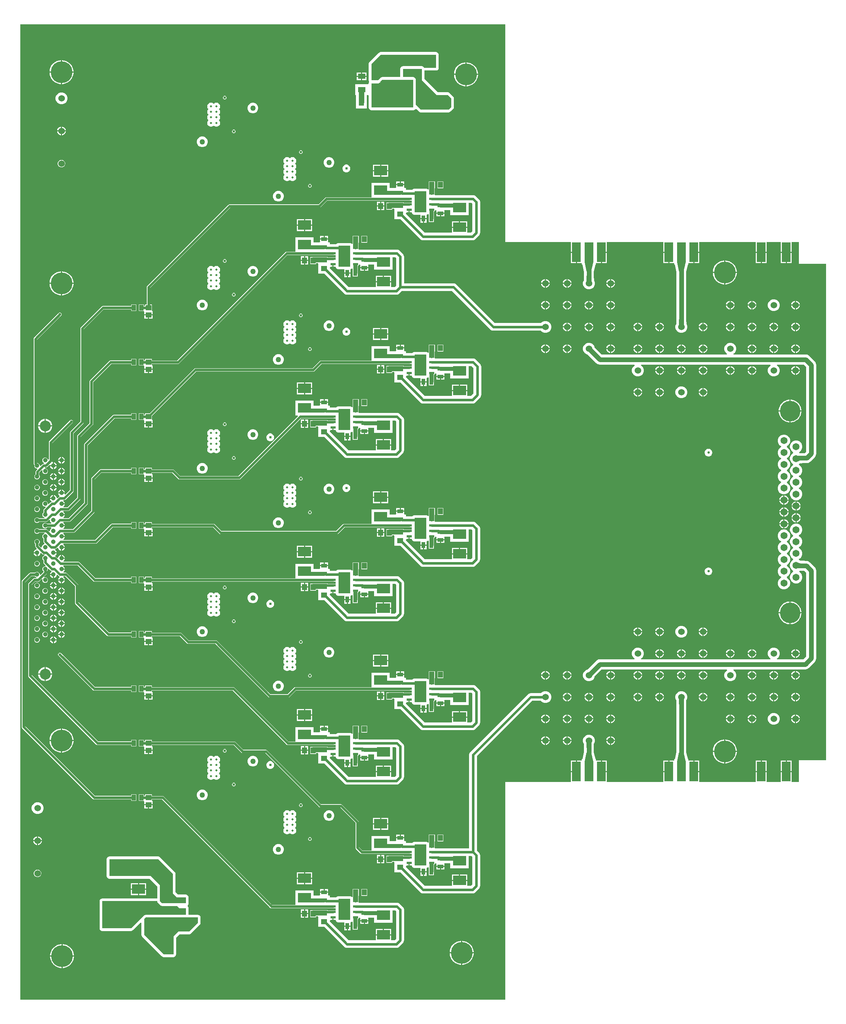
<source format=gbr>
%TF.GenerationSoftware,Altium Limited,Altium Designer,25.0.2 (28)*%
G04 Layer_Physical_Order=6*
G04 Layer_Color=16711680*
%FSLAX45Y45*%
%MOMM*%
%TF.SameCoordinates,B88DCB4E-FD68-4634-876E-9F1E0B8218E1*%
%TF.FilePolarity,Positive*%
%TF.FileFunction,Copper,L6,Bot,Signal*%
%TF.Part,Single*%
G01*
G75*
%TA.AperFunction,SMDPad,CuDef*%
%ADD10R,3.04800X2.28600*%
%ADD11R,0.95000X1.40000*%
%ADD12R,1.80000X1.30000*%
%ADD13R,1.40000X0.95000*%
%ADD14R,1.45000X1.20000*%
%ADD16R,1.20000X1.45000*%
%ADD17R,2.03200X4.57200*%
%TA.AperFunction,SMDPad,SMDef*%
G04:AMPARAMS|DCode=18|XSize=2.74681mm|YSize=4.9mm|CornerRadius=0.05494mm|HoleSize=0mm|Usage=FLASHONLY|Rotation=0.000|XOffset=0mm|YOffset=0mm|HoleType=Round|Shape=RoundedRectangle|*
%AMROUNDEDRECTD18*
21,1,2.74681,4.79013,0,0,0.0*
21,1,2.63694,4.90000,0,0,0.0*
1,1,0.10987,1.31847,-2.39507*
1,1,0.10987,-1.31847,-2.39507*
1,1,0.10987,-1.31847,2.39507*
1,1,0.10987,1.31847,2.39507*
%
%ADD18ROUNDEDRECTD18*%
%TA.AperFunction,SMDPad,CuDef*%
G04:AMPARAMS|DCode=19|XSize=0.55mm|YSize=1.25mm|CornerRadius=0.0495mm|HoleSize=0mm|Usage=FLASHONLY|Rotation=90.000|XOffset=0mm|YOffset=0mm|HoleType=Round|Shape=RoundedRectangle|*
%AMROUNDEDRECTD19*
21,1,0.55000,1.15100,0,0,90.0*
21,1,0.45100,1.25000,0,0,90.0*
1,1,0.09900,0.57550,0.22550*
1,1,0.09900,0.57550,-0.22550*
1,1,0.09900,-0.57550,-0.22550*
1,1,0.09900,-0.57550,0.22550*
%
%ADD19ROUNDEDRECTD19*%
%ADD20R,1.45000X1.30000*%
%ADD21R,1.00000X1.35000*%
%TA.AperFunction,Conductor*%
%ADD22C,0.55880*%
%ADD23C,1.29540*%
%ADD25C,0.60960*%
%ADD26C,1.09220*%
%ADD27C,1.14300*%
%ADD28C,0.93980*%
%ADD29C,1.19380*%
%TA.AperFunction,ViaPad*%
%ADD31C,1.52400*%
%TA.AperFunction,ComponentPad*%
%ADD32C,1.55000*%
%TA.AperFunction,ViaPad*%
%ADD33C,5.08000*%
%TA.AperFunction,ComponentPad*%
%ADD34C,1.70000*%
%ADD35R,1.70000X1.70000*%
%ADD36C,1.06680*%
%ADD37C,2.54000*%
%ADD38C,1.52400*%
%ADD39C,1.65000*%
%ADD40C,4.80000*%
%TA.AperFunction,ViaPad*%
%ADD41C,0.60960*%
%ADD42C,0.55880*%
%ADD43C,1.27000*%
%ADD44C,0.50000*%
%TA.AperFunction,SMDPad,CuDef*%
%ADD61R,1.30000X1.80000*%
G36*
X18088609Y20851164D02*
X17979390D01*
X17932706Y21069604D01*
X18135295D01*
X18088609Y20851164D01*
D02*
G37*
G36*
X15929610D02*
X15820390D01*
X15773705Y21069604D01*
X15976295D01*
X15929610Y20851164D01*
D02*
G37*
G36*
X15932227Y20624315D02*
X15817773D01*
X15818271Y20626099D01*
X15818716Y20630257D01*
X15819447Y20645703D01*
X15820390Y20749063D01*
X15929610D01*
X15932227Y20624315D01*
D02*
G37*
G36*
X18091226Y19608315D02*
X17976775D01*
X17977271Y19610098D01*
X17977716Y19614256D01*
X17978448Y19629703D01*
X17979390Y19733063D01*
X18088609D01*
X18091226Y19608315D01*
D02*
G37*
G36*
X18090729Y10869902D02*
X18090285Y10865743D01*
X18089552Y10850297D01*
X18088609Y10746937D01*
X17979390D01*
X17976775Y10871685D01*
X18091226D01*
X18090729Y10869902D01*
D02*
G37*
G36*
X15931729Y9853902D02*
X15931284Y9849743D01*
X15930553Y9834297D01*
X15929610Y9730937D01*
X15820390D01*
X15817773Y9855685D01*
X15932227D01*
X15931729Y9853902D01*
D02*
G37*
G36*
X18135295Y9410395D02*
X17932706D01*
X17979390Y9628835D01*
X18088609D01*
X18135295Y9410395D01*
D02*
G37*
G36*
X15976295D02*
X15773705D01*
X15820390Y9628835D01*
X15929610D01*
X15976295Y9410395D01*
D02*
G37*
G36*
X13919200Y21539200D02*
X15455901D01*
Y21310600D01*
X15582899D01*
Y21297900D01*
X15595599D01*
Y21043900D01*
X15709900D01*
X15712440Y21024632D01*
Y21008340D01*
X15723241D01*
X15758434Y20843675D01*
Y20750563D01*
X15758238Y20749629D01*
X15757307Y20647456D01*
X15757153Y20644205D01*
X15747186Y20626942D01*
X15737840Y20592056D01*
Y20555943D01*
X15747186Y20521059D01*
X15765245Y20489783D01*
X15790782Y20464246D01*
X15822058Y20446187D01*
X15856943Y20436839D01*
X15893057D01*
X15927942Y20446187D01*
X15959218Y20464246D01*
X15984755Y20489783D01*
X16002814Y20521059D01*
X16012160Y20555943D01*
Y20592056D01*
X16002814Y20626942D01*
X15994019Y20642172D01*
X15991751Y20750366D01*
X15991566Y20751196D01*
Y20843675D01*
X16026759Y21008340D01*
X16037560D01*
Y21024632D01*
X16040100Y21043900D01*
X16154401D01*
Y21297900D01*
X16167101D01*
Y21310600D01*
X16294099D01*
Y21539200D01*
X17614900D01*
Y21310600D01*
X17741901D01*
Y21297900D01*
X17754601D01*
Y21043900D01*
X17868900D01*
X17871440Y21024632D01*
Y21008340D01*
X17882240D01*
X17917433Y20843675D01*
Y19734563D01*
X17917238Y19733629D01*
X17916309Y19631456D01*
X17916153Y19628204D01*
X17906187Y19610942D01*
X17896840Y19576057D01*
Y19539943D01*
X17906187Y19505058D01*
X17924245Y19473782D01*
X17949782Y19448245D01*
X17981058Y19430186D01*
X18015942Y19420840D01*
X18052057D01*
X18086942Y19430186D01*
X18118217Y19448245D01*
X18143755Y19473782D01*
X18161813Y19505058D01*
X18171159Y19539943D01*
Y19576057D01*
X18161813Y19610942D01*
X18153020Y19626173D01*
X18150751Y19734366D01*
X18150568Y19735197D01*
Y20843675D01*
X18185760Y21008340D01*
X18196561D01*
Y21024632D01*
X18199100Y21043900D01*
X18313400D01*
Y21297900D01*
X18326100D01*
Y21310600D01*
X18453101D01*
Y21539200D01*
X19773900D01*
Y21310600D01*
X20027901D01*
Y21539200D01*
X20358099D01*
Y21310600D01*
X20612100D01*
Y21539200D01*
X20777200D01*
Y21031200D01*
X21412199D01*
Y9448800D01*
X20777200D01*
Y8940800D01*
X20612100D01*
Y9169400D01*
X20358099D01*
Y8940800D01*
X20027901D01*
Y9169400D01*
X19773900D01*
Y8940800D01*
X18453101D01*
Y9169400D01*
X18326100D01*
Y9182100D01*
X18313400D01*
Y9436100D01*
X18199100D01*
X18196561Y9455368D01*
Y9471660D01*
X18185760D01*
X18150568Y9636325D01*
Y10745437D01*
X18150761Y10746371D01*
X18151692Y10848544D01*
X18151846Y10851796D01*
X18161813Y10869058D01*
X18171159Y10903943D01*
Y10940057D01*
X18161813Y10974942D01*
X18143755Y11006218D01*
X18118217Y11031755D01*
X18086942Y11049813D01*
X18052057Y11059160D01*
X18015942D01*
X17981058Y11049813D01*
X17949782Y11031755D01*
X17924245Y11006218D01*
X17906187Y10974942D01*
X17896840Y10940057D01*
Y10903943D01*
X17906187Y10869058D01*
X17914981Y10853827D01*
X17917249Y10745634D01*
X17917433Y10744803D01*
Y9636325D01*
X17882240Y9471660D01*
X17871440D01*
Y9455368D01*
X17868900Y9436100D01*
X17754601D01*
Y9182100D01*
X17741901D01*
Y9169400D01*
X17614900D01*
Y8940800D01*
X16294099D01*
Y9169400D01*
X16167101D01*
Y9182100D01*
X16154401D01*
Y9436100D01*
X16040100D01*
X16037560Y9455368D01*
Y9471660D01*
X16026759D01*
X15991566Y9636325D01*
Y9729437D01*
X15991762Y9730371D01*
X15992693Y9832544D01*
X15992847Y9835796D01*
X16002814Y9853058D01*
X16012160Y9887943D01*
Y9924057D01*
X16002814Y9958942D01*
X15984755Y9990218D01*
X15959218Y10015755D01*
X15927942Y10033813D01*
X15893057Y10043160D01*
X15856943D01*
X15822058Y10033813D01*
X15790782Y10015755D01*
X15765245Y9990218D01*
X15747186Y9958942D01*
X15737840Y9924057D01*
Y9887943D01*
X15747186Y9853058D01*
X15755981Y9837827D01*
X15758249Y9729634D01*
X15758434Y9728803D01*
Y9636325D01*
X15723241Y9471660D01*
X15712440D01*
Y9455368D01*
X15709900Y9436100D01*
X15595599D01*
Y9182100D01*
X15582899D01*
Y9169400D01*
X15455901D01*
Y8940800D01*
X13919200D01*
Y3860800D01*
X2590800D01*
Y26619199D01*
X13919200D01*
Y21539200D01*
D02*
G37*
%LPC*%
G36*
X3577989Y25781000D02*
X3568700D01*
Y25514301D01*
X3835400D01*
Y25523589D01*
X3828520Y25567026D01*
X3814930Y25608853D01*
X3794964Y25648038D01*
X3769114Y25683618D01*
X3738017Y25714713D01*
X3702437Y25740564D01*
X3663252Y25760529D01*
X3621426Y25774121D01*
X3577989Y25781000D01*
D02*
G37*
G36*
X3543300D02*
X3534011D01*
X3490574Y25774121D01*
X3448748Y25760529D01*
X3409563Y25740564D01*
X3373983Y25714713D01*
X3342886Y25683618D01*
X3317036Y25648038D01*
X3297070Y25608853D01*
X3283480Y25567026D01*
X3276600Y25523589D01*
Y25514301D01*
X3543300D01*
Y25781000D01*
D02*
G37*
G36*
X13026788Y25730200D02*
X13017500D01*
Y25463499D01*
X13284200D01*
Y25472789D01*
X13277319Y25516226D01*
X13263730Y25558052D01*
X13243764Y25597237D01*
X13217914Y25632816D01*
X13186816Y25663913D01*
X13151237Y25689764D01*
X13112051Y25709729D01*
X13070226Y25723318D01*
X13026788Y25730200D01*
D02*
G37*
G36*
X12992101D02*
X12982811D01*
X12939374Y25723318D01*
X12897548Y25709729D01*
X12858363Y25689764D01*
X12822783Y25663913D01*
X12791686Y25632816D01*
X12765836Y25597237D01*
X12745870Y25558052D01*
X12732280Y25516226D01*
X12725400Y25472789D01*
Y25463499D01*
X12992101D01*
Y25730200D01*
D02*
G37*
G36*
X10681800Y25492999D02*
X10579100D01*
Y25415302D01*
X10681800D01*
Y25492999D01*
D02*
G37*
G36*
X10553700D02*
X10451000D01*
Y25415302D01*
X10553700D01*
Y25492999D01*
D02*
G37*
G36*
X10681800Y25389902D02*
X10579100D01*
Y25312199D01*
X10681800D01*
Y25389902D01*
D02*
G37*
G36*
X10553700D02*
X10451000D01*
Y25312199D01*
X10553700D01*
Y25389902D01*
D02*
G37*
G36*
X3835400Y25488901D02*
X3568700D01*
Y25222200D01*
X3577989D01*
X3621426Y25229080D01*
X3663252Y25242670D01*
X3702437Y25262636D01*
X3738017Y25288486D01*
X3769114Y25319583D01*
X3794964Y25355164D01*
X3814930Y25394348D01*
X3828520Y25436174D01*
X3835400Y25479611D01*
Y25488901D01*
D02*
G37*
G36*
X3543300D02*
X3276600D01*
Y25479611D01*
X3283480Y25436174D01*
X3297070Y25394348D01*
X3317036Y25355164D01*
X3342886Y25319583D01*
X3373983Y25288486D01*
X3409563Y25262636D01*
X3448748Y25242670D01*
X3490574Y25229080D01*
X3534011Y25222200D01*
X3543300D01*
Y25488901D01*
D02*
G37*
G36*
X12306300Y25970154D02*
X11010900D01*
X10987115Y25965424D01*
X10966950Y25951950D01*
X10751050Y25736050D01*
X10737577Y25715887D01*
X10732846Y25692099D01*
Y25311099D01*
X10737577Y25287315D01*
X10737740Y25287071D01*
Y25258929D01*
X10737577Y25258685D01*
X10732846Y25234900D01*
Y25230231D01*
X10717360Y25218559D01*
X10712525Y25218559D01*
X10572894D01*
X10566400Y25219415D01*
X10564030D01*
X10557536Y25218559D01*
X10415440D01*
Y24966640D01*
X10436985D01*
Y24803101D01*
X10437840Y24796606D01*
Y24652139D01*
X10689760D01*
Y24796606D01*
X10690615Y24803101D01*
Y24966640D01*
X10712525D01*
X10717360Y24966640D01*
X10732846Y24954968D01*
Y24676100D01*
X10737577Y24652315D01*
X10751050Y24632150D01*
X10771215Y24618677D01*
X10795000Y24613947D01*
X11772900D01*
X11796685Y24618677D01*
X11816850Y24632150D01*
X11821001Y24638364D01*
X11847161Y24640939D01*
X11906750Y24581351D01*
X11926914Y24567877D01*
X11950700Y24563145D01*
X12598400D01*
X12622185Y24567877D01*
X12642350Y24581351D01*
X12705850Y24644850D01*
X12719323Y24665015D01*
X12724054Y24688800D01*
Y24892000D01*
X12719323Y24915787D01*
X12705850Y24935950D01*
X12629650Y25012151D01*
X12609486Y25025623D01*
X12585700Y25030354D01*
X12344745D01*
X12038254Y25336845D01*
Y25541046D01*
X12306300D01*
X12330085Y25545776D01*
X12350250Y25559250D01*
X12363723Y25579414D01*
X12368454Y25603201D01*
Y25907999D01*
X12363723Y25931784D01*
X12350250Y25951950D01*
X12330085Y25965424D01*
X12306300Y25970154D01*
D02*
G37*
G36*
X13284200Y25438100D02*
X13017500D01*
Y25171400D01*
X13026788D01*
X13070226Y25178281D01*
X13112051Y25191870D01*
X13151237Y25211836D01*
X13186816Y25237686D01*
X13217914Y25268784D01*
X13243764Y25304362D01*
X13263730Y25343549D01*
X13277319Y25385374D01*
X13284200Y25428812D01*
Y25438100D01*
D02*
G37*
G36*
X12992101D02*
X12725400D01*
Y25428812D01*
X12732280Y25385374D01*
X12745870Y25343549D01*
X12765836Y25304362D01*
X12791686Y25268784D01*
X12822783Y25237686D01*
X12858363Y25211836D01*
X12897548Y25191870D01*
X12939374Y25178281D01*
X12982811Y25171400D01*
X12992101D01*
Y25438100D01*
D02*
G37*
G36*
X7377684Y24945340D02*
X7361516D01*
X7346579Y24939153D01*
X7335147Y24927721D01*
X7328960Y24912784D01*
Y24896616D01*
X7335147Y24881679D01*
X7346579Y24870247D01*
X7361516Y24864059D01*
X7377684D01*
X7392621Y24870247D01*
X7404053Y24881679D01*
X7410240Y24896616D01*
Y24912784D01*
X7404053Y24927721D01*
X7392621Y24939153D01*
X7377684Y24945340D01*
D02*
G37*
G36*
X7188317Y24791960D02*
X7165683D01*
X7143821Y24786102D01*
X7124219Y24774785D01*
X7112000Y24762566D01*
X7099781Y24774785D01*
X7080179Y24786102D01*
X7058317Y24791960D01*
X7035683D01*
X7013821Y24786102D01*
X6994219Y24774785D01*
X6978215Y24758781D01*
X6966898Y24739178D01*
X6961040Y24717317D01*
Y24694682D01*
X6966898Y24672821D01*
X6978215Y24653220D01*
X6990434Y24641000D01*
X6978215Y24628781D01*
X6966898Y24609180D01*
X6961040Y24587317D01*
Y24564684D01*
X6966898Y24542821D01*
X6978215Y24523219D01*
X6990434Y24511000D01*
X6978215Y24498781D01*
X6966898Y24479179D01*
X6961040Y24457317D01*
Y24434683D01*
X6966898Y24412820D01*
X6978215Y24393219D01*
X6990434Y24381000D01*
X6978215Y24368781D01*
X6966898Y24349179D01*
X6961040Y24327316D01*
Y24304683D01*
X6966898Y24282822D01*
X6978215Y24263219D01*
X6994219Y24247215D01*
X7013821Y24235898D01*
X7035683Y24230040D01*
X7058317D01*
X7080179Y24235898D01*
X7099781Y24247215D01*
X7112000Y24259435D01*
X7124219Y24247215D01*
X7143821Y24235898D01*
X7165683Y24230040D01*
X7188317D01*
X7210179Y24235898D01*
X7229781Y24247215D01*
X7245785Y24263219D01*
X7257102Y24282822D01*
X7262960Y24304683D01*
Y24327316D01*
X7257102Y24349179D01*
X7245785Y24368781D01*
X7233566Y24381000D01*
X7245785Y24393219D01*
X7257102Y24412820D01*
X7262960Y24434683D01*
Y24457317D01*
X7257102Y24479179D01*
X7245785Y24498781D01*
X7233566Y24511000D01*
X7245785Y24523219D01*
X7257102Y24542821D01*
X7262960Y24564684D01*
Y24587317D01*
X7257102Y24609180D01*
X7245785Y24628781D01*
X7233566Y24641000D01*
X7245785Y24653220D01*
X7257102Y24672821D01*
X7262960Y24694682D01*
Y24717317D01*
X7257102Y24739178D01*
X7245785Y24758781D01*
X7229781Y24774785D01*
X7210179Y24786102D01*
X7188317Y24791960D01*
D02*
G37*
G36*
X3574057Y25029160D02*
X3537943D01*
X3503058Y25019814D01*
X3471782Y25001755D01*
X3446245Y24976218D01*
X3428187Y24944942D01*
X3418840Y24910057D01*
Y24873943D01*
X3428187Y24839058D01*
X3446245Y24807782D01*
X3471782Y24782245D01*
X3503058Y24764188D01*
X3537943Y24754840D01*
X3574057D01*
X3608942Y24764188D01*
X3640218Y24782245D01*
X3665755Y24807782D01*
X3683813Y24839058D01*
X3693160Y24873943D01*
Y24910057D01*
X3683813Y24944942D01*
X3665755Y24976218D01*
X3640218Y25001755D01*
X3608942Y25019814D01*
X3574057Y25029160D01*
D02*
G37*
G36*
X8042786Y24787860D02*
X8010014D01*
X7978360Y24779378D01*
X7949980Y24762993D01*
X7926807Y24739819D01*
X7910422Y24711440D01*
X7901940Y24679787D01*
Y24647014D01*
X7910422Y24615359D01*
X7926807Y24586980D01*
X7949980Y24563808D01*
X7978360Y24547421D01*
X8010014Y24538940D01*
X8042786D01*
X8074440Y24547421D01*
X8102820Y24563808D01*
X8125993Y24586980D01*
X8142378Y24615359D01*
X8150860Y24647014D01*
Y24679787D01*
X8142378Y24711440D01*
X8125993Y24739819D01*
X8102820Y24762993D01*
X8074440Y24779378D01*
X8042786Y24787860D01*
D02*
G37*
G36*
X3569376Y24231599D02*
X3568700D01*
Y24142700D01*
X3657600D01*
Y24143376D01*
X3650676Y24169215D01*
X3637300Y24192384D01*
X3618384Y24211301D01*
X3595216Y24224677D01*
X3569376Y24231599D01*
D02*
G37*
G36*
X3543300D02*
X3542624D01*
X3516784Y24224677D01*
X3493616Y24211301D01*
X3474700Y24192384D01*
X3461324Y24169215D01*
X3454400Y24143376D01*
Y24142700D01*
X3543300D01*
Y24231599D01*
D02*
G37*
G36*
X7587874Y24158450D02*
X7571706D01*
X7556769Y24152263D01*
X7545337Y24140831D01*
X7539150Y24125894D01*
Y24109726D01*
X7545337Y24094789D01*
X7556769Y24083357D01*
X7571706Y24077170D01*
X7587874D01*
X7602811Y24083357D01*
X7614243Y24094789D01*
X7620430Y24109726D01*
Y24125894D01*
X7614243Y24140831D01*
X7602811Y24152263D01*
X7587874Y24158450D01*
D02*
G37*
G36*
X3657600Y24117300D02*
X3568700D01*
Y24028400D01*
X3569376D01*
X3595216Y24035324D01*
X3618384Y24048700D01*
X3637300Y24067616D01*
X3650676Y24090784D01*
X3657600Y24116624D01*
Y24117300D01*
D02*
G37*
G36*
X3543300D02*
X3454400D01*
Y24116624D01*
X3461324Y24090784D01*
X3474700Y24067616D01*
X3493616Y24048700D01*
X3516784Y24035324D01*
X3542624Y24028400D01*
X3543300D01*
Y24117300D01*
D02*
G37*
G36*
X6861686Y24000459D02*
X6828914D01*
X6797260Y23991978D01*
X6768880Y23975594D01*
X6745707Y23952420D01*
X6729322Y23924040D01*
X6720840Y23892386D01*
Y23859615D01*
X6729322Y23827960D01*
X6745707Y23799580D01*
X6768880Y23776407D01*
X6797260Y23760022D01*
X6828914Y23751540D01*
X6861686D01*
X6893340Y23760022D01*
X6921720Y23776407D01*
X6944893Y23799580D01*
X6961278Y23827960D01*
X6969760Y23859615D01*
Y23892386D01*
X6961278Y23924040D01*
X6944893Y23952420D01*
X6921720Y23975594D01*
X6893340Y23991978D01*
X6861686Y24000459D01*
D02*
G37*
G36*
X9155684Y23675340D02*
X9139516D01*
X9124579Y23669153D01*
X9113147Y23657721D01*
X9106960Y23642784D01*
Y23626616D01*
X9113147Y23611679D01*
X9124579Y23600247D01*
X9139516Y23594060D01*
X9155684D01*
X9170621Y23600247D01*
X9182053Y23611679D01*
X9188240Y23626616D01*
Y23642784D01*
X9182053Y23657721D01*
X9170621Y23669153D01*
X9155684Y23675340D01*
D02*
G37*
G36*
X8966317Y23521960D02*
X8943683D01*
X8921821Y23516103D01*
X8902219Y23504785D01*
X8890000Y23492566D01*
X8877781Y23504785D01*
X8858179Y23516103D01*
X8836317Y23521960D01*
X8813683D01*
X8791821Y23516103D01*
X8772219Y23504785D01*
X8756215Y23488782D01*
X8744898Y23469179D01*
X8739040Y23447318D01*
Y23424683D01*
X8744898Y23402821D01*
X8756215Y23383218D01*
X8768434Y23371001D01*
X8756215Y23358781D01*
X8744898Y23339178D01*
X8739040Y23317317D01*
Y23294682D01*
X8744898Y23272821D01*
X8756215Y23253220D01*
X8768434Y23241000D01*
X8756215Y23228781D01*
X8744898Y23209180D01*
X8739040Y23187317D01*
Y23164684D01*
X8744898Y23142821D01*
X8756215Y23123219D01*
X8768434Y23111000D01*
X8756215Y23098781D01*
X8744898Y23079179D01*
X8739040Y23057317D01*
Y23034683D01*
X8744898Y23012820D01*
X8756215Y22993219D01*
X8772219Y22977216D01*
X8791821Y22965898D01*
X8813683Y22960040D01*
X8836317D01*
X8858179Y22965898D01*
X8877781Y22977216D01*
X8890000Y22989433D01*
X8902219Y22977216D01*
X8921821Y22965898D01*
X8943683Y22960040D01*
X8966317D01*
X8988179Y22965898D01*
X9007781Y22977216D01*
X9023785Y22993219D01*
X9035102Y23012820D01*
X9040960Y23034683D01*
Y23057317D01*
X9035102Y23079179D01*
X9023785Y23098781D01*
X9011566Y23111000D01*
X9023785Y23123219D01*
X9035102Y23142821D01*
X9040960Y23164684D01*
Y23187317D01*
X9035102Y23209180D01*
X9023785Y23228781D01*
X9011566Y23241000D01*
X9023785Y23253220D01*
X9035102Y23272821D01*
X9040960Y23294682D01*
Y23317317D01*
X9035102Y23339178D01*
X9023785Y23358781D01*
X9011566Y23371001D01*
X9023785Y23383218D01*
X9035102Y23402821D01*
X9040960Y23424683D01*
Y23447318D01*
X9035102Y23469179D01*
X9023785Y23488782D01*
X9007781Y23504785D01*
X8988179Y23516103D01*
X8966317Y23521960D01*
D02*
G37*
G36*
X3567370Y23454359D02*
X3544630D01*
X3522666Y23448476D01*
X3502974Y23437105D01*
X3486895Y23421027D01*
X3475525Y23401334D01*
X3469640Y23379370D01*
Y23356630D01*
X3475525Y23334666D01*
X3486895Y23314973D01*
X3502974Y23298895D01*
X3522666Y23287524D01*
X3544630Y23281641D01*
X3567370D01*
X3589334Y23287524D01*
X3609026Y23298895D01*
X3625105Y23314973D01*
X3636475Y23334666D01*
X3642360Y23356630D01*
Y23379370D01*
X3636475Y23401334D01*
X3625105Y23421027D01*
X3609026Y23437105D01*
X3589334Y23448476D01*
X3567370Y23454359D01*
D02*
G37*
G36*
X9820786Y23517860D02*
X9788014D01*
X9756360Y23509378D01*
X9727980Y23492993D01*
X9704807Y23469820D01*
X9688422Y23441440D01*
X9679940Y23409785D01*
Y23377014D01*
X9688422Y23345360D01*
X9704807Y23316980D01*
X9727980Y23293806D01*
X9756360Y23277422D01*
X9788014Y23268941D01*
X9820786D01*
X9852440Y23277422D01*
X9880820Y23293806D01*
X9903993Y23316980D01*
X9920378Y23345360D01*
X9928860Y23377014D01*
Y23409785D01*
X9920378Y23441440D01*
X9903993Y23469820D01*
X9880820Y23492993D01*
X9852440Y23509378D01*
X9820786Y23517860D01*
D02*
G37*
G36*
X11188700Y23342599D02*
X11023600D01*
Y23215601D01*
X11188700D01*
Y23342599D01*
D02*
G37*
G36*
X10998200D02*
X10833100D01*
Y23215601D01*
X10998200D01*
Y23342599D01*
D02*
G37*
G36*
X10222838Y23345140D02*
X10198762D01*
X10175505Y23338908D01*
X10154655Y23326871D01*
X10137630Y23309845D01*
X10125592Y23288995D01*
X10119360Y23265738D01*
Y23241663D01*
X10125592Y23218405D01*
X10137630Y23197556D01*
X10154655Y23180530D01*
X10175505Y23168492D01*
X10198762Y23162260D01*
X10222838D01*
X10246095Y23168492D01*
X10266945Y23180530D01*
X10283970Y23197556D01*
X10296008Y23218405D01*
X10302240Y23241663D01*
Y23265738D01*
X10296008Y23288995D01*
X10283970Y23309845D01*
X10266945Y23326871D01*
X10246095Y23338908D01*
X10222838Y23345140D01*
D02*
G37*
G36*
X11188700Y23190199D02*
X11023600D01*
Y23063200D01*
X11188700D01*
Y23190199D01*
D02*
G37*
G36*
X10998200D02*
X10833100D01*
Y23063200D01*
X10998200D01*
Y23190199D01*
D02*
G37*
G36*
X11563500Y22949200D02*
X11480801D01*
Y22889001D01*
X11563500D01*
Y22949200D01*
D02*
G37*
G36*
X11455401D02*
X11372700D01*
Y22889001D01*
X11455401D01*
Y22949200D01*
D02*
G37*
G36*
X9365874Y22888451D02*
X9349706D01*
X9334769Y22882263D01*
X9323337Y22870831D01*
X9317150Y22855894D01*
Y22839726D01*
X9323337Y22824789D01*
X9334769Y22813358D01*
X9349706Y22807170D01*
X9365874D01*
X9380811Y22813358D01*
X9392243Y22824789D01*
X9398430Y22839726D01*
Y22855894D01*
X9392243Y22870831D01*
X9380811Y22882263D01*
X9365874Y22888451D01*
D02*
G37*
G36*
X12476460Y22955360D02*
X12336140D01*
Y22790041D01*
X12476460D01*
Y22955360D01*
D02*
G37*
G36*
X12276460D02*
X12136140D01*
Y22874593D01*
X12135509Y22869800D01*
Y22775475D01*
X12123717Y22769295D01*
X12115189Y22767477D01*
X12103360Y22776553D01*
X12087195Y22783250D01*
X12069847Y22785535D01*
X11806153D01*
X11788805Y22783250D01*
X11772640Y22776553D01*
X11758758Y22765903D01*
X11753590Y22759167D01*
X11599060D01*
Y22799760D01*
X11582312D01*
X11563500Y22803400D01*
X11563500Y22820081D01*
Y22863602D01*
X11468101D01*
X11372700D01*
X11372700Y22803400D01*
X11353502Y22800693D01*
X11224260D01*
Y22920959D01*
X10797540D01*
Y22581348D01*
X9740900D01*
X9726034Y22578389D01*
X9713431Y22569969D01*
X9559709Y22416248D01*
X7480300D01*
X7465434Y22413289D01*
X7452831Y22404869D01*
X5560531Y20512569D01*
X5552111Y20499966D01*
X5549153Y20485100D01*
Y20077661D01*
X5505340D01*
Y20043938D01*
X5484160D01*
Y20080161D01*
X5363840D01*
Y19924840D01*
X5471047Y19924840D01*
X5484159Y19924838D01*
X5490100Y19906981D01*
Y19850201D01*
X5685900D01*
Y19927901D01*
X5670660D01*
Y20077661D01*
X5626847D01*
Y20469009D01*
X7496391Y22338553D01*
X9575800D01*
X9590666Y22341512D01*
X9603269Y22349931D01*
X9756991Y22503653D01*
X11617809D01*
X11617950Y22503595D01*
X11733050D01*
X11739126Y22499535D01*
Y22458466D01*
X11733050Y22454405D01*
X11617950D01*
X11616747Y22453906D01*
X11550760D01*
Y22458659D01*
X11470325D01*
X11468100Y22458952D01*
X11282660D01*
Y22460060D01*
X11142340D01*
Y22294740D01*
X11282660D01*
Y22318047D01*
X11317877D01*
X11334640Y22309460D01*
Y22067540D01*
X11474751D01*
X11939496Y21602795D01*
X11958066Y21588547D01*
X11979692Y21579588D01*
X12002900Y21576534D01*
X13157201D01*
X13180408Y21579588D01*
X13202034Y21588547D01*
X13220604Y21602795D01*
X13309505Y21691696D01*
X13323753Y21710266D01*
X13332712Y21731892D01*
X13335767Y21755099D01*
Y22447646D01*
X13337540Y22454262D01*
Y22478339D01*
X13331308Y22501595D01*
X13319270Y22522446D01*
X13302245Y22539470D01*
X13296313Y22542896D01*
X13233304Y22605904D01*
X13214734Y22620154D01*
X13193108Y22629112D01*
X13169901Y22632167D01*
X12290276D01*
X12274405Y22646950D01*
Y22692050D01*
X12271250Y22699667D01*
X12271291Y22699980D01*
Y22790041D01*
X12276460D01*
Y22955360D01*
D02*
G37*
G36*
X8639686Y22730460D02*
X8606914D01*
X8575260Y22721979D01*
X8546880Y22705592D01*
X8523707Y22682420D01*
X8507322Y22654041D01*
X8498840Y22622386D01*
Y22589613D01*
X8507322Y22557961D01*
X8523707Y22529581D01*
X8546880Y22506407D01*
X8575260Y22490022D01*
X8606914Y22481540D01*
X8639686D01*
X8671340Y22490022D01*
X8699720Y22506407D01*
X8722893Y22529581D01*
X8739278Y22557961D01*
X8747760Y22589613D01*
Y22622386D01*
X8739278Y22654041D01*
X8722893Y22682420D01*
X8699720Y22705592D01*
X8671340Y22721979D01*
X8639686Y22730460D01*
D02*
G37*
G36*
X11097900Y22475301D02*
X11025200D01*
Y22390100D01*
X11097900D01*
Y22475301D01*
D02*
G37*
G36*
X10999800D02*
X10927100D01*
Y22390100D01*
X10999800D01*
Y22475301D01*
D02*
G37*
G36*
X11097900Y22364700D02*
X11025200D01*
Y22279500D01*
X11097900D01*
Y22364700D01*
D02*
G37*
G36*
X10999800D02*
X10927100D01*
Y22279500D01*
X10999800D01*
Y22364700D01*
D02*
G37*
G36*
X9410700Y22072600D02*
X9245600D01*
Y21945599D01*
X9410700D01*
Y22072600D01*
D02*
G37*
G36*
X9220200D02*
X9055100D01*
Y21945599D01*
X9220200D01*
Y22072600D01*
D02*
G37*
G36*
X9410700Y21920200D02*
X9245600D01*
Y21793201D01*
X9410700D01*
Y21920200D01*
D02*
G37*
G36*
X9220200D02*
X9055100D01*
Y21793201D01*
X9220200D01*
Y21920200D01*
D02*
G37*
G36*
X9785500Y21679201D02*
X9702801D01*
Y21619000D01*
X9785500D01*
Y21679201D01*
D02*
G37*
G36*
X9677401D02*
X9594700D01*
Y21619000D01*
X9677401D01*
Y21679201D01*
D02*
G37*
G36*
X10698460Y21685361D02*
X10558140D01*
Y21520039D01*
X10698460D01*
Y21685361D01*
D02*
G37*
G36*
X10498460D02*
X10358140D01*
Y21604591D01*
X10357509Y21599800D01*
Y21505475D01*
X10345717Y21499295D01*
X10337189Y21497478D01*
X10325360Y21506554D01*
X10309195Y21513251D01*
X10291847Y21515533D01*
X10028153D01*
X10010805Y21513251D01*
X9994640Y21506554D01*
X9980758Y21495901D01*
X9975590Y21489166D01*
X9821060D01*
Y21529761D01*
X9804312D01*
X9785500Y21533400D01*
X9785500Y21550079D01*
Y21593600D01*
X9690101D01*
X9594700D01*
X9594700Y21533400D01*
X9575502Y21530692D01*
X9446260D01*
Y21650960D01*
X9019540D01*
Y21311346D01*
X8813800D01*
X8798934Y21308389D01*
X8786331Y21299969D01*
X6257710Y18771347D01*
X5670660D01*
Y18807661D01*
X5505340D01*
Y18773936D01*
X5484160D01*
Y18810159D01*
X5363840D01*
Y18654840D01*
X5471047Y18654840D01*
X5484159Y18654839D01*
X5490100Y18636981D01*
Y18580202D01*
X5685900D01*
Y18657901D01*
X5670660D01*
Y18693654D01*
X6273801D01*
X6288667Y18696611D01*
X6301269Y18705032D01*
X8829891Y21233653D01*
X9839809D01*
X9839950Y21233595D01*
X9955050D01*
X9961126Y21229535D01*
Y21188464D01*
X9955050Y21184406D01*
X9839950D01*
X9838747Y21183907D01*
X9772760D01*
Y21188660D01*
X9692325D01*
X9690100Y21188953D01*
X9504660D01*
Y21190060D01*
X9364340D01*
Y21024741D01*
X9504660D01*
Y21048047D01*
X9539877D01*
X9556640Y21039461D01*
Y20797540D01*
X9696751D01*
X10161496Y20332796D01*
X10180066Y20318546D01*
X10201692Y20309589D01*
X10224900Y20306532D01*
X11379200D01*
X11402407Y20309589D01*
X11424034Y20318546D01*
X11442604Y20332796D01*
X11505241Y20395433D01*
X12675559D01*
X13576395Y19494597D01*
X13576396Y19494595D01*
X13594966Y19480347D01*
X13616592Y19471388D01*
X13639799Y19468333D01*
X13639803Y19468333D01*
X14754694D01*
X14774782Y19448245D01*
X14806058Y19430186D01*
X14840942Y19420840D01*
X14877057D01*
X14911942Y19430186D01*
X14943217Y19448245D01*
X14968755Y19473782D01*
X14986813Y19505058D01*
X14996159Y19539943D01*
Y19576057D01*
X14986813Y19610942D01*
X14968755Y19642218D01*
X14943217Y19667755D01*
X14911942Y19685812D01*
X14877057Y19695160D01*
X14840942D01*
X14806058Y19685812D01*
X14774782Y19667755D01*
X14754694Y19647667D01*
X13676941D01*
X12776104Y20548505D01*
X12757534Y20562753D01*
X12735907Y20571712D01*
X12712700Y20574767D01*
X11557767D01*
Y21196300D01*
X11554712Y21219507D01*
X11545754Y21241135D01*
X11531504Y21259705D01*
X11455304Y21335904D01*
X11436734Y21350154D01*
X11415107Y21359113D01*
X11391900Y21362167D01*
X10512276D01*
X10496405Y21376950D01*
Y21422050D01*
X10493250Y21429668D01*
X10493291Y21429980D01*
Y21520039D01*
X10498460D01*
Y21685361D01*
D02*
G37*
G36*
X9319900Y21205299D02*
X9247200D01*
Y21120100D01*
X9319900D01*
Y21205299D01*
D02*
G37*
G36*
X9221800D02*
X9149100D01*
Y21120100D01*
X9221800D01*
Y21205299D01*
D02*
G37*
G36*
X7377174Y21135851D02*
X7361006D01*
X7346069Y21129663D01*
X7334637Y21118231D01*
X7328450Y21103294D01*
Y21087126D01*
X7334637Y21072189D01*
X7346069Y21060757D01*
X7361006Y21054570D01*
X7377174D01*
X7392111Y21060757D01*
X7403543Y21072189D01*
X7409730Y21087126D01*
Y21103294D01*
X7403543Y21118231D01*
X7392111Y21129663D01*
X7377174Y21135851D01*
D02*
G37*
G36*
X20612100Y21285201D02*
X20497800D01*
Y21043900D01*
X20612100D01*
Y21285201D01*
D02*
G37*
G36*
X20472400D02*
X20358099D01*
Y21043900D01*
X20472400D01*
Y21285201D01*
D02*
G37*
G36*
X20027901D02*
X19913600D01*
Y21043900D01*
X20027901D01*
Y21285201D01*
D02*
G37*
G36*
X19888200D02*
X19773900D01*
Y21043900D01*
X19888200D01*
Y21285201D01*
D02*
G37*
G36*
X18453101D02*
X18338800D01*
Y21043900D01*
X18453101D01*
Y21285201D01*
D02*
G37*
G36*
X16294099D02*
X16179800D01*
Y21043900D01*
X16294099D01*
Y21285201D01*
D02*
G37*
G36*
X17729201D02*
X17614900D01*
Y21043900D01*
X17729201D01*
Y21285201D01*
D02*
G37*
G36*
X15570200D02*
X15455901D01*
Y21043900D01*
X15570200D01*
Y21285201D01*
D02*
G37*
G36*
X9319900Y21094701D02*
X9247200D01*
Y21009500D01*
X9319900D01*
Y21094701D01*
D02*
G37*
G36*
X9221800D02*
X9149100D01*
Y21009500D01*
X9221800D01*
Y21094701D01*
D02*
G37*
G36*
X7188317Y20981960D02*
X7165683D01*
X7143821Y20976102D01*
X7124219Y20964784D01*
X7112000Y20952567D01*
X7099781Y20964784D01*
X7080179Y20976102D01*
X7058317Y20981960D01*
X7035683D01*
X7013821Y20976102D01*
X6994219Y20964784D01*
X6978215Y20948781D01*
X6966898Y20929179D01*
X6961040Y20907317D01*
Y20884683D01*
X6966898Y20862820D01*
X6978215Y20843219D01*
X6990434Y20831000D01*
X6978215Y20818781D01*
X6966898Y20799179D01*
X6961040Y20777316D01*
Y20754683D01*
X6966898Y20732822D01*
X6978215Y20713219D01*
X6990434Y20700999D01*
X6978215Y20688782D01*
X6966898Y20669179D01*
X6961040Y20647318D01*
Y20624683D01*
X6966898Y20602821D01*
X6978215Y20583218D01*
X6990434Y20571001D01*
X6978215Y20558781D01*
X6966898Y20539178D01*
X6961040Y20517317D01*
Y20494682D01*
X6966898Y20472821D01*
X6978215Y20453220D01*
X6994219Y20437215D01*
X7013821Y20425899D01*
X7035683Y20420039D01*
X7058317D01*
X7080179Y20425899D01*
X7099781Y20437215D01*
X7112000Y20449434D01*
X7124219Y20437215D01*
X7143821Y20425899D01*
X7165683Y20420039D01*
X7188317D01*
X7210179Y20425899D01*
X7229781Y20437215D01*
X7245785Y20453220D01*
X7257102Y20472821D01*
X7262960Y20494682D01*
Y20517317D01*
X7257102Y20539178D01*
X7245785Y20558781D01*
X7233566Y20571001D01*
X7245785Y20583218D01*
X7257102Y20602821D01*
X7262960Y20624683D01*
Y20647318D01*
X7257102Y20669179D01*
X7245785Y20688782D01*
X7233566Y20700999D01*
X7245785Y20713219D01*
X7257102Y20732822D01*
X7262960Y20754683D01*
Y20777316D01*
X7257102Y20799179D01*
X7245785Y20818781D01*
X7233566Y20831000D01*
X7245785Y20843219D01*
X7257102Y20862820D01*
X7262960Y20884683D01*
Y20907317D01*
X7257102Y20929179D01*
X7245785Y20948781D01*
X7229781Y20964784D01*
X7210179Y20976102D01*
X7188317Y20981960D01*
D02*
G37*
G36*
X19071989Y21107401D02*
X19062700D01*
Y20840700D01*
X19329401D01*
Y20849989D01*
X19322520Y20893427D01*
X19308929Y20935252D01*
X19288963Y20974437D01*
X19263113Y21010017D01*
X19232018Y21041113D01*
X19196437Y21066965D01*
X19157253Y21086929D01*
X19115427Y21100520D01*
X19071989Y21107401D01*
D02*
G37*
G36*
X19037300D02*
X19028011D01*
X18984573Y21100520D01*
X18942747Y21086929D01*
X18903563Y21066965D01*
X18867982Y21041113D01*
X18836887Y21010017D01*
X18811037Y20974437D01*
X18791071Y20935252D01*
X18777480Y20893427D01*
X18770599Y20849989D01*
Y20840700D01*
X19037300D01*
Y21107401D01*
D02*
G37*
G36*
X8042786Y20977859D02*
X8010014D01*
X7978360Y20969379D01*
X7949980Y20952992D01*
X7926807Y20929820D01*
X7910422Y20901440D01*
X7901940Y20869786D01*
Y20837013D01*
X7910422Y20805360D01*
X7926807Y20776981D01*
X7949980Y20753807D01*
X7978360Y20737422D01*
X8010014Y20728940D01*
X8042786D01*
X8074440Y20737422D01*
X8102820Y20753807D01*
X8125993Y20776981D01*
X8142378Y20805360D01*
X8150860Y20837013D01*
Y20869786D01*
X8142378Y20901440D01*
X8125993Y20929820D01*
X8102820Y20952992D01*
X8074440Y20969379D01*
X8042786Y20977859D01*
D02*
G37*
G36*
X16396376Y20675600D02*
X16395700D01*
Y20586700D01*
X16484599D01*
Y20587376D01*
X16477676Y20613216D01*
X16464301Y20636385D01*
X16445384Y20655299D01*
X16422215Y20668677D01*
X16396376Y20675600D01*
D02*
G37*
G36*
X15380376D02*
X15379700D01*
Y20586700D01*
X15468600D01*
Y20587376D01*
X15461676Y20613216D01*
X15448300Y20636385D01*
X15429384Y20655299D01*
X15406216Y20668677D01*
X15380376Y20675600D01*
D02*
G37*
G36*
X14872375D02*
X14871700D01*
Y20586700D01*
X14960600D01*
Y20587376D01*
X14953676Y20613216D01*
X14940300Y20636385D01*
X14921384Y20655299D01*
X14898216Y20668677D01*
X14872375Y20675600D01*
D02*
G37*
G36*
X3577989Y20853400D02*
X3568700D01*
Y20586700D01*
X3835400D01*
Y20595988D01*
X3828520Y20639426D01*
X3814930Y20681252D01*
X3794964Y20720438D01*
X3769114Y20756017D01*
X3738017Y20787114D01*
X3702437Y20812964D01*
X3663252Y20832930D01*
X3621426Y20846519D01*
X3577989Y20853400D01*
D02*
G37*
G36*
X3543300D02*
X3534011D01*
X3490574Y20846519D01*
X3448748Y20832930D01*
X3409563Y20812964D01*
X3373983Y20787114D01*
X3342886Y20756017D01*
X3317036Y20720438D01*
X3297070Y20681252D01*
X3283480Y20639426D01*
X3276600Y20595988D01*
Y20586700D01*
X3543300D01*
Y20853400D01*
D02*
G37*
G36*
X16370300Y20675600D02*
X16369624D01*
X16343784Y20668677D01*
X16320616Y20655299D01*
X16301700Y20636385D01*
X16288324Y20613216D01*
X16281400Y20587376D01*
Y20586700D01*
X16370300D01*
Y20675600D01*
D02*
G37*
G36*
X15354300D02*
X15353624D01*
X15327785Y20668677D01*
X15304616Y20655299D01*
X15285699Y20636385D01*
X15272324Y20613216D01*
X15265401Y20587376D01*
Y20586700D01*
X15354300D01*
Y20675600D01*
D02*
G37*
G36*
X14846300D02*
X14845624D01*
X14819785Y20668677D01*
X14796616Y20655299D01*
X14777699Y20636385D01*
X14764323Y20613216D01*
X14757401Y20587376D01*
Y20586700D01*
X14846300D01*
Y20675600D01*
D02*
G37*
G36*
X19329401Y20815300D02*
X19062700D01*
Y20548599D01*
X19071989D01*
X19115427Y20555479D01*
X19157253Y20569070D01*
X19196437Y20589037D01*
X19232018Y20614886D01*
X19263113Y20645982D01*
X19288963Y20681563D01*
X19308929Y20720747D01*
X19322520Y20762573D01*
X19329401Y20806010D01*
Y20815300D01*
D02*
G37*
G36*
X19037300D02*
X18770599D01*
Y20806010D01*
X18777480Y20762573D01*
X18791071Y20720747D01*
X18811037Y20681563D01*
X18836887Y20645982D01*
X18867982Y20614886D01*
X18903563Y20589037D01*
X18942747Y20569070D01*
X18984573Y20555479D01*
X19028011Y20548599D01*
X19037300D01*
Y20815300D01*
D02*
G37*
G36*
X16484599Y20561301D02*
X16395700D01*
Y20472400D01*
X16396376D01*
X16422215Y20479324D01*
X16445384Y20492700D01*
X16464301Y20511617D01*
X16477676Y20534784D01*
X16484599Y20560625D01*
Y20561301D01*
D02*
G37*
G36*
X16370300D02*
X16281400D01*
Y20560625D01*
X16288324Y20534784D01*
X16301700Y20511617D01*
X16320616Y20492700D01*
X16343784Y20479324D01*
X16369624Y20472400D01*
X16370300D01*
Y20561301D01*
D02*
G37*
G36*
X15468600D02*
X15379700D01*
Y20472400D01*
X15380376D01*
X15406216Y20479324D01*
X15429384Y20492700D01*
X15448300Y20511617D01*
X15461676Y20534784D01*
X15468600Y20560625D01*
Y20561301D01*
D02*
G37*
G36*
X15354300D02*
X15265401D01*
Y20560625D01*
X15272324Y20534784D01*
X15285699Y20511617D01*
X15304616Y20492700D01*
X15327785Y20479324D01*
X15353624Y20472400D01*
X15354300D01*
Y20561301D01*
D02*
G37*
G36*
X14960600D02*
X14871700D01*
Y20472400D01*
X14872375D01*
X14898216Y20479324D01*
X14921384Y20492700D01*
X14940300Y20511617D01*
X14953676Y20534784D01*
X14960600Y20560625D01*
Y20561301D01*
D02*
G37*
G36*
X14846300D02*
X14757401D01*
Y20560625D01*
X14764323Y20534784D01*
X14777699Y20511617D01*
X14796616Y20492700D01*
X14819785Y20479324D01*
X14845624Y20472400D01*
X14846300D01*
Y20561301D01*
D02*
G37*
G36*
X3835400D02*
X3568700D01*
Y20294600D01*
X3577989D01*
X3621426Y20301480D01*
X3663252Y20315070D01*
X3702437Y20335036D01*
X3738017Y20360886D01*
X3769114Y20391983D01*
X3794964Y20427563D01*
X3814930Y20466748D01*
X3828520Y20508574D01*
X3835400Y20552011D01*
Y20561301D01*
D02*
G37*
G36*
X3543300D02*
X3276600D01*
Y20552011D01*
X3283480Y20508574D01*
X3297070Y20466748D01*
X3317036Y20427563D01*
X3342886Y20391983D01*
X3373983Y20360886D01*
X3409563Y20335036D01*
X3448748Y20315070D01*
X3490574Y20301480D01*
X3534011Y20294600D01*
X3543300D01*
Y20561301D01*
D02*
G37*
G36*
X7587874Y20348450D02*
X7571706D01*
X7556769Y20342262D01*
X7545337Y20330830D01*
X7539150Y20315894D01*
Y20299725D01*
X7545337Y20284789D01*
X7556769Y20273357D01*
X7571706Y20267171D01*
X7587874D01*
X7602811Y20273357D01*
X7614243Y20284789D01*
X7620430Y20299725D01*
Y20315894D01*
X7614243Y20330830D01*
X7602811Y20342262D01*
X7587874Y20348450D01*
D02*
G37*
G36*
X20714375Y20167599D02*
X20713699D01*
Y20078700D01*
X20802600D01*
Y20079376D01*
X20795676Y20105215D01*
X20782300Y20128384D01*
X20763383Y20147301D01*
X20740216Y20160677D01*
X20714375Y20167599D01*
D02*
G37*
G36*
X19698376D02*
X19697701D01*
Y20078700D01*
X19786600D01*
Y20079376D01*
X19779675Y20105215D01*
X19766299Y20128384D01*
X19747385Y20147301D01*
X19724216Y20160677D01*
X19698376Y20167599D01*
D02*
G37*
G36*
X19190376D02*
X19189700D01*
Y20078700D01*
X19278600D01*
Y20079376D01*
X19271677Y20105215D01*
X19258299Y20128384D01*
X19239384Y20147301D01*
X19216216Y20160677D01*
X19190376Y20167599D01*
D02*
G37*
G36*
X16396376D02*
X16395700D01*
Y20078700D01*
X16484599D01*
Y20079376D01*
X16477676Y20105215D01*
X16464301Y20128384D01*
X16445384Y20147301D01*
X16422215Y20160677D01*
X16396376Y20167599D01*
D02*
G37*
G36*
X15888376D02*
X15887700D01*
Y20078700D01*
X15976601D01*
Y20079376D01*
X15969676Y20105215D01*
X15956300Y20128384D01*
X15937384Y20147301D01*
X15914217Y20160677D01*
X15888376Y20167599D01*
D02*
G37*
G36*
X15380376D02*
X15379700D01*
Y20078700D01*
X15468600D01*
Y20079376D01*
X15461676Y20105215D01*
X15448300Y20128384D01*
X15429384Y20147301D01*
X15406216Y20160677D01*
X15380376Y20167599D01*
D02*
G37*
G36*
X14872375D02*
X14871700D01*
Y20078700D01*
X14960600D01*
Y20079376D01*
X14953676Y20105215D01*
X14940300Y20128384D01*
X14921384Y20147301D01*
X14898216Y20160677D01*
X14872375Y20167599D01*
D02*
G37*
G36*
X20688300D02*
X20687624D01*
X20661784Y20160677D01*
X20638615Y20147301D01*
X20619701Y20128384D01*
X20606323Y20105215D01*
X20599400Y20079376D01*
Y20078700D01*
X20688300D01*
Y20167599D01*
D02*
G37*
G36*
X19672301D02*
X19671625D01*
X19645784Y20160677D01*
X19622617Y20147301D01*
X19603700Y20128384D01*
X19590324Y20105215D01*
X19583400Y20079376D01*
Y20078700D01*
X19672301D01*
Y20167599D01*
D02*
G37*
G36*
X19164301D02*
X19163625D01*
X19137784Y20160677D01*
X19114616Y20147301D01*
X19095700Y20128384D01*
X19082324Y20105215D01*
X19075400Y20079376D01*
Y20078700D01*
X19164301D01*
Y20167599D01*
D02*
G37*
G36*
X16370300D02*
X16369624D01*
X16343784Y20160677D01*
X16320616Y20147301D01*
X16301700Y20128384D01*
X16288324Y20105215D01*
X16281400Y20079376D01*
Y20078700D01*
X16370300D01*
Y20167599D01*
D02*
G37*
G36*
X15862300D02*
X15861624D01*
X15835783Y20160677D01*
X15812616Y20147301D01*
X15793700Y20128384D01*
X15780324Y20105215D01*
X15773399Y20079376D01*
Y20078700D01*
X15862300D01*
Y20167599D01*
D02*
G37*
G36*
X15354300D02*
X15353624D01*
X15327785Y20160677D01*
X15304616Y20147301D01*
X15285699Y20128384D01*
X15272324Y20105215D01*
X15265401Y20079376D01*
Y20078700D01*
X15354300D01*
Y20167599D01*
D02*
G37*
G36*
X14846300D02*
X14845624D01*
X14819785Y20160677D01*
X14796616Y20147301D01*
X14777699Y20128384D01*
X14764323Y20105215D01*
X14757401Y20079376D01*
Y20078700D01*
X14846300D01*
Y20167599D01*
D02*
G37*
G36*
X20802600Y20053300D02*
X20713699D01*
Y19964400D01*
X20714375D01*
X20740216Y19971324D01*
X20763383Y19984700D01*
X20782300Y20003616D01*
X20795676Y20026784D01*
X20802600Y20052625D01*
Y20053300D01*
D02*
G37*
G36*
X20688300D02*
X20599400D01*
Y20052625D01*
X20606323Y20026784D01*
X20619701Y20003616D01*
X20638615Y19984700D01*
X20661784Y19971324D01*
X20687624Y19964400D01*
X20688300D01*
Y20053300D01*
D02*
G37*
G36*
X19786600D02*
X19697701D01*
Y19964400D01*
X19698376D01*
X19724216Y19971324D01*
X19747385Y19984700D01*
X19766299Y20003616D01*
X19779675Y20026784D01*
X19786600Y20052625D01*
Y20053300D01*
D02*
G37*
G36*
X19672301D02*
X19583400D01*
Y20052625D01*
X19590324Y20026784D01*
X19603700Y20003616D01*
X19622617Y19984700D01*
X19645784Y19971324D01*
X19671625Y19964400D01*
X19672301D01*
Y20053300D01*
D02*
G37*
G36*
X19278600D02*
X19189700D01*
Y19964400D01*
X19190376D01*
X19216216Y19971324D01*
X19239384Y19984700D01*
X19258299Y20003616D01*
X19271677Y20026784D01*
X19278600Y20052625D01*
Y20053300D01*
D02*
G37*
G36*
X19164301D02*
X19075400D01*
Y20052625D01*
X19082324Y20026784D01*
X19095700Y20003616D01*
X19114616Y19984700D01*
X19137784Y19971324D01*
X19163625Y19964400D01*
X19164301D01*
Y20053300D01*
D02*
G37*
G36*
X16484599D02*
X16395700D01*
Y19964400D01*
X16396376D01*
X16422215Y19971324D01*
X16445384Y19984700D01*
X16464301Y20003616D01*
X16477676Y20026784D01*
X16484599Y20052625D01*
Y20053300D01*
D02*
G37*
G36*
X16370300D02*
X16281400D01*
Y20052625D01*
X16288324Y20026784D01*
X16301700Y20003616D01*
X16320616Y19984700D01*
X16343784Y19971324D01*
X16369624Y19964400D01*
X16370300D01*
Y20053300D01*
D02*
G37*
G36*
X15976601D02*
X15887700D01*
Y19964400D01*
X15888376D01*
X15914217Y19971324D01*
X15937384Y19984700D01*
X15956300Y20003616D01*
X15969676Y20026784D01*
X15976601Y20052625D01*
Y20053300D01*
D02*
G37*
G36*
X15862300D02*
X15773399D01*
Y20052625D01*
X15780324Y20026784D01*
X15793700Y20003616D01*
X15812616Y19984700D01*
X15835783Y19971324D01*
X15861624Y19964400D01*
X15862300D01*
Y20053300D01*
D02*
G37*
G36*
X15468600D02*
X15379700D01*
Y19964400D01*
X15380376D01*
X15406216Y19971324D01*
X15429384Y19984700D01*
X15448300Y20003616D01*
X15461676Y20026784D01*
X15468600Y20052625D01*
Y20053300D01*
D02*
G37*
G36*
X15354300D02*
X15265401D01*
Y20052625D01*
X15272324Y20026784D01*
X15285699Y20003616D01*
X15304616Y19984700D01*
X15327785Y19971324D01*
X15353624Y19964400D01*
X15354300D01*
Y20053300D01*
D02*
G37*
G36*
X14960600D02*
X14871700D01*
Y19964400D01*
X14872375D01*
X14898216Y19971324D01*
X14921384Y19984700D01*
X14940300Y20003616D01*
X14953676Y20026784D01*
X14960600Y20052625D01*
Y20053300D01*
D02*
G37*
G36*
X14846300D02*
X14757401D01*
Y20052625D01*
X14764323Y20026784D01*
X14777699Y20003616D01*
X14796616Y19984700D01*
X14819785Y19971324D01*
X14845624Y19964400D01*
X14846300D01*
Y20053300D01*
D02*
G37*
G36*
X6861686Y20190460D02*
X6828914D01*
X6797260Y20181978D01*
X6768880Y20165593D01*
X6745707Y20142419D01*
X6729322Y20114040D01*
X6720840Y20082385D01*
Y20049614D01*
X6729322Y20017960D01*
X6745707Y19989580D01*
X6768880Y19966406D01*
X6797260Y19950021D01*
X6828914Y19941541D01*
X6861686D01*
X6893340Y19950021D01*
X6921720Y19966406D01*
X6944893Y19989580D01*
X6961278Y20017960D01*
X6969760Y20049614D01*
Y20082385D01*
X6961278Y20114040D01*
X6944893Y20142419D01*
X6921720Y20165593D01*
X6893340Y20181978D01*
X6861686Y20190460D01*
D02*
G37*
G36*
X20211057Y20203160D02*
X20174944D01*
X20140057Y20193813D01*
X20108781Y20175755D01*
X20083244Y20150218D01*
X20065187Y20118942D01*
X20055840Y20084058D01*
Y20047943D01*
X20065187Y20013058D01*
X20083244Y19981783D01*
X20108781Y19956245D01*
X20140057Y19938187D01*
X20174944Y19928841D01*
X20211057D01*
X20245943Y19938187D01*
X20277219Y19956245D01*
X20302756Y19981783D01*
X20320813Y20013058D01*
X20330161Y20047943D01*
Y20084058D01*
X20320813Y20118942D01*
X20302756Y20150218D01*
X20277219Y20175755D01*
X20245943Y20193813D01*
X20211057Y20203160D01*
D02*
G37*
G36*
X5304160Y20080161D02*
X5183840D01*
Y20043936D01*
X4521200D01*
X4505343Y20040782D01*
X4491900Y20031799D01*
X4009300Y19549200D01*
X4000318Y19535757D01*
X3997164Y19519901D01*
Y17352664D01*
X3768000Y17123500D01*
X3759018Y17110057D01*
X3755864Y17094200D01*
Y15752464D01*
X3646458Y15643057D01*
X3629374Y15654108D01*
X3634115Y15671800D01*
X3556000D01*
X3477885D01*
X3482626Y15654108D01*
X3492992Y15636153D01*
X3507653Y15621492D01*
X3512646Y15618610D01*
X3509109Y15597188D01*
X3502043Y15595782D01*
X3488600Y15586800D01*
X3464560Y15562759D01*
X3451952Y15565929D01*
X3443540Y15570477D01*
X3438874Y15587894D01*
X3428508Y15605847D01*
X3413847Y15620508D01*
X3395893Y15630875D01*
X3378200Y15635616D01*
Y15557500D01*
X3365500D01*
Y15544800D01*
X3287385D01*
X3292126Y15527107D01*
X3302492Y15509154D01*
X3317153Y15494492D01*
X3322146Y15491609D01*
X3318609Y15470187D01*
X3311543Y15468782D01*
X3298100Y15459801D01*
X3258820Y15420520D01*
X3238500Y15428937D01*
Y15443130D01*
X3228833Y15466470D01*
X3210970Y15484332D01*
X3187631Y15494000D01*
X3162369D01*
X3139030Y15484332D01*
X3121167Y15466470D01*
X3111500Y15443130D01*
Y15417870D01*
X3121167Y15394530D01*
X3139030Y15376666D01*
X3162369Y15367000D01*
X3176563D01*
X3184980Y15346680D01*
X3145700Y15307401D01*
X3136718Y15293958D01*
X3133564Y15278101D01*
Y15224866D01*
X3121167Y15212469D01*
X3111500Y15189131D01*
Y15163869D01*
X3121167Y15140530D01*
X3139030Y15122667D01*
X3155823Y15115710D01*
X3164246Y15097765D01*
X3164873Y15092680D01*
X3163708Y15090936D01*
X3032866D01*
X3020470Y15103333D01*
X2997131Y15113000D01*
X2971869D01*
X2948530Y15103333D01*
X2930667Y15085471D01*
X2921000Y15062131D01*
Y15036868D01*
X2930667Y15013530D01*
X2948530Y14995667D01*
X2971869Y14986000D01*
X2997131D01*
X3020470Y14995667D01*
X3032866Y15008064D01*
X3200400D01*
X3216257Y15011218D01*
X3229700Y15020200D01*
X3266440Y15056940D01*
X3286760Y15048523D01*
Y15039134D01*
X3292126Y15019107D01*
X3302492Y15001154D01*
X3317153Y14986491D01*
X3321025Y14984256D01*
X3315580Y14963936D01*
X3223366D01*
X3210970Y14976334D01*
X3187631Y14986000D01*
X3162369D01*
X3139030Y14976334D01*
X3121167Y14958470D01*
X3111500Y14935130D01*
Y14909869D01*
X3121167Y14886530D01*
X3139030Y14868668D01*
X3162369Y14859000D01*
X3187631D01*
X3210970Y14868668D01*
X3223366Y14881064D01*
X3315580D01*
X3321025Y14860744D01*
X3317153Y14858508D01*
X3302492Y14843848D01*
X3292126Y14825893D01*
X3286760Y14805865D01*
Y14796477D01*
X3266440Y14788060D01*
X3229700Y14824800D01*
X3216257Y14833781D01*
X3200400Y14836935D01*
X3032866D01*
X3020470Y14849333D01*
X2997131Y14859000D01*
X2971869D01*
X2948530Y14849333D01*
X2930667Y14831470D01*
X2921000Y14808131D01*
Y14782869D01*
X2930667Y14759531D01*
X2948530Y14741667D01*
X2971869Y14732001D01*
X2997131D01*
X3020470Y14741667D01*
X3032866Y14754063D01*
X3163708D01*
X3164873Y14752319D01*
X3164246Y14747237D01*
X3155823Y14729289D01*
X3139030Y14722333D01*
X3121167Y14704469D01*
X3111500Y14681131D01*
Y14655869D01*
X3121167Y14632530D01*
X3133564Y14620134D01*
Y14554201D01*
X3136718Y14538342D01*
X3145700Y14524899D01*
X3158080Y14512521D01*
X3152007Y14489856D01*
X3144607Y14487874D01*
X3126653Y14477509D01*
X3111992Y14462846D01*
X3101626Y14444893D01*
X3096260Y14424866D01*
Y14415477D01*
X3075940Y14407060D01*
X3025936Y14457063D01*
Y14493134D01*
X3038333Y14505530D01*
X3048000Y14528870D01*
Y14554131D01*
X3038333Y14577470D01*
X3020470Y14595332D01*
X2997131Y14605000D01*
X2971869D01*
X2948530Y14595332D01*
X2930667Y14577470D01*
X2921000Y14554131D01*
Y14528870D01*
X2930667Y14505530D01*
X2943064Y14493134D01*
Y14439900D01*
X2946218Y14424043D01*
X2955200Y14410600D01*
X2979240Y14386560D01*
X2976072Y14373952D01*
X2971523Y14365540D01*
X2954107Y14360873D01*
X2936153Y14350508D01*
X2921492Y14335847D01*
X2911126Y14317892D01*
X2906385Y14300200D01*
X2984500D01*
Y14287500D01*
X2997200D01*
Y14209386D01*
X3014893Y14214127D01*
X3032847Y14224492D01*
X3047508Y14239153D01*
X3057874Y14257108D01*
X3062540Y14274522D01*
X3070952Y14279073D01*
X3083560Y14282240D01*
X3107600Y14258200D01*
X3121043Y14249219D01*
X3136900Y14246065D01*
X3163708D01*
X3164873Y14244321D01*
X3164246Y14239236D01*
X3155823Y14221289D01*
X3139030Y14214333D01*
X3121167Y14196471D01*
X3111500Y14173131D01*
Y14147868D01*
X3121167Y14124530D01*
X3133564Y14112134D01*
Y14058900D01*
X3136718Y14043044D01*
X3145700Y14029601D01*
X3184980Y13990320D01*
X3176563Y13970000D01*
X3162369D01*
X3139030Y13960333D01*
X3121167Y13942470D01*
X3111500Y13919131D01*
Y13893869D01*
X3121167Y13870531D01*
X3133564Y13858134D01*
Y13834764D01*
X3068320Y13769521D01*
X3048000Y13777937D01*
Y13792131D01*
X3038333Y13815469D01*
X3020470Y13833333D01*
X2997131Y13842999D01*
X2971869D01*
X2948530Y13833333D01*
X2936134Y13820937D01*
X2832100D01*
X2816243Y13817783D01*
X2802800Y13808800D01*
X2637700Y13643700D01*
X2628718Y13630257D01*
X2625564Y13614400D01*
Y10223500D01*
X2628718Y10207643D01*
X2637700Y10194200D01*
X4288700Y8543200D01*
X4302143Y8534218D01*
X4318000Y8531064D01*
X5183840D01*
Y8494840D01*
X5304160D01*
Y8650160D01*
X5183840D01*
Y8613936D01*
X4335164D01*
X2708436Y10240664D01*
Y13597237D01*
X2849264Y13738065D01*
X2936134D01*
X2948530Y13725667D01*
X2965323Y13718710D01*
X2973746Y13700764D01*
X2974373Y13695680D01*
X2973208Y13693936D01*
X2921000D01*
X2905143Y13690782D01*
X2891700Y13681799D01*
X2790100Y13580200D01*
X2781118Y13566757D01*
X2777964Y13550900D01*
Y11417300D01*
X2781118Y11401443D01*
X2790100Y11388000D01*
X4364900Y9813200D01*
X4378343Y9804218D01*
X4394200Y9801064D01*
X5183840D01*
Y9764840D01*
X5304160D01*
Y9920160D01*
X5183840D01*
Y9883936D01*
X4411364D01*
X2860836Y11434464D01*
Y13533736D01*
X2938164Y13611064D01*
X3009900D01*
X3025757Y13614218D01*
X3039200Y13623199D01*
X3095428Y13679428D01*
X3112654Y13667918D01*
X3111500Y13665131D01*
Y13639870D01*
X3121167Y13616530D01*
X3139030Y13598666D01*
X3162369Y13589000D01*
X3187631D01*
X3210970Y13598666D01*
X3228833Y13616530D01*
X3238500Y13639870D01*
Y13665131D01*
X3228833Y13688470D01*
X3210970Y13706332D01*
X3187631Y13716000D01*
X3162369D01*
X3159582Y13714845D01*
X3148072Y13732072D01*
X3204300Y13788300D01*
X3213282Y13801743D01*
X3216436Y13817599D01*
Y13858134D01*
X3228833Y13870531D01*
X3238500Y13893869D01*
Y13908063D01*
X3258820Y13916479D01*
X3298100Y13877200D01*
X3311543Y13868217D01*
X3318609Y13866812D01*
X3322146Y13845390D01*
X3317153Y13842508D01*
X3302492Y13827847D01*
X3292126Y13809892D01*
X3287385Y13792200D01*
X3365500D01*
Y13779500D01*
X3378200D01*
Y13701385D01*
X3395893Y13706126D01*
X3413847Y13716492D01*
X3428508Y13731152D01*
X3438874Y13749107D01*
X3443540Y13766524D01*
X3451952Y13771072D01*
X3464560Y13774240D01*
X3488600Y13750200D01*
X3502043Y13741219D01*
X3509109Y13739812D01*
X3512646Y13718391D01*
X3507653Y13715508D01*
X3492992Y13700847D01*
X3482626Y13682893D01*
X3477885Y13665199D01*
X3556000D01*
X3634115D01*
X3629374Y13682893D01*
X3619008Y13700847D01*
X3604347Y13715508D01*
X3600475Y13717744D01*
X3605920Y13738065D01*
X3640436D01*
X3870164Y13508336D01*
Y13119099D01*
X3873318Y13103242D01*
X3882300Y13089799D01*
X4618900Y12353200D01*
X4632343Y12344218D01*
X4648200Y12341064D01*
X5183840D01*
Y12304840D01*
X5304160D01*
Y12460160D01*
X5183840D01*
Y12423936D01*
X4665364D01*
X3953036Y13136264D01*
Y13525499D01*
X3953037Y13525500D01*
X3949882Y13541357D01*
X3940900Y13554800D01*
X3686900Y13808800D01*
X3673457Y13817783D01*
X3657600Y13820937D01*
X3605920D01*
X3600475Y13841257D01*
X3604347Y13843492D01*
X3619008Y13858153D01*
X3629374Y13876106D01*
X3634115Y13893800D01*
X3556000D01*
Y13919200D01*
X3634115D01*
X3629374Y13936893D01*
X3619008Y13954848D01*
X3604347Y13969508D01*
X3600475Y13971744D01*
X3605920Y13992064D01*
X3932536D01*
X4301400Y13623199D01*
X4314843Y13614218D01*
X4330700Y13611064D01*
X5183840D01*
Y13574840D01*
X5304160D01*
Y13730161D01*
X5183840D01*
Y13693936D01*
X4347864D01*
X3979000Y14062801D01*
X3965557Y14071782D01*
X3949700Y14074936D01*
X3605920D01*
X3600475Y14095256D01*
X3604347Y14097491D01*
X3619008Y14112154D01*
X3629374Y14130107D01*
X3634115Y14147800D01*
X3556000D01*
Y14160500D01*
X3543300D01*
Y14238615D01*
X3525607Y14233875D01*
X3507653Y14223508D01*
X3492992Y14208847D01*
X3482626Y14190894D01*
X3477960Y14173477D01*
X3469548Y14168929D01*
X3456940Y14165759D01*
X3432900Y14189799D01*
X3419457Y14198782D01*
X3412391Y14200188D01*
X3408854Y14221609D01*
X3413847Y14224492D01*
X3428508Y14239153D01*
X3438874Y14257108D01*
X3443615Y14274800D01*
X3365500D01*
Y14300200D01*
X3443615D01*
X3438874Y14317892D01*
X3428508Y14335847D01*
X3413847Y14350508D01*
X3408854Y14353391D01*
X3412391Y14374812D01*
X3419457Y14376218D01*
X3432900Y14385201D01*
X3456940Y14409241D01*
X3469548Y14406071D01*
X3477960Y14401523D01*
X3482626Y14384106D01*
X3492992Y14366153D01*
X3507653Y14351492D01*
X3525607Y14341125D01*
X3543300Y14336385D01*
Y14414500D01*
X3556000D01*
Y14427200D01*
X3634115D01*
X3629374Y14444893D01*
X3619008Y14462846D01*
X3604347Y14477509D01*
X3600475Y14479744D01*
X3605920Y14500064D01*
X4356100D01*
X4371957Y14503218D01*
X4385400Y14512199D01*
X4754264Y14881064D01*
X5183840D01*
Y14844839D01*
X5304160D01*
Y15000160D01*
X5183840D01*
Y14963936D01*
X4737100D01*
X4721243Y14960782D01*
X4707800Y14951801D01*
X4338936Y14582936D01*
X3605920D01*
X3600475Y14603256D01*
X3604347Y14605492D01*
X3619008Y14620152D01*
X3629374Y14638107D01*
X3634115Y14655800D01*
X3556000D01*
Y14681200D01*
X3634115D01*
X3629374Y14698894D01*
X3619008Y14716847D01*
X3604347Y14731508D01*
X3600475Y14733743D01*
X3605920Y14754063D01*
X3835400D01*
X3851257Y14757217D01*
X3864700Y14766200D01*
X4321900Y15223399D01*
X4330882Y15236842D01*
X4334036Y15252699D01*
Y15997536D01*
X4487564Y16151064D01*
X5183840D01*
Y16114841D01*
X5304160D01*
Y16270160D01*
X5183840D01*
Y16233936D01*
X4470400D01*
X4454543Y16230782D01*
X4441100Y16221800D01*
X4263300Y16044000D01*
X4254318Y16030557D01*
X4251164Y16014700D01*
Y15269864D01*
X3818236Y14836935D01*
X3605920D01*
X3600475Y14857256D01*
X3604347Y14859492D01*
X3619008Y14874153D01*
X3629374Y14892107D01*
X3634115Y14909801D01*
X3556000D01*
Y14935201D01*
X3634115D01*
X3629374Y14952893D01*
X3619008Y14970847D01*
X3604347Y14985509D01*
X3600475Y14987744D01*
X3605920Y15008064D01*
X3733800D01*
X3749657Y15011218D01*
X3763100Y15020200D01*
X4156800Y15413901D01*
X4165782Y15427344D01*
X4168936Y15443201D01*
Y16797636D01*
X4792364Y17421065D01*
X5183840D01*
Y17384840D01*
X5304160D01*
Y17540160D01*
X5183840D01*
Y17503935D01*
X4775200D01*
X4759343Y17500781D01*
X4745900Y17491800D01*
X4098200Y16844099D01*
X4089218Y16830656D01*
X4086064Y16814799D01*
Y15460364D01*
X3716636Y15090936D01*
X3605920D01*
X3600475Y15111256D01*
X3604347Y15113492D01*
X3619008Y15128152D01*
X3629374Y15146107D01*
X3634115Y15163800D01*
X3556000D01*
Y15189200D01*
X3634115D01*
X3629374Y15206892D01*
X3619008Y15224847D01*
X3604347Y15239508D01*
X3600475Y15241743D01*
X3605920Y15262064D01*
X3708400D01*
X3724257Y15265218D01*
X3737700Y15274200D01*
X3991700Y15528200D01*
X4000682Y15541643D01*
X4003837Y15557500D01*
X4003836Y15557501D01*
Y16988136D01*
X4283800Y17268100D01*
X4292782Y17281543D01*
X4295936Y17297400D01*
Y18270836D01*
X4716164Y18691064D01*
X5183840D01*
Y18654840D01*
X5304160D01*
Y18810159D01*
X5183840D01*
Y18773936D01*
X4699000D01*
X4683143Y18770782D01*
X4669700Y18761800D01*
X4225200Y18317300D01*
X4216218Y18303857D01*
X4213064Y18288000D01*
Y17314565D01*
X3933100Y17034599D01*
X3924118Y17021156D01*
X3920964Y17005299D01*
Y15574664D01*
X3691236Y15344936D01*
X3605920D01*
X3600475Y15365256D01*
X3604347Y15367493D01*
X3619008Y15382153D01*
X3629374Y15400107D01*
X3634115Y15417799D01*
X3556000D01*
Y15443201D01*
X3634115D01*
X3629374Y15460893D01*
X3619008Y15478847D01*
X3604347Y15493507D01*
X3600475Y15495744D01*
X3605920Y15516064D01*
X3619500D01*
X3635357Y15519218D01*
X3648800Y15528200D01*
X3826600Y15706000D01*
X3835582Y15719443D01*
X3838736Y15735300D01*
Y17077036D01*
X4067900Y17306200D01*
X4076882Y17319643D01*
X4080036Y17335500D01*
Y19502736D01*
X4538364Y19961064D01*
X5183840D01*
Y19924840D01*
X5304160D01*
Y20080161D01*
D02*
G37*
G36*
X9155174Y19865849D02*
X9139006D01*
X9124069Y19859663D01*
X9112637Y19848232D01*
X9106450Y19833295D01*
Y19817126D01*
X9112637Y19802190D01*
X9124069Y19790758D01*
X9139006Y19784570D01*
X9155174D01*
X9170111Y19790758D01*
X9181543Y19802190D01*
X9187730Y19817126D01*
Y19833295D01*
X9181543Y19848232D01*
X9170111Y19859663D01*
X9155174Y19865849D01*
D02*
G37*
G36*
X5685900Y19824802D02*
X5600700D01*
Y19747101D01*
X5685900D01*
Y19824802D01*
D02*
G37*
G36*
X5575300D02*
X5490100D01*
Y19747101D01*
X5575300D01*
Y19824802D01*
D02*
G37*
G36*
X8966317Y19711960D02*
X8943683D01*
X8921821Y19706102D01*
X8902219Y19694785D01*
X8890000Y19682565D01*
X8877781Y19694785D01*
X8858179Y19706102D01*
X8836317Y19711960D01*
X8813683D01*
X8791821Y19706102D01*
X8772219Y19694785D01*
X8756215Y19678781D01*
X8744898Y19659180D01*
X8739040Y19637317D01*
Y19614684D01*
X8744898Y19592821D01*
X8756215Y19573219D01*
X8768434Y19561000D01*
X8756215Y19548781D01*
X8744898Y19529179D01*
X8739040Y19507317D01*
Y19484683D01*
X8744898Y19462820D01*
X8756215Y19443219D01*
X8768434Y19431000D01*
X8756215Y19418781D01*
X8744898Y19399179D01*
X8739040Y19377316D01*
Y19354683D01*
X8744898Y19332822D01*
X8756215Y19313219D01*
X8768434Y19300999D01*
X8756215Y19288782D01*
X8744898Y19269179D01*
X8739040Y19247318D01*
Y19224683D01*
X8744898Y19202821D01*
X8756215Y19183218D01*
X8772219Y19167215D01*
X8791821Y19155898D01*
X8813683Y19150040D01*
X8836317D01*
X8858179Y19155898D01*
X8877781Y19167215D01*
X8890000Y19179434D01*
X8902219Y19167215D01*
X8921821Y19155898D01*
X8943683Y19150040D01*
X8966317D01*
X8988179Y19155898D01*
X9007781Y19167215D01*
X9023785Y19183218D01*
X9035102Y19202821D01*
X9040960Y19224683D01*
Y19247318D01*
X9035102Y19269179D01*
X9023785Y19288782D01*
X9011566Y19300999D01*
X9023785Y19313219D01*
X9035102Y19332822D01*
X9040960Y19354683D01*
Y19377316D01*
X9035102Y19399179D01*
X9023785Y19418781D01*
X9011566Y19431000D01*
X9023785Y19443219D01*
X9035102Y19462820D01*
X9040960Y19484683D01*
Y19507317D01*
X9035102Y19529179D01*
X9023785Y19548781D01*
X9011566Y19561000D01*
X9023785Y19573219D01*
X9035102Y19592821D01*
X9040960Y19614684D01*
Y19637317D01*
X9035102Y19659180D01*
X9023785Y19678781D01*
X9007781Y19694785D01*
X8988179Y19706102D01*
X8966317Y19711960D01*
D02*
G37*
G36*
X20714375Y19659599D02*
X20713699D01*
Y19570700D01*
X20802600D01*
Y19571376D01*
X20795676Y19597215D01*
X20782300Y19620384D01*
X20763383Y19639301D01*
X20740216Y19652676D01*
X20714375Y19659599D01*
D02*
G37*
G36*
X20206377D02*
X20205701D01*
Y19570700D01*
X20294600D01*
Y19571376D01*
X20287675Y19597215D01*
X20274300Y19620384D01*
X20255383Y19639301D01*
X20232216Y19652676D01*
X20206377Y19659599D01*
D02*
G37*
G36*
X19698376D02*
X19697701D01*
Y19570700D01*
X19786600D01*
Y19571376D01*
X19779675Y19597215D01*
X19766299Y19620384D01*
X19747385Y19639301D01*
X19724216Y19652676D01*
X19698376Y19659599D01*
D02*
G37*
G36*
X19190376D02*
X19189700D01*
Y19570700D01*
X19278600D01*
Y19571376D01*
X19271677Y19597215D01*
X19258299Y19620384D01*
X19239384Y19639301D01*
X19216216Y19652676D01*
X19190376Y19659599D01*
D02*
G37*
G36*
X18555376D02*
X18554700D01*
Y19570700D01*
X18643600D01*
Y19571376D01*
X18636676Y19597215D01*
X18623300Y19620384D01*
X18604384Y19639301D01*
X18581216Y19652676D01*
X18555376Y19659599D01*
D02*
G37*
G36*
X17539375D02*
X17538699D01*
Y19570700D01*
X17627600D01*
Y19571376D01*
X17620676Y19597215D01*
X17607300Y19620384D01*
X17588383Y19639301D01*
X17565216Y19652676D01*
X17539375Y19659599D01*
D02*
G37*
G36*
X17031377D02*
X17030701D01*
Y19570700D01*
X17119600D01*
Y19571376D01*
X17112675Y19597215D01*
X17099300Y19620384D01*
X17080383Y19639301D01*
X17057216Y19652676D01*
X17031377Y19659599D01*
D02*
G37*
G36*
X16396376D02*
X16395700D01*
Y19570700D01*
X16484599D01*
Y19571376D01*
X16477676Y19597215D01*
X16464301Y19620384D01*
X16445384Y19639301D01*
X16422215Y19652676D01*
X16396376Y19659599D01*
D02*
G37*
G36*
X15888376D02*
X15887700D01*
Y19570700D01*
X15976601D01*
Y19571376D01*
X15969676Y19597215D01*
X15956300Y19620384D01*
X15937384Y19639301D01*
X15914217Y19652676D01*
X15888376Y19659599D01*
D02*
G37*
G36*
X15380376D02*
X15379700D01*
Y19570700D01*
X15468600D01*
Y19571376D01*
X15461676Y19597215D01*
X15448300Y19620384D01*
X15429384Y19639301D01*
X15406216Y19652676D01*
X15380376Y19659599D01*
D02*
G37*
G36*
X20688300D02*
X20687624D01*
X20661784Y19652676D01*
X20638615Y19639301D01*
X20619701Y19620384D01*
X20606323Y19597215D01*
X20599400Y19571376D01*
Y19570700D01*
X20688300D01*
Y19659599D01*
D02*
G37*
G36*
X20180299D02*
X20179623D01*
X20153784Y19652676D01*
X20130617Y19639301D01*
X20111700Y19620384D01*
X20098325Y19597215D01*
X20091400Y19571376D01*
Y19570700D01*
X20180299D01*
Y19659599D01*
D02*
G37*
G36*
X19672301D02*
X19671625D01*
X19645784Y19652676D01*
X19622617Y19639301D01*
X19603700Y19620384D01*
X19590324Y19597215D01*
X19583400Y19571376D01*
Y19570700D01*
X19672301D01*
Y19659599D01*
D02*
G37*
G36*
X19164301D02*
X19163625D01*
X19137784Y19652676D01*
X19114616Y19639301D01*
X19095700Y19620384D01*
X19082324Y19597215D01*
X19075400Y19571376D01*
Y19570700D01*
X19164301D01*
Y19659599D01*
D02*
G37*
G36*
X18529300D02*
X18528624D01*
X18502785Y19652676D01*
X18479616Y19639301D01*
X18460699Y19620384D01*
X18447324Y19597215D01*
X18440401Y19571376D01*
Y19570700D01*
X18529300D01*
Y19659599D01*
D02*
G37*
G36*
X17513300D02*
X17512624D01*
X17486784Y19652676D01*
X17463615Y19639301D01*
X17444701Y19620384D01*
X17431323Y19597215D01*
X17424400Y19571376D01*
Y19570700D01*
X17513300D01*
Y19659599D01*
D02*
G37*
G36*
X17005299D02*
X17004623D01*
X16978784Y19652676D01*
X16955617Y19639301D01*
X16936700Y19620384D01*
X16923325Y19597215D01*
X16916400Y19571376D01*
Y19570700D01*
X17005299D01*
Y19659599D01*
D02*
G37*
G36*
X16370300D02*
X16369624D01*
X16343784Y19652676D01*
X16320616Y19639301D01*
X16301700Y19620384D01*
X16288324Y19597215D01*
X16281400Y19571376D01*
Y19570700D01*
X16370300D01*
Y19659599D01*
D02*
G37*
G36*
X15862300D02*
X15861624D01*
X15835783Y19652676D01*
X15812616Y19639301D01*
X15793700Y19620384D01*
X15780324Y19597215D01*
X15773399Y19571376D01*
Y19570700D01*
X15862300D01*
Y19659599D01*
D02*
G37*
G36*
X15354300D02*
X15353624D01*
X15327785Y19652676D01*
X15304616Y19639301D01*
X15285699Y19620384D01*
X15272324Y19597215D01*
X15265401Y19571376D01*
Y19570700D01*
X15354300D01*
Y19659599D01*
D02*
G37*
G36*
X9820786Y19707860D02*
X9788014D01*
X9756360Y19699377D01*
X9727980Y19682993D01*
X9704807Y19659821D01*
X9688422Y19631441D01*
X9679940Y19599786D01*
Y19567014D01*
X9688422Y19535361D01*
X9704807Y19506979D01*
X9727980Y19483807D01*
X9756360Y19467422D01*
X9788014Y19458940D01*
X9820786D01*
X9852440Y19467422D01*
X9880820Y19483807D01*
X9903993Y19506979D01*
X9920378Y19535361D01*
X9928860Y19567014D01*
Y19599786D01*
X9920378Y19631441D01*
X9903993Y19659821D01*
X9880820Y19682993D01*
X9852440Y19699377D01*
X9820786Y19707860D01*
D02*
G37*
G36*
X20802600Y19545300D02*
X20713699D01*
Y19456400D01*
X20714375D01*
X20740216Y19463324D01*
X20763383Y19476700D01*
X20782300Y19495616D01*
X20795676Y19518784D01*
X20802600Y19544624D01*
Y19545300D01*
D02*
G37*
G36*
X20688300D02*
X20599400D01*
Y19544624D01*
X20606323Y19518784D01*
X20619701Y19495616D01*
X20638615Y19476700D01*
X20661784Y19463324D01*
X20687624Y19456400D01*
X20688300D01*
Y19545300D01*
D02*
G37*
G36*
X20294600D02*
X20205701D01*
Y19456400D01*
X20206377D01*
X20232216Y19463324D01*
X20255383Y19476700D01*
X20274300Y19495616D01*
X20287675Y19518784D01*
X20294600Y19544624D01*
Y19545300D01*
D02*
G37*
G36*
X20180299D02*
X20091400D01*
Y19544624D01*
X20098325Y19518784D01*
X20111700Y19495616D01*
X20130617Y19476700D01*
X20153784Y19463324D01*
X20179623Y19456400D01*
X20180299D01*
Y19545300D01*
D02*
G37*
G36*
X19786600D02*
X19697701D01*
Y19456400D01*
X19698376D01*
X19724216Y19463324D01*
X19747385Y19476700D01*
X19766299Y19495616D01*
X19779675Y19518784D01*
X19786600Y19544624D01*
Y19545300D01*
D02*
G37*
G36*
X19672301D02*
X19583400D01*
Y19544624D01*
X19590324Y19518784D01*
X19603700Y19495616D01*
X19622617Y19476700D01*
X19645784Y19463324D01*
X19671625Y19456400D01*
X19672301D01*
Y19545300D01*
D02*
G37*
G36*
X19278600D02*
X19189700D01*
Y19456400D01*
X19190376D01*
X19216216Y19463324D01*
X19239384Y19476700D01*
X19258299Y19495616D01*
X19271677Y19518784D01*
X19278600Y19544624D01*
Y19545300D01*
D02*
G37*
G36*
X19164301D02*
X19075400D01*
Y19544624D01*
X19082324Y19518784D01*
X19095700Y19495616D01*
X19114616Y19476700D01*
X19137784Y19463324D01*
X19163625Y19456400D01*
X19164301D01*
Y19545300D01*
D02*
G37*
G36*
X18643600D02*
X18554700D01*
Y19456400D01*
X18555376D01*
X18581216Y19463324D01*
X18604384Y19476700D01*
X18623300Y19495616D01*
X18636676Y19518784D01*
X18643600Y19544624D01*
Y19545300D01*
D02*
G37*
G36*
X18529300D02*
X18440401D01*
Y19544624D01*
X18447324Y19518784D01*
X18460699Y19495616D01*
X18479616Y19476700D01*
X18502785Y19463324D01*
X18528624Y19456400D01*
X18529300D01*
Y19545300D01*
D02*
G37*
G36*
X17627600D02*
X17538699D01*
Y19456400D01*
X17539375D01*
X17565216Y19463324D01*
X17588383Y19476700D01*
X17607300Y19495616D01*
X17620676Y19518784D01*
X17627600Y19544624D01*
Y19545300D01*
D02*
G37*
G36*
X17513300D02*
X17424400D01*
Y19544624D01*
X17431323Y19518784D01*
X17444701Y19495616D01*
X17463615Y19476700D01*
X17486784Y19463324D01*
X17512624Y19456400D01*
X17513300D01*
Y19545300D01*
D02*
G37*
G36*
X17119600D02*
X17030701D01*
Y19456400D01*
X17031377D01*
X17057216Y19463324D01*
X17080383Y19476700D01*
X17099300Y19495616D01*
X17112675Y19518784D01*
X17119600Y19544624D01*
Y19545300D01*
D02*
G37*
G36*
X17005299D02*
X16916400D01*
Y19544624D01*
X16923325Y19518784D01*
X16936700Y19495616D01*
X16955617Y19476700D01*
X16978784Y19463324D01*
X17004623Y19456400D01*
X17005299D01*
Y19545300D01*
D02*
G37*
G36*
X16484599D02*
X16395700D01*
Y19456400D01*
X16396376D01*
X16422215Y19463324D01*
X16445384Y19476700D01*
X16464301Y19495616D01*
X16477676Y19518784D01*
X16484599Y19544624D01*
Y19545300D01*
D02*
G37*
G36*
X16370300D02*
X16281400D01*
Y19544624D01*
X16288324Y19518784D01*
X16301700Y19495616D01*
X16320616Y19476700D01*
X16343784Y19463324D01*
X16369624Y19456400D01*
X16370300D01*
Y19545300D01*
D02*
G37*
G36*
X15976601D02*
X15887700D01*
Y19456400D01*
X15888376D01*
X15914217Y19463324D01*
X15937384Y19476700D01*
X15956300Y19495616D01*
X15969676Y19518784D01*
X15976601Y19544624D01*
Y19545300D01*
D02*
G37*
G36*
X15862300D02*
X15773399D01*
Y19544624D01*
X15780324Y19518784D01*
X15793700Y19495616D01*
X15812616Y19476700D01*
X15835783Y19463324D01*
X15861624Y19456400D01*
X15862300D01*
Y19545300D01*
D02*
G37*
G36*
X15468600D02*
X15379700D01*
Y19456400D01*
X15380376D01*
X15406216Y19463324D01*
X15429384Y19476700D01*
X15448300Y19495616D01*
X15461676Y19518784D01*
X15468600Y19544624D01*
Y19545300D01*
D02*
G37*
G36*
X15354300D02*
X15265401D01*
Y19544624D01*
X15272324Y19518784D01*
X15285699Y19495616D01*
X15304616Y19476700D01*
X15327785Y19463324D01*
X15353624Y19456400D01*
X15354300D01*
Y19545300D01*
D02*
G37*
G36*
X11188700Y19532600D02*
X11023600D01*
Y19405600D01*
X11188700D01*
Y19532600D01*
D02*
G37*
G36*
X10998200D02*
X10833100D01*
Y19405600D01*
X10998200D01*
Y19532600D01*
D02*
G37*
G36*
X10222838Y19535139D02*
X10198762D01*
X10175505Y19528908D01*
X10154655Y19516870D01*
X10137630Y19499844D01*
X10125592Y19478995D01*
X10119360Y19455737D01*
Y19431662D01*
X10125592Y19408405D01*
X10137630Y19387555D01*
X10154655Y19370531D01*
X10175505Y19358492D01*
X10198762Y19352260D01*
X10222838D01*
X10246095Y19358492D01*
X10266945Y19370531D01*
X10283970Y19387555D01*
X10296008Y19408405D01*
X10302240Y19431662D01*
Y19455737D01*
X10296008Y19478995D01*
X10283970Y19499844D01*
X10266945Y19516870D01*
X10246095Y19528908D01*
X10222838Y19535139D01*
D02*
G37*
G36*
X11188700Y19380200D02*
X11023600D01*
Y19253200D01*
X11188700D01*
Y19380200D01*
D02*
G37*
G36*
X10998200D02*
X10833100D01*
Y19253200D01*
X10998200D01*
Y19380200D01*
D02*
G37*
G36*
X11563500Y19139200D02*
X11480801D01*
Y19079001D01*
X11563500D01*
Y19139200D01*
D02*
G37*
G36*
X11455401D02*
X11372700D01*
Y19079001D01*
X11455401D01*
Y19139200D01*
D02*
G37*
G36*
X20714375Y19151601D02*
X20713699D01*
Y19062700D01*
X20802600D01*
Y19063376D01*
X20795676Y19089217D01*
X20782300Y19112384D01*
X20763383Y19131300D01*
X20740216Y19144676D01*
X20714375Y19151601D01*
D02*
G37*
G36*
X20206377D02*
X20205701D01*
Y19062700D01*
X20294600D01*
Y19063376D01*
X20287675Y19089217D01*
X20274300Y19112384D01*
X20255383Y19131300D01*
X20232216Y19144676D01*
X20206377Y19151601D01*
D02*
G37*
G36*
X19698376D02*
X19697701D01*
Y19062700D01*
X19786600D01*
Y19063376D01*
X19779675Y19089217D01*
X19766299Y19112384D01*
X19747385Y19131300D01*
X19724216Y19144676D01*
X19698376Y19151601D01*
D02*
G37*
G36*
X18555376D02*
X18554700D01*
Y19062700D01*
X18643600D01*
Y19063376D01*
X18636676Y19089217D01*
X18623300Y19112384D01*
X18604384Y19131300D01*
X18581216Y19144676D01*
X18555376Y19151601D01*
D02*
G37*
G36*
X18047375D02*
X18046700D01*
Y19062700D01*
X18135600D01*
Y19063376D01*
X18128676Y19089217D01*
X18115300Y19112384D01*
X18096384Y19131300D01*
X18073216Y19144676D01*
X18047375Y19151601D01*
D02*
G37*
G36*
X17539375D02*
X17538699D01*
Y19062700D01*
X17627600D01*
Y19063376D01*
X17620676Y19089217D01*
X17607300Y19112384D01*
X17588383Y19131300D01*
X17565216Y19144676D01*
X17539375Y19151601D01*
D02*
G37*
G36*
X17031377D02*
X17030701D01*
Y19062700D01*
X17119600D01*
Y19063376D01*
X17112675Y19089217D01*
X17099300Y19112384D01*
X17080383Y19131300D01*
X17057216Y19144676D01*
X17031377Y19151601D01*
D02*
G37*
G36*
X16396376D02*
X16395700D01*
Y19062700D01*
X16484599D01*
Y19063376D01*
X16477676Y19089217D01*
X16464301Y19112384D01*
X16445384Y19131300D01*
X16422215Y19144676D01*
X16396376Y19151601D01*
D02*
G37*
G36*
X15380376D02*
X15379700D01*
Y19062700D01*
X15468600D01*
Y19063376D01*
X15461676Y19089217D01*
X15448300Y19112384D01*
X15429384Y19131300D01*
X15406216Y19144676D01*
X15380376Y19151601D01*
D02*
G37*
G36*
X14872375D02*
X14871700D01*
Y19062700D01*
X14960600D01*
Y19063376D01*
X14953676Y19089217D01*
X14940300Y19112384D01*
X14921384Y19131300D01*
X14898216Y19144676D01*
X14872375Y19151601D01*
D02*
G37*
G36*
X20688300D02*
X20687624D01*
X20661784Y19144676D01*
X20638615Y19131300D01*
X20619701Y19112384D01*
X20606323Y19089217D01*
X20599400Y19063376D01*
Y19062700D01*
X20688300D01*
Y19151601D01*
D02*
G37*
G36*
X20180299D02*
X20179623D01*
X20153784Y19144676D01*
X20130617Y19131300D01*
X20111700Y19112384D01*
X20098325Y19089217D01*
X20091400Y19063376D01*
Y19062700D01*
X20180299D01*
Y19151601D01*
D02*
G37*
G36*
X19672301D02*
X19671625D01*
X19645784Y19144676D01*
X19622617Y19131300D01*
X19603700Y19112384D01*
X19590324Y19089217D01*
X19583400Y19063376D01*
Y19062700D01*
X19672301D01*
Y19151601D01*
D02*
G37*
G36*
X18529300D02*
X18528624D01*
X18502785Y19144676D01*
X18479616Y19131300D01*
X18460699Y19112384D01*
X18447324Y19089217D01*
X18440401Y19063376D01*
Y19062700D01*
X18529300D01*
Y19151601D01*
D02*
G37*
G36*
X18021300D02*
X18020624D01*
X17994785Y19144676D01*
X17971616Y19131300D01*
X17952699Y19112384D01*
X17939323Y19089217D01*
X17932401Y19063376D01*
Y19062700D01*
X18021300D01*
Y19151601D01*
D02*
G37*
G36*
X17513300D02*
X17512624D01*
X17486784Y19144676D01*
X17463615Y19131300D01*
X17444701Y19112384D01*
X17431323Y19089217D01*
X17424400Y19063376D01*
Y19062700D01*
X17513300D01*
Y19151601D01*
D02*
G37*
G36*
X17005299D02*
X17004623D01*
X16978784Y19144676D01*
X16955617Y19131300D01*
X16936700Y19112384D01*
X16923325Y19089217D01*
X16916400Y19063376D01*
Y19062700D01*
X17005299D01*
Y19151601D01*
D02*
G37*
G36*
X16370300D02*
X16369624D01*
X16343784Y19144676D01*
X16320616Y19131300D01*
X16301700Y19112384D01*
X16288324Y19089217D01*
X16281400Y19063376D01*
Y19062700D01*
X16370300D01*
Y19151601D01*
D02*
G37*
G36*
X15354300D02*
X15353624D01*
X15327785Y19144676D01*
X15304616Y19131300D01*
X15285699Y19112384D01*
X15272324Y19089217D01*
X15265401Y19063376D01*
Y19062700D01*
X15354300D01*
Y19151601D01*
D02*
G37*
G36*
X14846300D02*
X14845624D01*
X14819785Y19144676D01*
X14796616Y19131300D01*
X14777699Y19112384D01*
X14764323Y19089217D01*
X14757401Y19063376D01*
Y19062700D01*
X14846300D01*
Y19151601D01*
D02*
G37*
G36*
X9365874Y19078450D02*
X9349706D01*
X9334769Y19072263D01*
X9323337Y19060831D01*
X9317150Y19045894D01*
Y19029726D01*
X9323337Y19014789D01*
X9334769Y19003357D01*
X9349706Y18997169D01*
X9365874D01*
X9380811Y19003357D01*
X9392243Y19014789D01*
X9398430Y19029726D01*
Y19045894D01*
X9392243Y19060831D01*
X9380811Y19072263D01*
X9365874Y19078450D01*
D02*
G37*
G36*
X12476460Y19145360D02*
X12336140D01*
Y18980040D01*
X12476460D01*
Y19145360D01*
D02*
G37*
G36*
X12276460D02*
X12136140D01*
Y19064592D01*
X12135509Y19059801D01*
Y18965475D01*
X12123717Y18959296D01*
X12115189Y18957477D01*
X12103360Y18966554D01*
X12087195Y18973250D01*
X12069847Y18975534D01*
X11806153D01*
X11788805Y18973250D01*
X11772640Y18966554D01*
X11758758Y18955902D01*
X11753590Y18949167D01*
X11599060D01*
Y18989760D01*
X11582312D01*
X11563500Y18993401D01*
X11563500Y19010080D01*
Y19053601D01*
X11468101D01*
X11372700D01*
X11372700Y18993401D01*
X11353502Y18990692D01*
X11224260D01*
Y19110960D01*
X10797540D01*
Y18771347D01*
X9613900D01*
X9599034Y18768388D01*
X9586431Y18759969D01*
X9420009Y18593547D01*
X6687699D01*
X6672833Y18590588D01*
X6660231Y18582169D01*
X5615723Y17537662D01*
X5505340D01*
Y17503937D01*
X5484160D01*
Y17540160D01*
X5363840D01*
Y17384840D01*
X5471047Y17384840D01*
X5484159Y17384839D01*
X5490100Y17366982D01*
Y17310201D01*
X5685900D01*
Y17387901D01*
X5670660D01*
Y17482724D01*
X6703790Y18515852D01*
X9436100D01*
X9450966Y18518811D01*
X9463569Y18527231D01*
X9629991Y18693652D01*
X11617809D01*
X11617950Y18693594D01*
X11733050D01*
X11739126Y18689536D01*
Y18648465D01*
X11733050Y18644405D01*
X11617950D01*
X11616747Y18643907D01*
X11550760D01*
Y18648660D01*
X11470325D01*
X11468100Y18648953D01*
X11282660D01*
Y18650060D01*
X11142340D01*
Y18484740D01*
X11282660D01*
Y18508047D01*
X11317877D01*
X11334640Y18499460D01*
Y18257539D01*
X11474751D01*
X11939496Y17792796D01*
X11958066Y17778546D01*
X11979692Y17769588D01*
X12002900Y17766533D01*
X13157201D01*
X13180408Y17769588D01*
X13202034Y17778546D01*
X13220604Y17792796D01*
X13334904Y17907095D01*
X13349155Y17925665D01*
X13358112Y17947293D01*
X13361166Y17970500D01*
Y18243945D01*
X13362939Y18250562D01*
Y18274638D01*
X13361166Y18281255D01*
Y18630901D01*
X13358112Y18654108D01*
X13349155Y18675734D01*
X13334904Y18694304D01*
X13233304Y18795905D01*
X13214734Y18810155D01*
X13193108Y18819112D01*
X13169901Y18822166D01*
X12290276D01*
X12274405Y18836951D01*
Y18882050D01*
X12271250Y18889667D01*
X12271291Y18889980D01*
Y18980040D01*
X12276460D01*
Y19145360D01*
D02*
G37*
G36*
X20802600Y19037300D02*
X20713699D01*
Y18948399D01*
X20714375D01*
X20740216Y18955324D01*
X20763383Y18968700D01*
X20782300Y18987616D01*
X20795676Y19010783D01*
X20802600Y19036624D01*
Y19037300D01*
D02*
G37*
G36*
X20688300D02*
X20599400D01*
Y19036624D01*
X20606323Y19010783D01*
X20619701Y18987616D01*
X20638615Y18968700D01*
X20661784Y18955324D01*
X20687624Y18948399D01*
X20688300D01*
Y19037300D01*
D02*
G37*
G36*
X20294600D02*
X20205701D01*
Y18948399D01*
X20206377D01*
X20232216Y18955324D01*
X20255383Y18968700D01*
X20274300Y18987616D01*
X20287675Y19010783D01*
X20294600Y19036624D01*
Y19037300D01*
D02*
G37*
G36*
X20180299D02*
X20091400D01*
Y19036624D01*
X20098325Y19010783D01*
X20111700Y18987616D01*
X20130617Y18968700D01*
X20153784Y18955324D01*
X20179623Y18948399D01*
X20180299D01*
Y19037300D01*
D02*
G37*
G36*
X19786600D02*
X19697701D01*
Y18948399D01*
X19698376D01*
X19724216Y18955324D01*
X19747385Y18968700D01*
X19766299Y18987616D01*
X19779675Y19010783D01*
X19786600Y19036624D01*
Y19037300D01*
D02*
G37*
G36*
X19672301D02*
X19583400D01*
Y19036624D01*
X19590324Y19010783D01*
X19603700Y18987616D01*
X19622617Y18968700D01*
X19645784Y18955324D01*
X19671625Y18948399D01*
X19672301D01*
Y19037300D01*
D02*
G37*
G36*
X18643600D02*
X18554700D01*
Y18948399D01*
X18555376D01*
X18581216Y18955324D01*
X18604384Y18968700D01*
X18623300Y18987616D01*
X18636676Y19010783D01*
X18643600Y19036624D01*
Y19037300D01*
D02*
G37*
G36*
X18529300D02*
X18440401D01*
Y19036624D01*
X18447324Y19010783D01*
X18460699Y18987616D01*
X18479616Y18968700D01*
X18502785Y18955324D01*
X18528624Y18948399D01*
X18529300D01*
Y19037300D01*
D02*
G37*
G36*
X18135600D02*
X18046700D01*
Y18948399D01*
X18047375D01*
X18073216Y18955324D01*
X18096384Y18968700D01*
X18115300Y18987616D01*
X18128676Y19010783D01*
X18135600Y19036624D01*
Y19037300D01*
D02*
G37*
G36*
X18021300D02*
X17932401D01*
Y19036624D01*
X17939323Y19010783D01*
X17952699Y18987616D01*
X17971616Y18968700D01*
X17994785Y18955324D01*
X18020624Y18948399D01*
X18021300D01*
Y19037300D01*
D02*
G37*
G36*
X17627600D02*
X17538699D01*
Y18948399D01*
X17539375D01*
X17565216Y18955324D01*
X17588383Y18968700D01*
X17607300Y18987616D01*
X17620676Y19010783D01*
X17627600Y19036624D01*
Y19037300D01*
D02*
G37*
G36*
X17513300D02*
X17424400D01*
Y19036624D01*
X17431323Y19010783D01*
X17444701Y18987616D01*
X17463615Y18968700D01*
X17486784Y18955324D01*
X17512624Y18948399D01*
X17513300D01*
Y19037300D01*
D02*
G37*
G36*
X17119600D02*
X17030701D01*
Y18948399D01*
X17031377D01*
X17057216Y18955324D01*
X17080383Y18968700D01*
X17099300Y18987616D01*
X17112675Y19010783D01*
X17119600Y19036624D01*
Y19037300D01*
D02*
G37*
G36*
X17005299D02*
X16916400D01*
Y19036624D01*
X16923325Y19010783D01*
X16936700Y18987616D01*
X16955617Y18968700D01*
X16978784Y18955324D01*
X17004623Y18948399D01*
X17005299D01*
Y19037300D01*
D02*
G37*
G36*
X16484599D02*
X16395700D01*
Y18948399D01*
X16396376D01*
X16422215Y18955324D01*
X16445384Y18968700D01*
X16464301Y18987616D01*
X16477676Y19010783D01*
X16484599Y19036624D01*
Y19037300D01*
D02*
G37*
G36*
X16370300D02*
X16281400D01*
Y19036624D01*
X16288324Y19010783D01*
X16301700Y18987616D01*
X16320616Y18968700D01*
X16343784Y18955324D01*
X16369624Y18948399D01*
X16370300D01*
Y19037300D01*
D02*
G37*
G36*
X15468600D02*
X15379700D01*
Y18948399D01*
X15380376D01*
X15406216Y18955324D01*
X15429384Y18968700D01*
X15448300Y18987616D01*
X15461676Y19010783D01*
X15468600Y19036624D01*
Y19037300D01*
D02*
G37*
G36*
X15354300D02*
X15265401D01*
Y19036624D01*
X15272324Y19010783D01*
X15285699Y18987616D01*
X15304616Y18968700D01*
X15327785Y18955324D01*
X15353624Y18948399D01*
X15354300D01*
Y19037300D01*
D02*
G37*
G36*
X14960600D02*
X14871700D01*
Y18948399D01*
X14872375D01*
X14898216Y18955324D01*
X14921384Y18968700D01*
X14940300Y18987616D01*
X14953676Y19010783D01*
X14960600Y19036624D01*
Y19037300D01*
D02*
G37*
G36*
X14846300D02*
X14757401D01*
Y19036624D01*
X14764323Y19010783D01*
X14777699Y18987616D01*
X14796616Y18968700D01*
X14819785Y18955324D01*
X14845624Y18948399D01*
X14846300D01*
Y19037300D01*
D02*
G37*
G36*
X19195058Y19187160D02*
X19158943D01*
X19124059Y19177814D01*
X19092783Y19159755D01*
X19067245Y19134218D01*
X19049187Y19102942D01*
X19039841Y19068057D01*
Y19031943D01*
X19049187Y18997058D01*
X19067245Y18965782D01*
X19092783Y18940245D01*
X19105525Y18932887D01*
X19100079Y18912567D01*
X16177284D01*
X16008633Y19081216D01*
X16002814Y19102942D01*
X15984755Y19134218D01*
X15959218Y19159755D01*
X15927942Y19177814D01*
X15893057Y19187160D01*
X15856943D01*
X15822058Y19177814D01*
X15790782Y19159755D01*
X15765245Y19134218D01*
X15747186Y19102942D01*
X15737840Y19068057D01*
Y19031943D01*
X15747186Y18997058D01*
X15765245Y18965782D01*
X15790782Y18940245D01*
X15822058Y18922186D01*
X15843784Y18916367D01*
X16046574Y18713576D01*
X16046574Y18713574D01*
X16070715Y18695050D01*
X16098830Y18683405D01*
X16128999Y18679433D01*
X16129002Y18679433D01*
X16941080D01*
X16946526Y18659113D01*
X16933781Y18651755D01*
X16908244Y18626218D01*
X16890187Y18594942D01*
X16880840Y18560057D01*
Y18523943D01*
X16890187Y18489058D01*
X16908244Y18457782D01*
X16933781Y18432245D01*
X16965057Y18414188D01*
X16999944Y18404840D01*
X17036057D01*
X17070943Y18414188D01*
X17102219Y18432245D01*
X17127756Y18457782D01*
X17145813Y18489058D01*
X17155161Y18523943D01*
Y18560057D01*
X17145813Y18594942D01*
X17127756Y18626218D01*
X17102219Y18651755D01*
X17089474Y18659113D01*
X17094920Y18679433D01*
X20116080D01*
X20121526Y18659113D01*
X20108781Y18651755D01*
X20083244Y18626218D01*
X20065187Y18594942D01*
X20055840Y18560057D01*
Y18523943D01*
X20065187Y18489058D01*
X20083244Y18457782D01*
X20108781Y18432245D01*
X20140057Y18414188D01*
X20174944Y18404840D01*
X20211057D01*
X20245943Y18414188D01*
X20277219Y18432245D01*
X20302756Y18457782D01*
X20320813Y18489058D01*
X20330161Y18523943D01*
Y18560057D01*
X20320813Y18594942D01*
X20302756Y18626218D01*
X20277219Y18651755D01*
X20264474Y18659113D01*
X20269920Y18679433D01*
X20894016D01*
X20952733Y18620715D01*
Y16647185D01*
X20919289Y16613741D01*
X20899347D01*
X20898334Y16613937D01*
X20858665Y16613741D01*
X20797365D01*
X20792334Y16618953D01*
X20795377Y16643559D01*
X20804286Y16648705D01*
X20830997Y16675414D01*
X20849883Y16708127D01*
X20859660Y16744614D01*
Y16782387D01*
X20849883Y16818874D01*
X20830997Y16851587D01*
X20804286Y16878297D01*
X20771573Y16897185D01*
X20735088Y16906960D01*
X20697313D01*
X20660826Y16897185D01*
X20628113Y16878297D01*
X20601402Y16851587D01*
X20582516Y16818874D01*
X20572740Y16782387D01*
Y16744614D01*
X20582516Y16708127D01*
X20601402Y16675414D01*
X20628113Y16648705D01*
X20648849Y16636732D01*
Y16613268D01*
X20628113Y16601297D01*
X20601402Y16574586D01*
X20582516Y16541875D01*
X20572740Y16505386D01*
Y16467613D01*
X20582516Y16431126D01*
X20601402Y16398415D01*
X20628113Y16371704D01*
X20648849Y16359732D01*
Y16336269D01*
X20628113Y16324297D01*
X20601402Y16297588D01*
X20582516Y16264874D01*
X20572740Y16228387D01*
Y16190613D01*
X20582516Y16154128D01*
X20601402Y16121414D01*
X20628113Y16094704D01*
X20648849Y16082732D01*
Y16059268D01*
X20628113Y16047298D01*
X20601402Y16020586D01*
X20582516Y15987874D01*
X20572740Y15951387D01*
Y15913612D01*
X20582516Y15877126D01*
X20601402Y15844414D01*
X20628113Y15817703D01*
X20648848Y15805733D01*
Y15782268D01*
X20628113Y15770297D01*
X20601402Y15743587D01*
X20582516Y15710873D01*
X20572740Y15674387D01*
Y15636613D01*
X20582516Y15600127D01*
X20601402Y15567413D01*
X20628113Y15540704D01*
X20660826Y15521817D01*
X20697313Y15512041D01*
X20735088D01*
X20771573Y15521817D01*
X20804286Y15540704D01*
X20830997Y15567413D01*
X20849883Y15600127D01*
X20859660Y15636613D01*
Y15674387D01*
X20849883Y15710873D01*
X20830997Y15743587D01*
X20804286Y15770297D01*
X20783551Y15782268D01*
Y15805733D01*
X20804286Y15817703D01*
X20830997Y15844414D01*
X20849883Y15877126D01*
X20859660Y15913612D01*
Y15951387D01*
X20849883Y15987874D01*
X20830997Y16020586D01*
X20804286Y16047298D01*
X20783551Y16059268D01*
Y16082732D01*
X20804286Y16094704D01*
X20830997Y16121414D01*
X20849883Y16154128D01*
X20859660Y16190613D01*
Y16228387D01*
X20849883Y16264874D01*
X20830997Y16297588D01*
X20804286Y16324297D01*
X20783551Y16336269D01*
Y16359732D01*
X20804286Y16371704D01*
X20806979Y16374397D01*
X20811687Y16375243D01*
X20895482Y16380267D01*
X20918411Y16380409D01*
X20919366Y16380606D01*
X20967574D01*
X20997743Y16384578D01*
X21025858Y16396223D01*
X21049998Y16414748D01*
X21151724Y16516473D01*
X21151726Y16516473D01*
X21170250Y16540616D01*
X21181895Y16568730D01*
X21185867Y16598900D01*
X21185867Y16598901D01*
Y18668999D01*
X21185867Y18669000D01*
X21181895Y18699170D01*
X21170250Y18727284D01*
X21151726Y18751427D01*
X21024725Y18878426D01*
X21000584Y18896950D01*
X20972470Y18908595D01*
X20942300Y18912567D01*
X19253920D01*
X19248476Y18932887D01*
X19261218Y18940245D01*
X19286755Y18965782D01*
X19304813Y18997058D01*
X19314160Y19031943D01*
Y19068057D01*
X19304813Y19102942D01*
X19286755Y19134218D01*
X19261218Y19159755D01*
X19229942Y19177814D01*
X19195058Y19187160D01*
D02*
G37*
G36*
X8639686Y18920461D02*
X8606914D01*
X8575260Y18911978D01*
X8546880Y18895593D01*
X8523707Y18872420D01*
X8507322Y18844040D01*
X8498840Y18812386D01*
Y18779614D01*
X8507322Y18747960D01*
X8523707Y18719580D01*
X8546880Y18696407D01*
X8575260Y18680022D01*
X8606914Y18671539D01*
X8639686D01*
X8671340Y18680022D01*
X8699720Y18696407D01*
X8722893Y18719580D01*
X8739278Y18747960D01*
X8747760Y18779614D01*
Y18812386D01*
X8739278Y18844040D01*
X8722893Y18872420D01*
X8699720Y18895593D01*
X8671340Y18911978D01*
X8639686Y18920461D01*
D02*
G37*
G36*
X11097900Y18665300D02*
X11025200D01*
Y18580099D01*
X11097900D01*
Y18665300D01*
D02*
G37*
G36*
X10999800D02*
X10927100D01*
Y18580099D01*
X10999800D01*
Y18665300D01*
D02*
G37*
G36*
X20714375Y18643600D02*
X20713699D01*
Y18554700D01*
X20802600D01*
Y18555376D01*
X20795676Y18581216D01*
X20782300Y18604384D01*
X20763383Y18623300D01*
X20740216Y18636676D01*
X20714375Y18643600D01*
D02*
G37*
G36*
X19698376D02*
X19697701D01*
Y18554700D01*
X19786600D01*
Y18555376D01*
X19779675Y18581216D01*
X19766299Y18604384D01*
X19747385Y18623300D01*
X19724216Y18636676D01*
X19698376Y18643600D01*
D02*
G37*
G36*
X19190376D02*
X19189700D01*
Y18554700D01*
X19278600D01*
Y18555376D01*
X19271677Y18581216D01*
X19258299Y18604384D01*
X19239384Y18623300D01*
X19216216Y18636676D01*
X19190376Y18643600D01*
D02*
G37*
G36*
X18555376D02*
X18554700D01*
Y18554700D01*
X18643600D01*
Y18555376D01*
X18636676Y18581216D01*
X18623300Y18604384D01*
X18604384Y18623300D01*
X18581216Y18636676D01*
X18555376Y18643600D01*
D02*
G37*
G36*
X18047375D02*
X18046700D01*
Y18554700D01*
X18135600D01*
Y18555376D01*
X18128676Y18581216D01*
X18115300Y18604384D01*
X18096384Y18623300D01*
X18073216Y18636676D01*
X18047375Y18643600D01*
D02*
G37*
G36*
X17539375D02*
X17538699D01*
Y18554700D01*
X17627600D01*
Y18555376D01*
X17620676Y18581216D01*
X17607300Y18604384D01*
X17588383Y18623300D01*
X17565216Y18636676D01*
X17539375Y18643600D01*
D02*
G37*
G36*
X20688300D02*
X20687624D01*
X20661784Y18636676D01*
X20638615Y18623300D01*
X20619701Y18604384D01*
X20606323Y18581216D01*
X20599400Y18555376D01*
Y18554700D01*
X20688300D01*
Y18643600D01*
D02*
G37*
G36*
X19672301D02*
X19671625D01*
X19645784Y18636676D01*
X19622617Y18623300D01*
X19603700Y18604384D01*
X19590324Y18581216D01*
X19583400Y18555376D01*
Y18554700D01*
X19672301D01*
Y18643600D01*
D02*
G37*
G36*
X19164301D02*
X19163625D01*
X19137784Y18636676D01*
X19114616Y18623300D01*
X19095700Y18604384D01*
X19082324Y18581216D01*
X19075400Y18555376D01*
Y18554700D01*
X19164301D01*
Y18643600D01*
D02*
G37*
G36*
X18529300D02*
X18528624D01*
X18502785Y18636676D01*
X18479616Y18623300D01*
X18460699Y18604384D01*
X18447324Y18581216D01*
X18440401Y18555376D01*
Y18554700D01*
X18529300D01*
Y18643600D01*
D02*
G37*
G36*
X18021300D02*
X18020624D01*
X17994785Y18636676D01*
X17971616Y18623300D01*
X17952699Y18604384D01*
X17939323Y18581216D01*
X17932401Y18555376D01*
Y18554700D01*
X18021300D01*
Y18643600D01*
D02*
G37*
G36*
X17513300D02*
X17512624D01*
X17486784Y18636676D01*
X17463615Y18623300D01*
X17444701Y18604384D01*
X17431323Y18581216D01*
X17424400Y18555376D01*
Y18554700D01*
X17513300D01*
Y18643600D01*
D02*
G37*
G36*
X5685900Y18554800D02*
X5600700D01*
Y18477101D01*
X5685900D01*
Y18554800D01*
D02*
G37*
G36*
X5575300D02*
X5490100D01*
Y18477101D01*
X5575300D01*
Y18554800D01*
D02*
G37*
G36*
X11097900Y18554700D02*
X11025200D01*
Y18469501D01*
X11097900D01*
Y18554700D01*
D02*
G37*
G36*
X10999800D02*
X10927100D01*
Y18469501D01*
X10999800D01*
Y18554700D01*
D02*
G37*
G36*
X20802600Y18529300D02*
X20713699D01*
Y18440401D01*
X20714375D01*
X20740216Y18447324D01*
X20763383Y18460699D01*
X20782300Y18479616D01*
X20795676Y18502785D01*
X20802600Y18528624D01*
Y18529300D01*
D02*
G37*
G36*
X20688300D02*
X20599400D01*
Y18528624D01*
X20606323Y18502785D01*
X20619701Y18479616D01*
X20638615Y18460699D01*
X20661784Y18447324D01*
X20687624Y18440401D01*
X20688300D01*
Y18529300D01*
D02*
G37*
G36*
X19786600D02*
X19697701D01*
Y18440401D01*
X19698376D01*
X19724216Y18447324D01*
X19747385Y18460699D01*
X19766299Y18479616D01*
X19779675Y18502785D01*
X19786600Y18528624D01*
Y18529300D01*
D02*
G37*
G36*
X19672301D02*
X19583400D01*
Y18528624D01*
X19590324Y18502785D01*
X19603700Y18479616D01*
X19622617Y18460699D01*
X19645784Y18447324D01*
X19671625Y18440401D01*
X19672301D01*
Y18529300D01*
D02*
G37*
G36*
X19278600D02*
X19189700D01*
Y18440401D01*
X19190376D01*
X19216216Y18447324D01*
X19239384Y18460699D01*
X19258299Y18479616D01*
X19271677Y18502785D01*
X19278600Y18528624D01*
Y18529300D01*
D02*
G37*
G36*
X19164301D02*
X19075400D01*
Y18528624D01*
X19082324Y18502785D01*
X19095700Y18479616D01*
X19114616Y18460699D01*
X19137784Y18447324D01*
X19163625Y18440401D01*
X19164301D01*
Y18529300D01*
D02*
G37*
G36*
X18643600D02*
X18554700D01*
Y18440401D01*
X18555376D01*
X18581216Y18447324D01*
X18604384Y18460699D01*
X18623300Y18479616D01*
X18636676Y18502785D01*
X18643600Y18528624D01*
Y18529300D01*
D02*
G37*
G36*
X18529300D02*
X18440401D01*
Y18528624D01*
X18447324Y18502785D01*
X18460699Y18479616D01*
X18479616Y18460699D01*
X18502785Y18447324D01*
X18528624Y18440401D01*
X18529300D01*
Y18529300D01*
D02*
G37*
G36*
X18135600D02*
X18046700D01*
Y18440401D01*
X18047375D01*
X18073216Y18447324D01*
X18096384Y18460699D01*
X18115300Y18479616D01*
X18128676Y18502785D01*
X18135600Y18528624D01*
Y18529300D01*
D02*
G37*
G36*
X18021300D02*
X17932401D01*
Y18528624D01*
X17939323Y18502785D01*
X17952699Y18479616D01*
X17971616Y18460699D01*
X17994785Y18447324D01*
X18020624Y18440401D01*
X18021300D01*
Y18529300D01*
D02*
G37*
G36*
X17627600D02*
X17538699D01*
Y18440401D01*
X17539375D01*
X17565216Y18447324D01*
X17588383Y18460699D01*
X17607300Y18479616D01*
X17620676Y18502785D01*
X17627600Y18528624D01*
Y18529300D01*
D02*
G37*
G36*
X17513300D02*
X17424400D01*
Y18528624D01*
X17431323Y18502785D01*
X17444701Y18479616D01*
X17463615Y18460699D01*
X17486784Y18447324D01*
X17512624Y18440401D01*
X17513300D01*
Y18529300D01*
D02*
G37*
G36*
X9410700Y18262601D02*
X9245600D01*
Y18135600D01*
X9410700D01*
Y18262601D01*
D02*
G37*
G36*
X9220200D02*
X9055100D01*
Y18135600D01*
X9220200D01*
Y18262601D01*
D02*
G37*
G36*
X18555376Y18135600D02*
X18554700D01*
Y18046700D01*
X18643600D01*
Y18047375D01*
X18636676Y18073216D01*
X18623300Y18096384D01*
X18604384Y18115300D01*
X18581216Y18128676D01*
X18555376Y18135600D01*
D02*
G37*
G36*
X17539375D02*
X17538699D01*
Y18046700D01*
X17627600D01*
Y18047375D01*
X17620676Y18073216D01*
X17607300Y18096384D01*
X17588383Y18115300D01*
X17565216Y18128676D01*
X17539375Y18135600D01*
D02*
G37*
G36*
X17031377D02*
X17030701D01*
Y18046700D01*
X17119600D01*
Y18047375D01*
X17112675Y18073216D01*
X17099300Y18096384D01*
X17080383Y18115300D01*
X17057216Y18128676D01*
X17031377Y18135600D01*
D02*
G37*
G36*
X17005299D02*
X17004623D01*
X16978784Y18128676D01*
X16955617Y18115300D01*
X16936700Y18096384D01*
X16923325Y18073216D01*
X16916400Y18047375D01*
Y18046700D01*
X17005299D01*
Y18135600D01*
D02*
G37*
G36*
X18529300D02*
X18528624D01*
X18502785Y18128676D01*
X18479616Y18115300D01*
X18460699Y18096384D01*
X18447324Y18073216D01*
X18440401Y18047375D01*
Y18046700D01*
X18529300D01*
Y18135600D01*
D02*
G37*
G36*
X17513300D02*
X17512624D01*
X17486784Y18128676D01*
X17463615Y18115300D01*
X17444701Y18096384D01*
X17431323Y18073216D01*
X17424400Y18047375D01*
Y18046700D01*
X17513300D01*
Y18135600D01*
D02*
G37*
G36*
X9410700Y18110201D02*
X9245600D01*
Y17983200D01*
X9410700D01*
Y18110201D01*
D02*
G37*
G36*
X9220200D02*
X9055100D01*
Y17983200D01*
X9220200D01*
Y18110201D01*
D02*
G37*
G36*
X18643600Y18021300D02*
X18554700D01*
Y17932401D01*
X18555376D01*
X18581216Y17939323D01*
X18604384Y17952699D01*
X18623300Y17971616D01*
X18636676Y17994785D01*
X18643600Y18020624D01*
Y18021300D01*
D02*
G37*
G36*
X18529300D02*
X18440401D01*
Y18020624D01*
X18447324Y17994785D01*
X18460699Y17971616D01*
X18479616Y17952699D01*
X18502785Y17939323D01*
X18528624Y17932401D01*
X18529300D01*
Y18021300D01*
D02*
G37*
G36*
X17627600D02*
X17538699D01*
Y17932401D01*
X17539375D01*
X17565216Y17939323D01*
X17588383Y17952699D01*
X17607300Y17971616D01*
X17620676Y17994785D01*
X17627600Y18020624D01*
Y18021300D01*
D02*
G37*
G36*
X17513300D02*
X17424400D01*
Y18020624D01*
X17431323Y17994785D01*
X17444701Y17971616D01*
X17463615Y17952699D01*
X17486784Y17939323D01*
X17512624Y17932401D01*
X17513300D01*
Y18021300D01*
D02*
G37*
G36*
X17119600D02*
X17030701D01*
Y17932401D01*
X17031377D01*
X17057216Y17939323D01*
X17080383Y17952699D01*
X17099300Y17971616D01*
X17112675Y17994785D01*
X17119600Y18020624D01*
Y18021300D01*
D02*
G37*
G36*
X17005299D02*
X16916400D01*
Y18020624D01*
X16923325Y17994785D01*
X16936700Y17971616D01*
X16955617Y17952699D01*
X16978784Y17939323D01*
X17004623Y17932401D01*
X17005299D01*
Y18021300D01*
D02*
G37*
G36*
X18052057Y18171159D02*
X18015942D01*
X17981058Y18161813D01*
X17949782Y18143755D01*
X17924245Y18118217D01*
X17906187Y18086942D01*
X17896840Y18052057D01*
Y18015942D01*
X17906187Y17981058D01*
X17924245Y17949782D01*
X17949782Y17924245D01*
X17981058Y17906187D01*
X18015942Y17896840D01*
X18052057D01*
X18086942Y17906187D01*
X18118217Y17924245D01*
X18143755Y17949782D01*
X18161813Y17981058D01*
X18171159Y18015942D01*
Y18052057D01*
X18161813Y18086942D01*
X18143755Y18118217D01*
X18118217Y18143755D01*
X18086942Y18161813D01*
X18052057Y18171159D01*
D02*
G37*
G36*
X9785500Y17869200D02*
X9702801D01*
Y17809001D01*
X9785500D01*
Y17869200D01*
D02*
G37*
G36*
X9677401D02*
X9594700D01*
Y17809001D01*
X9677401D01*
Y17869200D01*
D02*
G37*
G36*
X10698460Y17875360D02*
X10558140D01*
Y17710040D01*
X10698460D01*
Y17875360D01*
D02*
G37*
G36*
X10498460D02*
X10358140D01*
Y17794592D01*
X10357509Y17789799D01*
Y17695474D01*
X10345717Y17689294D01*
X10337189Y17687477D01*
X10325360Y17696555D01*
X10309195Y17703250D01*
X10291847Y17705534D01*
X10028153D01*
X10010805Y17703250D01*
X9994640Y17696555D01*
X9980758Y17685902D01*
X9975590Y17679167D01*
X9821060D01*
Y17719760D01*
X9804312D01*
X9785500Y17723399D01*
X9785500Y17740080D01*
Y17783601D01*
X9690101D01*
X9594700D01*
X9594700Y17723399D01*
X9575502Y17720692D01*
X9446260D01*
Y17840961D01*
X9019540D01*
Y17490440D01*
X9075566D01*
X9083983Y17470120D01*
X7692809Y16078947D01*
X6324817D01*
X6183794Y16219969D01*
X6171191Y16228391D01*
X6156325Y16231348D01*
X5670660D01*
Y16267661D01*
X5505340D01*
Y16233937D01*
X5484160D01*
Y16270160D01*
X5363840D01*
Y16114841D01*
X5471047Y16114841D01*
X5484159Y16114839D01*
X5490100Y16096980D01*
Y16040201D01*
X5685900D01*
Y16117902D01*
X5670660D01*
Y16153654D01*
X6140235D01*
X6281257Y16012631D01*
X6293860Y16004211D01*
X6308726Y16001253D01*
X7708900D01*
X7723766Y16004211D01*
X7736369Y16012631D01*
X9147391Y17423653D01*
X9839809D01*
X9839950Y17423595D01*
X9955050D01*
X9961126Y17419534D01*
Y17378465D01*
X9955050Y17374405D01*
X9839950D01*
X9838747Y17373907D01*
X9772760D01*
Y17378661D01*
X9692325D01*
X9690100Y17378954D01*
X9504660D01*
Y17380060D01*
X9364340D01*
Y17214740D01*
X9504660D01*
Y17238046D01*
X9539877D01*
X9556640Y17229460D01*
Y16987540D01*
X9696751D01*
X10161496Y16522797D01*
X10180066Y16508546D01*
X10201692Y16499588D01*
X10224900Y16496533D01*
X11379200D01*
X11402407Y16499588D01*
X11424034Y16508546D01*
X11442604Y16522797D01*
X11531504Y16611696D01*
X11545754Y16630266D01*
X11554712Y16651894D01*
X11557767Y16675101D01*
Y17367645D01*
X11559540Y17374261D01*
Y17398338D01*
X11553308Y17421594D01*
X11541270Y17442445D01*
X11524245Y17459470D01*
X11518314Y17462895D01*
X11455304Y17525903D01*
X11436734Y17540154D01*
X11415107Y17549112D01*
X11391900Y17552167D01*
X10512276D01*
X10496405Y17566949D01*
Y17612050D01*
X10493250Y17619667D01*
X10493291Y17619980D01*
Y17710040D01*
X10498460D01*
Y17875360D01*
D02*
G37*
G36*
X20595087Y17860400D02*
X20586900D01*
Y17607701D01*
X20839600D01*
Y17615887D01*
X20833064Y17657149D01*
X20820155Y17696878D01*
X20801190Y17734100D01*
X20776636Y17767897D01*
X20747096Y17797437D01*
X20713300Y17821991D01*
X20676077Y17840956D01*
X20636348Y17853865D01*
X20595087Y17860400D01*
D02*
G37*
G36*
X20561501D02*
X20553313D01*
X20512051Y17853865D01*
X20472322Y17840956D01*
X20435100Y17821991D01*
X20401303Y17797437D01*
X20371764Y17767897D01*
X20347209Y17734100D01*
X20328244Y17696878D01*
X20315335Y17657149D01*
X20308800Y17615887D01*
Y17607701D01*
X20561501D01*
Y17860400D01*
D02*
G37*
G36*
X20839600Y17582301D02*
X20586900D01*
Y17329601D01*
X20595087D01*
X20636348Y17336134D01*
X20676077Y17349043D01*
X20713300Y17368010D01*
X20747096Y17392564D01*
X20776636Y17422104D01*
X20801190Y17455901D01*
X20820155Y17493121D01*
X20833064Y17532852D01*
X20839600Y17574113D01*
Y17582301D01*
D02*
G37*
G36*
X20561501D02*
X20308800D01*
Y17574113D01*
X20315335Y17532852D01*
X20328244Y17493121D01*
X20347209Y17455901D01*
X20371764Y17422104D01*
X20401303Y17392564D01*
X20435100Y17368010D01*
X20472322Y17349043D01*
X20512051Y17336134D01*
X20553313Y17329601D01*
X20561501D01*
Y17582301D01*
D02*
G37*
G36*
X9319900Y17395300D02*
X9247200D01*
Y17310100D01*
X9319900D01*
Y17395300D01*
D02*
G37*
G36*
X9221800D02*
X9149100D01*
Y17310100D01*
X9221800D01*
Y17395300D01*
D02*
G37*
G36*
X3191136Y17410429D02*
X3187700D01*
Y17259300D01*
X3338830D01*
Y17262737D01*
X3332534Y17294388D01*
X3320184Y17324203D01*
X3302255Y17351036D01*
X3279436Y17373856D01*
X3252603Y17391785D01*
X3222788Y17404134D01*
X3191136Y17410429D01*
D02*
G37*
G36*
X3162300D02*
X3158864D01*
X3127212Y17404134D01*
X3097397Y17391785D01*
X3070564Y17373856D01*
X3047745Y17351036D01*
X3029816Y17324203D01*
X3017466Y17294388D01*
X3011170Y17262737D01*
Y17259300D01*
X3162300D01*
Y17410429D01*
D02*
G37*
G36*
X7377174Y17325850D02*
X7361006D01*
X7346069Y17319662D01*
X7334637Y17308231D01*
X7328450Y17293294D01*
Y17277126D01*
X7334637Y17262189D01*
X7346069Y17250757D01*
X7361006Y17244569D01*
X7377174D01*
X7392111Y17250757D01*
X7403543Y17262189D01*
X7409730Y17277126D01*
Y17293294D01*
X7403543Y17308231D01*
X7392111Y17319662D01*
X7377174Y17325850D01*
D02*
G37*
G36*
X5685900Y17284801D02*
X5600700D01*
Y17207101D01*
X5685900D01*
Y17284801D01*
D02*
G37*
G36*
X5575300D02*
X5490100D01*
Y17207101D01*
X5575300D01*
Y17284801D01*
D02*
G37*
G36*
X9319900Y17284700D02*
X9247200D01*
Y17199500D01*
X9319900D01*
Y17284700D01*
D02*
G37*
G36*
X9221800D02*
X9149100D01*
Y17199500D01*
X9221800D01*
Y17284700D01*
D02*
G37*
G36*
X7188317Y17171960D02*
X7165683D01*
X7143821Y17166103D01*
X7124219Y17154785D01*
X7112000Y17142566D01*
X7099781Y17154785D01*
X7080179Y17166103D01*
X7058317Y17171960D01*
X7035683D01*
X7013821Y17166103D01*
X6994219Y17154785D01*
X6978215Y17138782D01*
X6966898Y17119179D01*
X6961040Y17097318D01*
Y17074683D01*
X6966898Y17052821D01*
X6978215Y17033218D01*
X6990434Y17021001D01*
X6978215Y17008781D01*
X6966898Y16989178D01*
X6961040Y16967317D01*
Y16944682D01*
X6966898Y16922821D01*
X6978215Y16903220D01*
X6990434Y16891000D01*
X6978215Y16878781D01*
X6966898Y16859180D01*
X6961040Y16837317D01*
Y16814684D01*
X6966898Y16792821D01*
X6978215Y16773219D01*
X6990434Y16761000D01*
X6978215Y16748781D01*
X6966898Y16729179D01*
X6961040Y16707317D01*
Y16684683D01*
X6966898Y16662820D01*
X6978215Y16643219D01*
X6994219Y16627216D01*
X7013821Y16615898D01*
X7035683Y16610040D01*
X7058317D01*
X7080179Y16615898D01*
X7099781Y16627216D01*
X7112000Y16639433D01*
X7124219Y16627216D01*
X7143821Y16615898D01*
X7165683Y16610040D01*
X7188317D01*
X7210179Y16615898D01*
X7229781Y16627216D01*
X7245785Y16643219D01*
X7257102Y16662820D01*
X7262960Y16684683D01*
Y16707317D01*
X7257102Y16729179D01*
X7245785Y16748781D01*
X7233566Y16761000D01*
X7245785Y16773219D01*
X7257102Y16792821D01*
X7262960Y16814684D01*
Y16837317D01*
X7257102Y16859180D01*
X7245785Y16878781D01*
X7233566Y16891000D01*
X7245785Y16903220D01*
X7257102Y16922821D01*
X7262960Y16944682D01*
Y16967317D01*
X7257102Y16989178D01*
X7245785Y17008781D01*
X7233566Y17021001D01*
X7245785Y17033218D01*
X7257102Y17052821D01*
X7262960Y17074683D01*
Y17097318D01*
X7257102Y17119179D01*
X7245785Y17138782D01*
X7229781Y17154785D01*
X7210179Y17166103D01*
X7188317Y17171960D01*
D02*
G37*
G36*
X3338830Y17233900D02*
X3187700D01*
Y17082770D01*
X3191136D01*
X3222788Y17089066D01*
X3252603Y17101416D01*
X3279436Y17119345D01*
X3302255Y17142165D01*
X3320184Y17168997D01*
X3332534Y17198811D01*
X3338830Y17230464D01*
Y17233900D01*
D02*
G37*
G36*
X3162300D02*
X3011170D01*
Y17230464D01*
X3017466Y17198811D01*
X3029816Y17168997D01*
X3047745Y17142165D01*
X3070564Y17119345D01*
X3097397Y17101416D01*
X3127212Y17089066D01*
X3158864Y17082770D01*
X3162300D01*
Y17233900D01*
D02*
G37*
G36*
X8042786Y17167860D02*
X8010014D01*
X7978360Y17159378D01*
X7949980Y17142993D01*
X7926807Y17119820D01*
X7910422Y17091440D01*
X7901940Y17059785D01*
Y17027014D01*
X7910422Y16995360D01*
X7926807Y16966980D01*
X7949980Y16943806D01*
X7978360Y16927422D01*
X8010014Y16918941D01*
X8042786D01*
X8074440Y16927422D01*
X8102820Y16943806D01*
X8125993Y16966980D01*
X8142378Y16995360D01*
X8150860Y17027014D01*
Y17059785D01*
X8142378Y17091440D01*
X8125993Y17119820D01*
X8102820Y17142993D01*
X8074440Y17159378D01*
X8042786Y17167860D01*
D02*
G37*
G36*
X8444838Y17071339D02*
X8420762D01*
X8397505Y17065108D01*
X8376655Y17053070D01*
X8359630Y17036044D01*
X8347592Y17015195D01*
X8341360Y16991937D01*
Y16967862D01*
X8347592Y16944604D01*
X8359630Y16923755D01*
X8376655Y16906731D01*
X8397505Y16894691D01*
X8420762Y16888460D01*
X8444838D01*
X8468095Y16894691D01*
X8488945Y16906731D01*
X8505970Y16923755D01*
X8518008Y16944604D01*
X8524240Y16967862D01*
Y16991937D01*
X8518008Y17015195D01*
X8505970Y17036044D01*
X8488945Y17053070D01*
X8468095Y17065108D01*
X8444838Y17071339D01*
D02*
G37*
G36*
X18680704Y16713901D02*
X18657297D01*
X18634686Y16707843D01*
X18614413Y16696140D01*
X18597862Y16679587D01*
X18586159Y16659315D01*
X18580099Y16636705D01*
Y16613297D01*
X18586159Y16590688D01*
X18597862Y16570415D01*
X18614413Y16553864D01*
X18634686Y16542159D01*
X18657297Y16536101D01*
X18680704D01*
X18703314Y16542159D01*
X18723586Y16553864D01*
X18740138Y16570415D01*
X18751842Y16590688D01*
X18757899Y16613297D01*
Y16636705D01*
X18751842Y16659315D01*
X18740138Y16679587D01*
X18723586Y16696140D01*
X18703314Y16707843D01*
X18680704Y16713901D01*
D02*
G37*
G36*
X3568700Y16524615D02*
Y16459200D01*
X3634115D01*
X3629374Y16476894D01*
X3619008Y16494847D01*
X3604347Y16509508D01*
X3586393Y16519875D01*
X3568700Y16524615D01*
D02*
G37*
G36*
X3543300D02*
X3525607Y16519875D01*
X3507653Y16509508D01*
X3492992Y16494847D01*
X3482626Y16476894D01*
X3477885Y16459200D01*
X3543300D01*
Y16524615D01*
D02*
G37*
G36*
X7587874Y16538451D02*
X7571706D01*
X7556769Y16532263D01*
X7545337Y16520831D01*
X7539150Y16505894D01*
Y16489726D01*
X7545337Y16474789D01*
X7556769Y16463358D01*
X7571706Y16457170D01*
X7587874D01*
X7602811Y16463358D01*
X7614243Y16474789D01*
X7620430Y16489726D01*
Y16505894D01*
X7614243Y16520831D01*
X7602811Y16532263D01*
X7587874Y16538451D01*
D02*
G37*
G36*
X3634115Y16433800D02*
X3568700D01*
Y16368385D01*
X3586393Y16373126D01*
X3604347Y16383492D01*
X3619008Y16398154D01*
X3629374Y16416107D01*
X3634115Y16433800D01*
D02*
G37*
G36*
X3543300D02*
X3477885D01*
X3482626Y16416107D01*
X3492992Y16398154D01*
X3507653Y16383492D01*
X3525607Y16373126D01*
X3543300Y16368385D01*
Y16433800D01*
D02*
G37*
G36*
X3378200Y16397615D02*
Y16332201D01*
X3443615D01*
X3438874Y16349893D01*
X3428508Y16367847D01*
X3413847Y16382507D01*
X3395893Y16392874D01*
X3378200Y16397615D01*
D02*
G37*
G36*
X3517900Y19891537D02*
X3513896Y19890739D01*
X3509816D01*
X3506046Y19889178D01*
X3502043Y19888382D01*
X3498650Y19886115D01*
X3494879Y19884554D01*
X3491993Y19881667D01*
X3488600Y19879401D01*
X2917100Y19307899D01*
X2908118Y19294456D01*
X2904964Y19278600D01*
Y16369972D01*
X2908118Y16354115D01*
X2917100Y16340672D01*
X2922359Y16335413D01*
X2921000Y16332130D01*
Y16306870D01*
X2930667Y16283530D01*
X2948530Y16265668D01*
X2971869Y16256000D01*
X2986063D01*
X2994480Y16235680D01*
X2963948Y16205148D01*
X2954966Y16191705D01*
X2951812Y16175848D01*
Y16120692D01*
X2948530Y16119333D01*
X2930667Y16101469D01*
X2921000Y16078131D01*
Y16052869D01*
X2930667Y16029530D01*
X2948530Y16011667D01*
X2971869Y16002000D01*
X2997131D01*
X3020470Y16011667D01*
X3038333Y16029530D01*
X3048000Y16052869D01*
Y16078131D01*
X3038333Y16101469D01*
X3034684Y16105118D01*
Y16158684D01*
X3095428Y16219427D01*
X3112654Y16207918D01*
X3111500Y16205132D01*
Y16179869D01*
X3121167Y16156531D01*
X3139030Y16138667D01*
X3162369Y16128999D01*
X3187631D01*
X3210970Y16138667D01*
X3228833Y16156531D01*
X3238500Y16179869D01*
Y16205132D01*
X3228833Y16228470D01*
X3210970Y16246333D01*
X3187631Y16256000D01*
X3179755D01*
X3167576Y16276320D01*
X3168508Y16278064D01*
X3187700D01*
X3203557Y16281218D01*
X3217000Y16290199D01*
X3269038Y16342238D01*
X3286425Y16332201D01*
X3352800D01*
Y16397615D01*
X3350776Y16397072D01*
X3338129Y16414722D01*
X3340282Y16417943D01*
X3343436Y16433800D01*
Y16848436D01*
X3813900Y17318900D01*
X3816167Y17322293D01*
X3819053Y17325179D01*
X3820615Y17328951D01*
X3822882Y17332343D01*
X3823678Y17336346D01*
X3825240Y17340115D01*
Y17344197D01*
X3826036Y17348199D01*
X3825240Y17352203D01*
Y17356284D01*
X3823678Y17360054D01*
X3822882Y17364056D01*
X3820615Y17367450D01*
X3819053Y17371220D01*
X3816167Y17374107D01*
X3813900Y17377499D01*
X3810507Y17379767D01*
X3807621Y17382652D01*
X3803850Y17384215D01*
X3800457Y17386482D01*
X3796454Y17387279D01*
X3792684Y17388840D01*
X3788603D01*
X3784600Y17389636D01*
X3780597Y17388840D01*
X3776516D01*
X3772746Y17387279D01*
X3768743Y17386482D01*
X3765350Y17384215D01*
X3761579Y17382652D01*
X3758693Y17379767D01*
X3755300Y17377499D01*
X3272700Y16894901D01*
X3263718Y16881458D01*
X3260564Y16865601D01*
Y16470493D01*
X3256824Y16467993D01*
X3231668Y16475624D01*
X3228833Y16482471D01*
X3210970Y16500333D01*
X3187631Y16510001D01*
X3162369D01*
X3139030Y16500333D01*
X3121167Y16482471D01*
X3111500Y16459131D01*
Y16433868D01*
X3121167Y16410530D01*
X3139030Y16392667D01*
X3145876Y16389832D01*
X3153507Y16364676D01*
X3151008Y16360936D01*
X3136900D01*
X3121043Y16357782D01*
X3107600Y16348801D01*
X3068320Y16309520D01*
X3048000Y16317937D01*
Y16332130D01*
X3038333Y16355470D01*
X3020470Y16373334D01*
X2997131Y16383000D01*
X2991972D01*
X2987836Y16387135D01*
Y19261436D01*
X3547200Y19820799D01*
X3549467Y19824193D01*
X3552353Y19827078D01*
X3553915Y19830850D01*
X3556182Y19834242D01*
X3556978Y19838246D01*
X3558540Y19842017D01*
Y19846095D01*
X3559337Y19850101D01*
X3558540Y19854105D01*
Y19858183D01*
X3556978Y19861954D01*
X3556182Y19865958D01*
X3553915Y19869350D01*
X3552353Y19873122D01*
X3549467Y19876007D01*
X3547200Y19879401D01*
X3543807Y19881667D01*
X3540921Y19884554D01*
X3537150Y19886115D01*
X3533757Y19888382D01*
X3529754Y19889178D01*
X3525984Y19890739D01*
X3521904D01*
X3517900Y19891537D01*
D02*
G37*
G36*
X3443615Y16306799D02*
X3378200D01*
Y16241385D01*
X3395893Y16246126D01*
X3413847Y16256493D01*
X3428508Y16271153D01*
X3438874Y16289107D01*
X3443615Y16306799D01*
D02*
G37*
G36*
X3352800D02*
X3287385D01*
X3292126Y16289107D01*
X3302492Y16271153D01*
X3317153Y16256493D01*
X3335107Y16246126D01*
X3352800Y16241385D01*
Y16306799D01*
D02*
G37*
G36*
X3568700Y16270615D02*
Y16205200D01*
X3634115D01*
X3629374Y16222893D01*
X3619008Y16240846D01*
X3604347Y16255508D01*
X3586393Y16265874D01*
X3568700Y16270615D01*
D02*
G37*
G36*
X3543300D02*
X3525607Y16265874D01*
X3507653Y16255508D01*
X3492992Y16240846D01*
X3482626Y16222893D01*
X3477885Y16205200D01*
X3543300D01*
Y16270615D01*
D02*
G37*
G36*
X6861686Y16380460D02*
X6828914D01*
X6797260Y16371979D01*
X6768880Y16355592D01*
X6745707Y16332420D01*
X6729322Y16304041D01*
X6720840Y16272386D01*
Y16239613D01*
X6729322Y16207961D01*
X6745707Y16179581D01*
X6768880Y16156407D01*
X6797260Y16140022D01*
X6828914Y16131540D01*
X6861686D01*
X6893340Y16140022D01*
X6921720Y16156407D01*
X6944893Y16179581D01*
X6961278Y16207961D01*
X6969760Y16239613D01*
Y16272386D01*
X6961278Y16304041D01*
X6944893Y16332420D01*
X6921720Y16355592D01*
X6893340Y16371979D01*
X6861686Y16380460D01*
D02*
G37*
G36*
X3634115Y16179800D02*
X3568700D01*
Y16114384D01*
X3586393Y16119125D01*
X3604347Y16129492D01*
X3619008Y16144153D01*
X3629374Y16162106D01*
X3634115Y16179800D01*
D02*
G37*
G36*
X3543300D02*
X3477885D01*
X3482626Y16162106D01*
X3492992Y16144153D01*
X3507653Y16129492D01*
X3525607Y16119125D01*
X3543300Y16114384D01*
Y16179800D01*
D02*
G37*
G36*
X3378200Y16143616D02*
Y16078200D01*
X3443615D01*
X3438874Y16095892D01*
X3428508Y16113847D01*
X3413847Y16128508D01*
X3395893Y16138873D01*
X3378200Y16143616D01*
D02*
G37*
G36*
X3352800D02*
X3335107Y16138873D01*
X3317153Y16128508D01*
X3302492Y16113847D01*
X3292126Y16095892D01*
X3287385Y16078200D01*
X3352800D01*
Y16143616D01*
D02*
G37*
G36*
X3443615Y16052800D02*
X3378200D01*
Y15987386D01*
X3395893Y15992126D01*
X3413847Y16002492D01*
X3428508Y16017152D01*
X3438874Y16035107D01*
X3443615Y16052800D01*
D02*
G37*
G36*
X3352800D02*
X3287385D01*
X3292126Y16035107D01*
X3302492Y16017152D01*
X3317153Y16002492D01*
X3335107Y15992126D01*
X3352800Y15987386D01*
Y16052800D01*
D02*
G37*
G36*
X9155174Y16055850D02*
X9139006D01*
X9124069Y16049663D01*
X9112637Y16038231D01*
X9106450Y16023294D01*
Y16007126D01*
X9112637Y15992189D01*
X9124069Y15980757D01*
X9139006Y15974570D01*
X9155174D01*
X9170111Y15980757D01*
X9181543Y15992189D01*
X9187730Y16007126D01*
Y16023294D01*
X9181543Y16038231D01*
X9170111Y16049663D01*
X9155174Y16055850D01*
D02*
G37*
G36*
X3568700Y16016615D02*
Y15951199D01*
X3634115D01*
X3629374Y15968893D01*
X3619008Y15986847D01*
X3604347Y16001508D01*
X3586393Y16011874D01*
X3568700Y16016615D01*
D02*
G37*
G36*
X3543300D02*
X3525607Y16011874D01*
X3507653Y16001508D01*
X3492992Y15986847D01*
X3482626Y15968893D01*
X3477885Y15951199D01*
X3543300D01*
Y16016615D01*
D02*
G37*
G36*
X5685900Y16014801D02*
X5600700D01*
Y15937102D01*
X5685900D01*
Y16014801D01*
D02*
G37*
G36*
X5575300D02*
X5490100D01*
Y15937102D01*
X5575300D01*
Y16014801D01*
D02*
G37*
G36*
X3187631Y16002000D02*
X3162369D01*
X3139030Y15992332D01*
X3121167Y15974471D01*
X3111500Y15951131D01*
Y15925870D01*
X3121167Y15902530D01*
X3139030Y15884666D01*
X3162369Y15875000D01*
X3187631D01*
X3210970Y15884666D01*
X3228833Y15902530D01*
X3238500Y15925870D01*
Y15951131D01*
X3228833Y15974471D01*
X3210970Y15992332D01*
X3187631Y16002000D01*
D02*
G37*
G36*
X8966317Y15901961D02*
X8943683D01*
X8921821Y15896101D01*
X8902219Y15884785D01*
X8890000Y15872566D01*
X8877781Y15884785D01*
X8858179Y15896101D01*
X8836317Y15901961D01*
X8813683D01*
X8791821Y15896101D01*
X8772219Y15884785D01*
X8756215Y15868781D01*
X8744898Y15849179D01*
X8739040Y15827316D01*
Y15804683D01*
X8744898Y15782822D01*
X8756215Y15763219D01*
X8768434Y15750999D01*
X8756215Y15738782D01*
X8744898Y15719179D01*
X8739040Y15697318D01*
Y15674683D01*
X8744898Y15652821D01*
X8756215Y15633218D01*
X8768434Y15621001D01*
X8756215Y15608781D01*
X8744898Y15589178D01*
X8739040Y15567317D01*
Y15544682D01*
X8744898Y15522821D01*
X8756215Y15503220D01*
X8768434Y15491000D01*
X8756215Y15478781D01*
X8744898Y15459180D01*
X8739040Y15437317D01*
Y15414684D01*
X8744898Y15392821D01*
X8756215Y15373219D01*
X8772219Y15357214D01*
X8791821Y15345898D01*
X8813683Y15340041D01*
X8836317D01*
X8858179Y15345898D01*
X8877781Y15357214D01*
X8890000Y15369434D01*
X8902219Y15357214D01*
X8921821Y15345898D01*
X8943683Y15340041D01*
X8966317D01*
X8988179Y15345898D01*
X9007781Y15357214D01*
X9023785Y15373219D01*
X9035102Y15392821D01*
X9040960Y15414684D01*
Y15437317D01*
X9035102Y15459180D01*
X9023785Y15478781D01*
X9011566Y15491000D01*
X9023785Y15503220D01*
X9035102Y15522821D01*
X9040960Y15544682D01*
Y15567317D01*
X9035102Y15589178D01*
X9023785Y15608781D01*
X9011566Y15621001D01*
X9023785Y15633218D01*
X9035102Y15652821D01*
X9040960Y15674683D01*
Y15697318D01*
X9035102Y15719179D01*
X9023785Y15738782D01*
X9011566Y15750999D01*
X9023785Y15763219D01*
X9035102Y15782822D01*
X9040960Y15804683D01*
Y15827316D01*
X9035102Y15849179D01*
X9023785Y15868781D01*
X9007781Y15884785D01*
X8988179Y15896101D01*
X8966317Y15901961D01*
D02*
G37*
G36*
X3634115Y15925800D02*
X3568700D01*
Y15860385D01*
X3586393Y15865126D01*
X3604347Y15875491D01*
X3619008Y15890154D01*
X3629374Y15908107D01*
X3634115Y15925800D01*
D02*
G37*
G36*
X3543300D02*
X3477885D01*
X3482626Y15908107D01*
X3492992Y15890154D01*
X3507653Y15875491D01*
X3525607Y15865126D01*
X3543300Y15860385D01*
Y15925800D01*
D02*
G37*
G36*
X3378200Y15889615D02*
Y15824200D01*
X3443615D01*
X3438874Y15841893D01*
X3428508Y15859846D01*
X3413847Y15874509D01*
X3395893Y15884874D01*
X3378200Y15889615D01*
D02*
G37*
G36*
X3352800D02*
X3335107Y15884874D01*
X3317153Y15874509D01*
X3302492Y15859846D01*
X3292126Y15841893D01*
X3287385Y15824200D01*
X3352800D01*
Y15889615D01*
D02*
G37*
G36*
X2997131Y15875000D02*
X2971869D01*
X2948530Y15865334D01*
X2930667Y15847470D01*
X2921000Y15824130D01*
Y15798869D01*
X2930667Y15775529D01*
X2948530Y15757668D01*
X2971869Y15748000D01*
X2997131D01*
X3020470Y15757668D01*
X3038333Y15775529D01*
X3048000Y15798869D01*
Y15824130D01*
X3038333Y15847470D01*
X3020470Y15865334D01*
X2997131Y15875000D01*
D02*
G37*
G36*
X3443615Y15798801D02*
X3378200D01*
Y15733385D01*
X3395893Y15738126D01*
X3413847Y15748492D01*
X3428508Y15763153D01*
X3438874Y15781107D01*
X3443615Y15798801D01*
D02*
G37*
G36*
X3352800D02*
X3287385D01*
X3292126Y15781107D01*
X3302492Y15763153D01*
X3317153Y15748492D01*
X3335107Y15738126D01*
X3352800Y15733385D01*
Y15798801D01*
D02*
G37*
G36*
X10222838Y15890240D02*
X10198762D01*
X10175505Y15884007D01*
X10154655Y15871970D01*
X10137630Y15854945D01*
X10125592Y15834094D01*
X10119360Y15810838D01*
Y15786761D01*
X10125592Y15763506D01*
X10137630Y15742654D01*
X10154655Y15725630D01*
X10175505Y15713593D01*
X10198762Y15707359D01*
X10222838D01*
X10246095Y15713593D01*
X10266945Y15725630D01*
X10283970Y15742654D01*
X10296008Y15763506D01*
X10302240Y15786761D01*
Y15810838D01*
X10296008Y15834094D01*
X10283970Y15854945D01*
X10266945Y15871970D01*
X10246095Y15884007D01*
X10222838Y15890240D01*
D02*
G37*
G36*
X3568700Y15762614D02*
Y15697200D01*
X3634115D01*
X3629374Y15714893D01*
X3619008Y15732848D01*
X3604347Y15747508D01*
X3586393Y15757874D01*
X3568700Y15762614D01*
D02*
G37*
G36*
X3543300D02*
X3525607Y15757874D01*
X3507653Y15747508D01*
X3492992Y15732848D01*
X3482626Y15714893D01*
X3477885Y15697200D01*
X3543300D01*
Y15762614D01*
D02*
G37*
G36*
X20451086Y17045461D02*
X20413313D01*
X20376826Y17035683D01*
X20344113Y17016797D01*
X20317403Y16990086D01*
X20298515Y16957375D01*
X20288741Y16920888D01*
Y16883113D01*
X20298515Y16846626D01*
X20317403Y16813914D01*
X20344113Y16787202D01*
X20364848Y16775232D01*
Y16751768D01*
X20344113Y16739796D01*
X20317403Y16713086D01*
X20298515Y16680374D01*
X20288741Y16643887D01*
Y16606113D01*
X20298515Y16569626D01*
X20317403Y16536914D01*
X20344113Y16510204D01*
X20364848Y16498232D01*
Y16474768D01*
X20344113Y16462798D01*
X20317403Y16436087D01*
X20298515Y16403374D01*
X20288741Y16366887D01*
Y16329112D01*
X20298515Y16292627D01*
X20317403Y16259914D01*
X20344113Y16233203D01*
X20364848Y16221233D01*
Y16197768D01*
X20344113Y16185797D01*
X20317403Y16159087D01*
X20298515Y16126373D01*
X20288741Y16089886D01*
Y16052113D01*
X20298515Y16015627D01*
X20317403Y15982915D01*
X20344113Y15956204D01*
X20364848Y15944232D01*
Y15920769D01*
X20344113Y15908797D01*
X20317403Y15882088D01*
X20298515Y15849374D01*
X20288741Y15812888D01*
Y15775113D01*
X20298515Y15738628D01*
X20317403Y15705914D01*
X20344113Y15679204D01*
X20376826Y15660316D01*
X20413313Y15650540D01*
X20451086D01*
X20487573Y15660316D01*
X20520287Y15679204D01*
X20546996Y15705914D01*
X20565883Y15738628D01*
X20575661Y15775113D01*
Y15812888D01*
X20565883Y15849374D01*
X20546996Y15882088D01*
X20520287Y15908797D01*
X20499551Y15920769D01*
Y15944232D01*
X20520287Y15956204D01*
X20546996Y15982915D01*
X20565883Y16015627D01*
X20575661Y16052113D01*
Y16089886D01*
X20565883Y16126373D01*
X20546996Y16159087D01*
X20520287Y16185797D01*
X20499551Y16197768D01*
Y16221233D01*
X20520287Y16233203D01*
X20546996Y16259914D01*
X20565883Y16292627D01*
X20575661Y16329112D01*
Y16366887D01*
X20565883Y16403374D01*
X20546996Y16436087D01*
X20520287Y16462798D01*
X20499551Y16474768D01*
Y16498232D01*
X20520287Y16510204D01*
X20546996Y16536914D01*
X20565883Y16569626D01*
X20575661Y16606113D01*
Y16643887D01*
X20565883Y16680374D01*
X20546996Y16713086D01*
X20520287Y16739796D01*
X20499551Y16751768D01*
Y16775232D01*
X20520287Y16787202D01*
X20546996Y16813914D01*
X20565883Y16846626D01*
X20575661Y16883113D01*
Y16920888D01*
X20565883Y16957375D01*
X20546996Y16990086D01*
X20520287Y17016797D01*
X20487573Y17035683D01*
X20451086Y17045461D01*
D02*
G37*
G36*
X9820786Y15897861D02*
X9788014D01*
X9756360Y15889378D01*
X9727980Y15872993D01*
X9704807Y15849820D01*
X9688422Y15821440D01*
X9679940Y15789786D01*
Y15757014D01*
X9688422Y15725360D01*
X9704807Y15696980D01*
X9727980Y15673807D01*
X9756360Y15657422D01*
X9788014Y15648940D01*
X9820786D01*
X9852440Y15657422D01*
X9880820Y15673807D01*
X9903993Y15696980D01*
X9920378Y15725360D01*
X9928860Y15757014D01*
Y15789786D01*
X9920378Y15821440D01*
X9903993Y15849820D01*
X9880820Y15872993D01*
X9852440Y15889378D01*
X9820786Y15897861D01*
D02*
G37*
G36*
X3187631Y15748000D02*
X3162369D01*
X3139030Y15738333D01*
X3121167Y15720470D01*
X3111500Y15697131D01*
Y15671869D01*
X3121167Y15648531D01*
X3139030Y15630667D01*
X3162369Y15621001D01*
X3187631D01*
X3210970Y15630667D01*
X3228833Y15648531D01*
X3238500Y15671869D01*
Y15697131D01*
X3228833Y15720470D01*
X3210970Y15738333D01*
X3187631Y15748000D01*
D02*
G37*
G36*
X11188700Y15722600D02*
X11023600D01*
Y15595599D01*
X11188700D01*
Y15722600D01*
D02*
G37*
G36*
X10998200D02*
X10833100D01*
Y15595599D01*
X10998200D01*
Y15722600D01*
D02*
G37*
G36*
X3352800Y15635616D02*
X3335107Y15630875D01*
X3317153Y15620508D01*
X3302492Y15605847D01*
X3292126Y15587894D01*
X3287385Y15570200D01*
X3352800D01*
Y15635616D01*
D02*
G37*
G36*
X20446405Y15624899D02*
X20444899D01*
Y15529701D01*
X20540100D01*
Y15531206D01*
X20532747Y15558649D01*
X20518541Y15583252D01*
X20498453Y15603342D01*
X20473848Y15617548D01*
X20446405Y15624899D01*
D02*
G37*
G36*
X20419499D02*
X20417995D01*
X20390552Y15617548D01*
X20365948Y15603342D01*
X20345857Y15583252D01*
X20331653Y15558649D01*
X20324300Y15531206D01*
Y15529701D01*
X20419499D01*
Y15624899D01*
D02*
G37*
G36*
X2997131Y15621001D02*
X2971869D01*
X2948530Y15611333D01*
X2930667Y15593469D01*
X2921000Y15570131D01*
Y15544868D01*
X2930667Y15521530D01*
X2948530Y15503667D01*
X2971869Y15494000D01*
X2997131D01*
X3020470Y15503667D01*
X3038333Y15521530D01*
X3048000Y15544868D01*
Y15570131D01*
X3038333Y15593469D01*
X3020470Y15611333D01*
X2997131Y15621001D01*
D02*
G37*
G36*
X11188700Y15570200D02*
X11023600D01*
Y15443201D01*
X11188700D01*
Y15570200D01*
D02*
G37*
G36*
X10998200D02*
X10833100D01*
Y15443201D01*
X10998200D01*
Y15570200D01*
D02*
G37*
G36*
X20540100Y15504301D02*
X20444899D01*
Y15409100D01*
X20446405D01*
X20473848Y15416454D01*
X20498453Y15430659D01*
X20518541Y15450748D01*
X20532747Y15475352D01*
X20540100Y15502795D01*
Y15504301D01*
D02*
G37*
G36*
X20419499D02*
X20324300D01*
Y15502795D01*
X20331653Y15475352D01*
X20345857Y15450748D01*
X20365948Y15430659D01*
X20390552Y15416454D01*
X20417995Y15409100D01*
X20419499D01*
Y15504301D01*
D02*
G37*
G36*
X20730405Y15486400D02*
X20728899D01*
Y15391200D01*
X20824100D01*
Y15392705D01*
X20816747Y15420148D01*
X20802541Y15444753D01*
X20782452Y15464842D01*
X20757848Y15479047D01*
X20730405Y15486400D01*
D02*
G37*
G36*
X20703499D02*
X20701994D01*
X20674551Y15479047D01*
X20649948Y15464842D01*
X20629858Y15444753D01*
X20615652Y15420148D01*
X20608299Y15392705D01*
Y15391200D01*
X20703499D01*
Y15486400D01*
D02*
G37*
G36*
X20824100Y15365800D02*
X20728899D01*
Y15270599D01*
X20730405D01*
X20757848Y15277953D01*
X20782452Y15292159D01*
X20802541Y15312248D01*
X20816747Y15336852D01*
X20824100Y15364294D01*
Y15365800D01*
D02*
G37*
G36*
X20703499D02*
X20608299D01*
Y15364294D01*
X20615652Y15336852D01*
X20629858Y15312248D01*
X20649948Y15292159D01*
X20674551Y15277953D01*
X20701994Y15270599D01*
X20703499D01*
Y15365800D01*
D02*
G37*
G36*
X11563500Y15329201D02*
X11480800D01*
Y15269000D01*
X11563500D01*
Y15329201D01*
D02*
G37*
G36*
X11455400D02*
X11372700D01*
Y15269000D01*
X11455400D01*
Y15329201D01*
D02*
G37*
G36*
X20446405Y15347900D02*
X20444899D01*
Y15252701D01*
X20540100D01*
Y15254205D01*
X20532747Y15281648D01*
X20518541Y15306252D01*
X20498453Y15326341D01*
X20473848Y15340547D01*
X20446405Y15347900D01*
D02*
G37*
G36*
X20419499D02*
X20417995D01*
X20390552Y15340547D01*
X20365948Y15326341D01*
X20345857Y15306252D01*
X20331653Y15281648D01*
X20324300Y15254205D01*
Y15252701D01*
X20419499D01*
Y15347900D01*
D02*
G37*
G36*
X2997131Y15367000D02*
X2971869D01*
X2948530Y15357333D01*
X2930667Y15339470D01*
X2921000Y15316132D01*
Y15290869D01*
X2930667Y15267529D01*
X2948530Y15249667D01*
X2971869Y15239999D01*
X2997131D01*
X3020470Y15249667D01*
X3038333Y15267529D01*
X3048000Y15290869D01*
Y15316132D01*
X3038333Y15339470D01*
X3020470Y15357333D01*
X2997131Y15367000D01*
D02*
G37*
G36*
X9365874Y15268449D02*
X9349706D01*
X9334769Y15262263D01*
X9323337Y15250832D01*
X9317150Y15235893D01*
Y15219727D01*
X9323337Y15204790D01*
X9334769Y15193356D01*
X9349706Y15187170D01*
X9365874D01*
X9380811Y15193356D01*
X9392243Y15204790D01*
X9398430Y15219727D01*
Y15235893D01*
X9392243Y15250832D01*
X9380811Y15262263D01*
X9365874Y15268449D01*
D02*
G37*
G36*
X12476460Y15335361D02*
X12336140D01*
Y15170039D01*
X12476460D01*
Y15335361D01*
D02*
G37*
G36*
X12276460D02*
X12136140D01*
Y15254591D01*
X12135509Y15249800D01*
Y15155475D01*
X12123717Y15149295D01*
X12115189Y15147478D01*
X12103360Y15156554D01*
X12087195Y15163251D01*
X12069847Y15165533D01*
X11806153D01*
X11788805Y15163251D01*
X11772640Y15156554D01*
X11758758Y15145901D01*
X11753590Y15139166D01*
X11599060D01*
Y15179761D01*
X11582312D01*
X11563500Y15183400D01*
X11563500Y15200079D01*
Y15243600D01*
X11468100D01*
Y15256300D01*
D01*
Y15243600D01*
X11372700D01*
X11372700Y15183400D01*
X11353502Y15180692D01*
X11224260D01*
Y15300960D01*
X10797540D01*
Y14961346D01*
X10153625D01*
X10138759Y14958389D01*
X10126156Y14949969D01*
X9972433Y14796246D01*
X7291066D01*
X7137344Y14949969D01*
X7124741Y14958389D01*
X7109875Y14961346D01*
X5670660D01*
Y14997661D01*
X5505340D01*
Y14963937D01*
X5484160D01*
Y15000160D01*
X5363840D01*
Y14844839D01*
X5471047Y14844839D01*
X5484159Y14844839D01*
X5490100Y14826981D01*
Y14770201D01*
X5685900D01*
Y14847900D01*
X5670660D01*
Y14883653D01*
X7093784D01*
X7247507Y14729932D01*
X7260110Y14721510D01*
X7274976Y14718553D01*
X9988524D01*
X10003390Y14721510D01*
X10015993Y14729932D01*
X10169715Y14883653D01*
X11617808D01*
X11617950Y14883595D01*
X11733050D01*
X11739126Y14879535D01*
Y14838464D01*
X11733050Y14834406D01*
X11617950D01*
X11616747Y14833907D01*
X11550760D01*
Y14838660D01*
X11470325D01*
X11468100Y14838953D01*
X11282660D01*
Y14840060D01*
X11142340D01*
Y14674741D01*
X11282660D01*
Y14698047D01*
X11317877D01*
X11334640Y14689461D01*
Y14447540D01*
X11474751D01*
X11939496Y13982796D01*
X11958066Y13968546D01*
X11979692Y13959589D01*
X12002900Y13956532D01*
X13157201D01*
X13180408Y13959589D01*
X13202034Y13968546D01*
X13220604Y13982796D01*
X13309505Y14071696D01*
X13323753Y14090266D01*
X13332712Y14111893D01*
X13335767Y14135100D01*
Y14827644D01*
X13337540Y14834262D01*
Y14858337D01*
X13331308Y14881595D01*
X13319270Y14902444D01*
X13302245Y14919470D01*
X13296313Y14922894D01*
X13233304Y14985904D01*
X13214734Y15000154D01*
X13193108Y15009113D01*
X13169901Y15012167D01*
X12290276D01*
X12274405Y15026950D01*
Y15072050D01*
X12271250Y15079668D01*
X12271291Y15079980D01*
Y15170039D01*
X12276460D01*
Y15335361D01*
D02*
G37*
G36*
X20540100Y15227301D02*
X20444899D01*
Y15132100D01*
X20446405D01*
X20473848Y15139453D01*
X20498453Y15153659D01*
X20518541Y15173747D01*
X20532747Y15198352D01*
X20540100Y15225795D01*
Y15227301D01*
D02*
G37*
G36*
X20419499D02*
X20324300D01*
Y15225795D01*
X20331653Y15198352D01*
X20345857Y15173747D01*
X20365948Y15153659D01*
X20390552Y15139453D01*
X20417995Y15132100D01*
X20419499D01*
Y15227301D01*
D02*
G37*
G36*
X20730405Y15209399D02*
X20728899D01*
Y15114200D01*
X20824100D01*
Y15115704D01*
X20816747Y15143147D01*
X20802541Y15167752D01*
X20782452Y15187842D01*
X20757848Y15202048D01*
X20730405Y15209399D01*
D02*
G37*
G36*
X20703499D02*
X20701994D01*
X20674551Y15202048D01*
X20649948Y15187842D01*
X20629858Y15167752D01*
X20615652Y15143147D01*
X20608299Y15115704D01*
Y15114200D01*
X20703499D01*
Y15209399D01*
D02*
G37*
G36*
X20824100Y15088800D02*
X20728899D01*
Y14993600D01*
X20730405D01*
X20757848Y15000954D01*
X20782452Y15015160D01*
X20802541Y15035248D01*
X20816747Y15059853D01*
X20824100Y15087296D01*
Y15088800D01*
D02*
G37*
G36*
X20703499D02*
X20608299D01*
Y15087296D01*
X20615652Y15059853D01*
X20629858Y15035248D01*
X20649948Y15015160D01*
X20674551Y15000954D01*
X20701994Y14993600D01*
X20703499D01*
Y15088800D01*
D02*
G37*
G36*
X20446405Y15070900D02*
X20444899D01*
Y14975700D01*
X20540100D01*
Y14977205D01*
X20532747Y15004648D01*
X20518541Y15029253D01*
X20498453Y15049342D01*
X20473848Y15063547D01*
X20446405Y15070900D01*
D02*
G37*
G36*
X20419499D02*
X20417995D01*
X20390552Y15063547D01*
X20365948Y15049342D01*
X20345857Y15029253D01*
X20331653Y15004648D01*
X20324300Y14977205D01*
Y14975700D01*
X20419499D01*
Y15070900D01*
D02*
G37*
G36*
X8639686Y15110460D02*
X8606914D01*
X8575260Y15101978D01*
X8546880Y15085593D01*
X8523707Y15062421D01*
X8507322Y15034039D01*
X8498840Y15002386D01*
Y14969614D01*
X8507322Y14937959D01*
X8523707Y14909579D01*
X8546880Y14886407D01*
X8575260Y14870023D01*
X8606914Y14861540D01*
X8639686D01*
X8671340Y14870023D01*
X8699720Y14886407D01*
X8722893Y14909579D01*
X8739278Y14937959D01*
X8747760Y14969614D01*
Y15002386D01*
X8739278Y15034039D01*
X8722893Y15062421D01*
X8699720Y15085593D01*
X8671340Y15101978D01*
X8639686Y15110460D01*
D02*
G37*
G36*
X20540100Y14950301D02*
X20444899D01*
Y14855099D01*
X20446405D01*
X20473848Y14862453D01*
X20498453Y14876659D01*
X20518541Y14896748D01*
X20532747Y14921352D01*
X20540100Y14948795D01*
Y14950301D01*
D02*
G37*
G36*
X20419499D02*
X20324300D01*
Y14948795D01*
X20331653Y14921352D01*
X20345857Y14896748D01*
X20365948Y14876659D01*
X20390552Y14862453D01*
X20417995Y14855099D01*
X20419499D01*
Y14950301D01*
D02*
G37*
G36*
X11097900Y14855299D02*
X11025200D01*
Y14770100D01*
X11097900D01*
Y14855299D01*
D02*
G37*
G36*
X10999800D02*
X10927100D01*
Y14770100D01*
X10999800D01*
Y14855299D01*
D02*
G37*
G36*
X5685900Y14744801D02*
X5600700D01*
Y14667101D01*
X5685900D01*
Y14744801D01*
D02*
G37*
G36*
X5575300D02*
X5490100D01*
Y14667101D01*
X5575300D01*
Y14744801D01*
D02*
G37*
G36*
X11097900Y14744701D02*
X11025200D01*
Y14659500D01*
X11097900D01*
Y14744701D01*
D02*
G37*
G36*
X10999800D02*
X10927100D01*
Y14659500D01*
X10999800D01*
Y14744701D01*
D02*
G37*
G36*
X3634115Y14401801D02*
X3568700D01*
Y14336385D01*
X3586393Y14341125D01*
X3604347Y14351492D01*
X3619008Y14366153D01*
X3629374Y14384106D01*
X3634115Y14401801D01*
D02*
G37*
G36*
X9410700Y14452600D02*
X9245600D01*
Y14325600D01*
X9410700D01*
Y14452600D01*
D02*
G37*
G36*
X9220200D02*
X9055100D01*
Y14325600D01*
X9220200D01*
Y14452600D01*
D02*
G37*
G36*
X2971800Y14274800D02*
X2906385D01*
X2911126Y14257108D01*
X2921492Y14239153D01*
X2936153Y14224492D01*
X2954107Y14214127D01*
X2971800Y14209386D01*
Y14274800D01*
D02*
G37*
G36*
X3568700Y14238615D02*
Y14173199D01*
X3634115D01*
X3629374Y14190894D01*
X3619008Y14208847D01*
X3604347Y14223508D01*
X3586393Y14233875D01*
X3568700Y14238615D01*
D02*
G37*
G36*
X9410700Y14300200D02*
X9245600D01*
Y14173199D01*
X9410700D01*
Y14300200D01*
D02*
G37*
G36*
X9220200D02*
X9055100D01*
Y14173199D01*
X9220200D01*
Y14300200D01*
D02*
G37*
G36*
X9785500Y14059200D02*
X9702800D01*
Y13999001D01*
X9785500D01*
Y14059200D01*
D02*
G37*
G36*
X9677400D02*
X9594700D01*
Y13999001D01*
X9677400D01*
Y14059200D01*
D02*
G37*
G36*
X2997131Y14097000D02*
X2971869D01*
X2948530Y14087334D01*
X2930667Y14069470D01*
X2921000Y14046130D01*
Y14020869D01*
X2930667Y13997530D01*
X2948530Y13979668D01*
X2971869Y13970000D01*
X2997131D01*
X3020470Y13979668D01*
X3038333Y13997530D01*
X3048000Y14020869D01*
Y14046130D01*
X3038333Y14069470D01*
X3020470Y14087334D01*
X2997131Y14097000D01*
D02*
G37*
G36*
X10698460Y14065359D02*
X10558140D01*
Y13900040D01*
X10698460D01*
Y14065359D01*
D02*
G37*
G36*
X10498460D02*
X10358140D01*
Y13984592D01*
X10357509Y13979800D01*
Y13885475D01*
X10345717Y13879295D01*
X10337189Y13877477D01*
X10325360Y13886554D01*
X10309195Y13893250D01*
X10291847Y13895534D01*
X10028153D01*
X10010805Y13893250D01*
X9994640Y13886554D01*
X9980758Y13875902D01*
X9975590Y13869167D01*
X9821060D01*
Y13909760D01*
X9804312D01*
X9785500Y13913400D01*
X9785500Y13930080D01*
Y13973599D01*
X9690100D01*
X9594700D01*
X9594700Y13913400D01*
X9575502Y13910692D01*
X9446260D01*
Y14030960D01*
X9019540D01*
Y13691347D01*
X5670660D01*
Y13727661D01*
X5505340D01*
Y13693938D01*
X5484160D01*
Y13730161D01*
X5363840D01*
Y13574840D01*
X5471047Y13574840D01*
X5484159Y13574838D01*
X5490100Y13556981D01*
Y13500201D01*
X5685900D01*
Y13577901D01*
X5670660D01*
Y13613654D01*
X9839808D01*
X9839950Y13613596D01*
X9955050D01*
X9961126Y13609535D01*
Y13568465D01*
X9955050Y13564404D01*
X9839950D01*
X9838747Y13563907D01*
X9772760D01*
Y13568660D01*
X9692325D01*
X9690100Y13568953D01*
X9504660D01*
Y13570061D01*
X9364340D01*
Y13500414D01*
X9364047Y13498190D01*
Y13487399D01*
X9364340Y13485175D01*
Y13404739D01*
X9504660D01*
Y13428047D01*
X9539877D01*
X9556640Y13419460D01*
Y13177541D01*
X9696751D01*
X10161496Y12712796D01*
X10180066Y12698546D01*
X10201692Y12689588D01*
X10224900Y12686533D01*
X11379200D01*
X11402407Y12689588D01*
X11424034Y12698546D01*
X11442604Y12712796D01*
X11531504Y12801695D01*
X11545754Y12820267D01*
X11554712Y12841893D01*
X11557767Y12865100D01*
Y13557645D01*
X11559540Y13564262D01*
Y13588338D01*
X11553308Y13611595D01*
X11541270Y13632445D01*
X11524245Y13649471D01*
X11518314Y13652895D01*
X11455304Y13715904D01*
X11436734Y13730154D01*
X11415107Y13739111D01*
X11391900Y13742168D01*
X10512276D01*
X10496405Y13756950D01*
Y13802049D01*
X10493250Y13809666D01*
X10493291Y13809979D01*
Y13900040D01*
X10498460D01*
Y14065359D01*
D02*
G37*
G36*
X18680704Y13943901D02*
X18657297D01*
X18634686Y13937843D01*
X18614413Y13926138D01*
X18597862Y13909587D01*
X18586159Y13889314D01*
X18580099Y13866705D01*
Y13843297D01*
X18586159Y13820686D01*
X18597862Y13800415D01*
X18614413Y13783862D01*
X18634686Y13772160D01*
X18657297Y13766101D01*
X18680704D01*
X18703314Y13772160D01*
X18723586Y13783862D01*
X18740138Y13800415D01*
X18751842Y13820686D01*
X18757899Y13843297D01*
Y13866705D01*
X18751842Y13889314D01*
X18740138Y13909587D01*
X18723586Y13926138D01*
X18703314Y13937843D01*
X18680704Y13943901D01*
D02*
G37*
G36*
X3352800Y13766800D02*
X3287385D01*
X3292126Y13749107D01*
X3302492Y13731152D01*
X3317153Y13716492D01*
X3335107Y13706126D01*
X3352800Y13701385D01*
Y13766800D01*
D02*
G37*
G36*
X3634115Y13639799D02*
X3568700D01*
Y13574385D01*
X3586393Y13579126D01*
X3604347Y13589491D01*
X3619008Y13604153D01*
X3629374Y13622107D01*
X3634115Y13639799D01*
D02*
G37*
G36*
X3543300D02*
X3477885D01*
X3482626Y13622107D01*
X3492992Y13604153D01*
X3507653Y13589491D01*
X3525607Y13579126D01*
X3543300Y13574385D01*
Y13639799D01*
D02*
G37*
G36*
X3378200Y13603615D02*
Y13538200D01*
X3443615D01*
X3438874Y13555893D01*
X3428508Y13573846D01*
X3413847Y13588509D01*
X3395893Y13598874D01*
X3378200Y13603615D01*
D02*
G37*
G36*
X3352800D02*
X3335107Y13598874D01*
X3317153Y13588509D01*
X3302492Y13573846D01*
X3292126Y13555893D01*
X3287385Y13538200D01*
X3352800D01*
Y13603615D01*
D02*
G37*
G36*
X9319900Y13585300D02*
X9247200D01*
Y13500101D01*
X9319900D01*
Y13585300D01*
D02*
G37*
G36*
X9221800D02*
X9149100D01*
Y13500101D01*
X9221800D01*
Y13585300D01*
D02*
G37*
G36*
X2997131Y13589000D02*
X2971869D01*
X2948530Y13579333D01*
X2930667Y13561470D01*
X2921000Y13538132D01*
Y13512869D01*
X2930667Y13489529D01*
X2948530Y13471667D01*
X2971869Y13462000D01*
X2997131D01*
X3020470Y13471667D01*
X3038333Y13489529D01*
X3048000Y13512869D01*
Y13538132D01*
X3038333Y13561470D01*
X3020470Y13579333D01*
X2997131Y13589000D01*
D02*
G37*
G36*
X3443615Y13512801D02*
X3378200D01*
Y13447385D01*
X3395893Y13452126D01*
X3413847Y13462492D01*
X3428508Y13477153D01*
X3438874Y13495107D01*
X3443615Y13512801D01*
D02*
G37*
G36*
X3352800D02*
X3287385D01*
X3292126Y13495107D01*
X3302492Y13477153D01*
X3317153Y13462492D01*
X3335107Y13452126D01*
X3352800Y13447385D01*
Y13512801D01*
D02*
G37*
G36*
X7377174Y13515849D02*
X7361006D01*
X7346069Y13509663D01*
X7334637Y13498232D01*
X7328450Y13483295D01*
Y13467126D01*
X7334637Y13452190D01*
X7346069Y13440758D01*
X7361006Y13434570D01*
X7377174D01*
X7392111Y13440758D01*
X7403543Y13452190D01*
X7409730Y13467126D01*
Y13483295D01*
X7403543Y13498232D01*
X7392111Y13509663D01*
X7377174Y13515849D01*
D02*
G37*
G36*
X20451086Y14829460D02*
X20413313D01*
X20376826Y14819684D01*
X20344113Y14800797D01*
X20317403Y14774088D01*
X20298515Y14741374D01*
X20288741Y14704887D01*
Y14667113D01*
X20298515Y14630627D01*
X20317403Y14597914D01*
X20344113Y14571204D01*
X20364848Y14559232D01*
Y14535768D01*
X20344113Y14523798D01*
X20317403Y14497087D01*
X20298515Y14464374D01*
X20288741Y14427887D01*
Y14390112D01*
X20298515Y14353627D01*
X20317403Y14320914D01*
X20344113Y14294205D01*
X20364848Y14282233D01*
Y14258768D01*
X20344113Y14246796D01*
X20317403Y14220087D01*
X20298515Y14187373D01*
X20288741Y14150887D01*
Y14113113D01*
X20298515Y14076627D01*
X20317403Y14043913D01*
X20344113Y14017203D01*
X20364848Y14005232D01*
Y13981767D01*
X20344113Y13969797D01*
X20317403Y13943086D01*
X20298515Y13910374D01*
X20288741Y13873888D01*
Y13836113D01*
X20298515Y13799628D01*
X20317403Y13766914D01*
X20344113Y13740204D01*
X20364848Y13728232D01*
Y13704768D01*
X20344113Y13692796D01*
X20317403Y13666086D01*
X20298515Y13633374D01*
X20288741Y13596887D01*
Y13559113D01*
X20298515Y13522626D01*
X20317403Y13489914D01*
X20344113Y13463203D01*
X20376826Y13444318D01*
X20413313Y13434540D01*
X20451086D01*
X20487573Y13444318D01*
X20520287Y13463203D01*
X20546996Y13489914D01*
X20565883Y13522626D01*
X20575661Y13559113D01*
Y13596887D01*
X20565883Y13633374D01*
X20546996Y13666086D01*
X20520287Y13692796D01*
X20499551Y13704768D01*
Y13728232D01*
X20520287Y13740204D01*
X20546996Y13766914D01*
X20565883Y13799628D01*
X20575661Y13836113D01*
Y13873888D01*
X20565883Y13910374D01*
X20546996Y13943086D01*
X20520287Y13969797D01*
X20499551Y13981767D01*
Y14005232D01*
X20520287Y14017203D01*
X20546996Y14043913D01*
X20565883Y14076627D01*
X20575661Y14113113D01*
Y14150887D01*
X20565883Y14187373D01*
X20546996Y14220087D01*
X20520287Y14246796D01*
X20499551Y14258768D01*
Y14282233D01*
X20520287Y14294205D01*
X20546996Y14320914D01*
X20565883Y14353627D01*
X20575661Y14390112D01*
Y14427887D01*
X20565883Y14464374D01*
X20546996Y14497087D01*
X20520287Y14523798D01*
X20499551Y14535768D01*
Y14559232D01*
X20520287Y14571204D01*
X20546996Y14597914D01*
X20565883Y14630627D01*
X20575661Y14667113D01*
Y14704887D01*
X20565883Y14741374D01*
X20546996Y14774088D01*
X20520287Y14800797D01*
X20487573Y14819684D01*
X20451086Y14829460D01*
D02*
G37*
G36*
X3568700Y13476614D02*
Y13411200D01*
X3634115D01*
X3629374Y13428893D01*
X3619008Y13446848D01*
X3604347Y13461508D01*
X3586393Y13471873D01*
X3568700Y13476614D01*
D02*
G37*
G36*
X3543300D02*
X3525607Y13471873D01*
X3507653Y13461508D01*
X3492992Y13446848D01*
X3482626Y13428893D01*
X3477885Y13411200D01*
X3543300D01*
Y13476614D01*
D02*
G37*
G36*
X5685900Y13474802D02*
X5600700D01*
Y13397101D01*
X5685900D01*
Y13474802D01*
D02*
G37*
G36*
X5575300D02*
X5490100D01*
Y13397101D01*
X5575300D01*
Y13474802D01*
D02*
G37*
G36*
X9319900Y13474699D02*
X9247200D01*
Y13389500D01*
X9319900D01*
Y13474699D01*
D02*
G37*
G36*
X9221800D02*
X9149100D01*
Y13389500D01*
X9221800D01*
Y13474699D01*
D02*
G37*
G36*
X3187631Y13462000D02*
X3162369D01*
X3139030Y13452333D01*
X3121167Y13434470D01*
X3111500Y13411131D01*
Y13385869D01*
X3121167Y13362531D01*
X3139030Y13344667D01*
X3162369Y13335001D01*
X3187631D01*
X3210970Y13344667D01*
X3228833Y13362531D01*
X3238500Y13385869D01*
Y13411131D01*
X3228833Y13434470D01*
X3210970Y13452333D01*
X3187631Y13462000D01*
D02*
G37*
G36*
X7188317Y13361960D02*
X7165683D01*
X7143821Y13356102D01*
X7124219Y13344785D01*
X7112000Y13332565D01*
X7099781Y13344785D01*
X7080179Y13356102D01*
X7058317Y13361960D01*
X7035683D01*
X7013821Y13356102D01*
X6994219Y13344785D01*
X6978215Y13328781D01*
X6966898Y13309180D01*
X6961040Y13287317D01*
Y13264684D01*
X6966898Y13242821D01*
X6978215Y13223219D01*
X6990434Y13211000D01*
X6978215Y13198781D01*
X6966898Y13179179D01*
X6961040Y13157317D01*
Y13134683D01*
X6966898Y13112820D01*
X6978215Y13093219D01*
X6990434Y13081000D01*
X6978215Y13068781D01*
X6966898Y13049179D01*
X6961040Y13027316D01*
Y13004683D01*
X6966898Y12982822D01*
X6978215Y12963219D01*
X6990434Y12950999D01*
X6978215Y12938782D01*
X6966898Y12919179D01*
X6961040Y12897318D01*
Y12874683D01*
X6966898Y12852821D01*
X6978215Y12833218D01*
X6994219Y12817215D01*
X7013821Y12805898D01*
X7035683Y12800040D01*
X7058317D01*
X7080179Y12805898D01*
X7099781Y12817215D01*
X7112000Y12829434D01*
X7124219Y12817215D01*
X7143821Y12805898D01*
X7165683Y12800040D01*
X7188317D01*
X7210179Y12805898D01*
X7229781Y12817215D01*
X7245785Y12833218D01*
X7257102Y12852821D01*
X7262960Y12874683D01*
Y12897318D01*
X7257102Y12919179D01*
X7245785Y12938782D01*
X7233566Y12950999D01*
X7245785Y12963219D01*
X7257102Y12982822D01*
X7262960Y13004683D01*
Y13027316D01*
X7257102Y13049179D01*
X7245785Y13068781D01*
X7233566Y13081000D01*
X7245785Y13093219D01*
X7257102Y13112820D01*
X7262960Y13134683D01*
Y13157317D01*
X7257102Y13179179D01*
X7245785Y13198781D01*
X7233566Y13211000D01*
X7245785Y13223219D01*
X7257102Y13242821D01*
X7262960Y13264684D01*
Y13287317D01*
X7257102Y13309180D01*
X7245785Y13328781D01*
X7229781Y13344785D01*
X7210179Y13356102D01*
X7188317Y13361960D01*
D02*
G37*
G36*
X3634115Y13385800D02*
X3568700D01*
Y13320386D01*
X3586393Y13325127D01*
X3604347Y13335492D01*
X3619008Y13350153D01*
X3629374Y13368108D01*
X3634115Y13385800D01*
D02*
G37*
G36*
X3543300D02*
X3477885D01*
X3482626Y13368108D01*
X3492992Y13350153D01*
X3507653Y13335492D01*
X3525607Y13325127D01*
X3543300Y13320386D01*
Y13385800D01*
D02*
G37*
G36*
X3378200Y13349615D02*
Y13284200D01*
X3443615D01*
X3438874Y13301894D01*
X3428508Y13319847D01*
X3413847Y13334508D01*
X3395893Y13344875D01*
X3378200Y13349615D01*
D02*
G37*
G36*
X3352800D02*
X3335107Y13344875D01*
X3317153Y13334508D01*
X3302492Y13319847D01*
X3292126Y13301894D01*
X3287385Y13284200D01*
X3352800D01*
Y13349615D01*
D02*
G37*
G36*
X2997131Y13335001D02*
X2971869D01*
X2948530Y13325333D01*
X2930667Y13307471D01*
X2921000Y13284131D01*
Y13258868D01*
X2930667Y13235530D01*
X2948530Y13217667D01*
X2971869Y13208000D01*
X2997131D01*
X3020470Y13217667D01*
X3038333Y13235530D01*
X3048000Y13258868D01*
Y13284131D01*
X3038333Y13307471D01*
X3020470Y13325333D01*
X2997131Y13335001D01*
D02*
G37*
G36*
X3443615Y13258800D02*
X3378200D01*
Y13193385D01*
X3395893Y13198126D01*
X3413847Y13208492D01*
X3428508Y13223154D01*
X3438874Y13241107D01*
X3443615Y13258800D01*
D02*
G37*
G36*
X3352800D02*
X3287385D01*
X3292126Y13241107D01*
X3302492Y13223154D01*
X3317153Y13208492D01*
X3335107Y13198126D01*
X3352800Y13193385D01*
Y13258800D01*
D02*
G37*
G36*
X3568700Y13222615D02*
Y13157201D01*
X3634115D01*
X3629374Y13174893D01*
X3619008Y13192847D01*
X3604347Y13207507D01*
X3586393Y13217874D01*
X3568700Y13222615D01*
D02*
G37*
G36*
X3543300D02*
X3525607Y13217874D01*
X3507653Y13207507D01*
X3492992Y13192847D01*
X3482626Y13174893D01*
X3477885Y13157201D01*
X3543300D01*
Y13222615D01*
D02*
G37*
G36*
X8042786Y13357860D02*
X8010014D01*
X7978360Y13349377D01*
X7949980Y13332993D01*
X7926807Y13309821D01*
X7910422Y13281441D01*
X7901940Y13249786D01*
Y13217014D01*
X7910422Y13185361D01*
X7926807Y13156979D01*
X7949980Y13133807D01*
X7978360Y13117422D01*
X8010014Y13108940D01*
X8042786D01*
X8074440Y13117422D01*
X8102820Y13133807D01*
X8125993Y13156979D01*
X8142378Y13185361D01*
X8150860Y13217014D01*
Y13249786D01*
X8142378Y13281441D01*
X8125993Y13309821D01*
X8102820Y13332993D01*
X8074440Y13349377D01*
X8042786Y13357860D01*
D02*
G37*
G36*
X3187631Y13208000D02*
X3162369D01*
X3139030Y13198334D01*
X3121167Y13180470D01*
X3111500Y13157130D01*
Y13131870D01*
X3121167Y13108530D01*
X3139030Y13090668D01*
X3162369Y13081000D01*
X3187631D01*
X3210970Y13090668D01*
X3228833Y13108530D01*
X3238500Y13131870D01*
Y13157130D01*
X3228833Y13180470D01*
X3210970Y13198334D01*
X3187631Y13208000D01*
D02*
G37*
G36*
X3634115Y13131799D02*
X3568700D01*
Y13066385D01*
X3586393Y13071126D01*
X3604347Y13081493D01*
X3619008Y13096153D01*
X3629374Y13114107D01*
X3634115Y13131799D01*
D02*
G37*
G36*
X3543300D02*
X3477885D01*
X3482626Y13114107D01*
X3492992Y13096153D01*
X3507653Y13081493D01*
X3525607Y13071126D01*
X3543300Y13066385D01*
Y13131799D01*
D02*
G37*
G36*
X3378200Y13095615D02*
Y13030200D01*
X3443615D01*
X3438874Y13047893D01*
X3428508Y13065846D01*
X3413847Y13080508D01*
X3395893Y13090874D01*
X3378200Y13095615D01*
D02*
G37*
G36*
X3352800D02*
X3335107Y13090874D01*
X3317153Y13080508D01*
X3302492Y13065846D01*
X3292126Y13047893D01*
X3287385Y13030200D01*
X3352800D01*
Y13095615D01*
D02*
G37*
G36*
X8444838Y13185139D02*
X8420762D01*
X8397505Y13178908D01*
X8376655Y13166870D01*
X8359630Y13149844D01*
X8347592Y13128995D01*
X8341360Y13105737D01*
Y13081662D01*
X8347592Y13058405D01*
X8359630Y13037555D01*
X8376655Y13020531D01*
X8397505Y13008492D01*
X8420762Y13002260D01*
X8444838D01*
X8468095Y13008492D01*
X8488945Y13020531D01*
X8505970Y13037555D01*
X8518008Y13058405D01*
X8524240Y13081662D01*
Y13105737D01*
X8518008Y13128995D01*
X8505970Y13149844D01*
X8488945Y13166870D01*
X8468095Y13178908D01*
X8444838Y13185139D01*
D02*
G37*
G36*
X2997131Y13081000D02*
X2971869D01*
X2948530Y13071333D01*
X2930667Y13053470D01*
X2921000Y13030132D01*
Y13004869D01*
X2930667Y12981531D01*
X2948530Y12963667D01*
X2971869Y12953999D01*
X2997131D01*
X3020470Y12963667D01*
X3038333Y12981531D01*
X3048000Y13004869D01*
Y13030132D01*
X3038333Y13053470D01*
X3020470Y13071333D01*
X2997131Y13081000D01*
D02*
G37*
G36*
X3443615Y13004800D02*
X3378200D01*
Y12939384D01*
X3395893Y12944125D01*
X3413847Y12954492D01*
X3428508Y12969153D01*
X3438874Y12987106D01*
X3443615Y13004800D01*
D02*
G37*
G36*
X3352800D02*
X3287385D01*
X3292126Y12987106D01*
X3302492Y12969153D01*
X3317153Y12954492D01*
X3335107Y12944125D01*
X3352800Y12939384D01*
Y13004800D01*
D02*
G37*
G36*
X3568700Y12968616D02*
Y12903200D01*
X3634115D01*
X3629374Y12920892D01*
X3619008Y12938847D01*
X3604347Y12953508D01*
X3586393Y12963873D01*
X3568700Y12968616D01*
D02*
G37*
G36*
X3543300D02*
X3525607Y12963873D01*
X3507653Y12953508D01*
X3492992Y12938847D01*
X3482626Y12920892D01*
X3477885Y12903200D01*
X3543300D01*
Y12968616D01*
D02*
G37*
G36*
X20595087Y13150400D02*
X20586899D01*
Y12897701D01*
X20839600D01*
Y12905887D01*
X20833064Y12947148D01*
X20820155Y12986877D01*
X20801190Y13024100D01*
X20776636Y13057896D01*
X20747096Y13087436D01*
X20713300Y13111990D01*
X20676077Y13130956D01*
X20636348Y13143864D01*
X20595087Y13150400D01*
D02*
G37*
G36*
X20561499D02*
X20553313D01*
X20512051Y13143864D01*
X20472322Y13130956D01*
X20435100Y13111990D01*
X20401303Y13087436D01*
X20371764Y13057896D01*
X20347209Y13024100D01*
X20328244Y12986877D01*
X20315335Y12947148D01*
X20308800Y12905887D01*
Y12897701D01*
X20561499D01*
Y13150400D01*
D02*
G37*
G36*
X3187631Y12953999D02*
X3162369D01*
X3139030Y12944333D01*
X3121167Y12926469D01*
X3111500Y12903131D01*
Y12877869D01*
X3121167Y12854530D01*
X3139030Y12836667D01*
X3162369Y12827000D01*
X3187631D01*
X3210970Y12836667D01*
X3228833Y12854530D01*
X3238500Y12877869D01*
Y12903131D01*
X3228833Y12926469D01*
X3210970Y12944333D01*
X3187631Y12953999D01*
D02*
G37*
G36*
X3634115Y12877800D02*
X3568700D01*
Y12812386D01*
X3586393Y12817126D01*
X3604347Y12827492D01*
X3619008Y12842152D01*
X3629374Y12860107D01*
X3634115Y12877800D01*
D02*
G37*
G36*
X3543300D02*
X3477885D01*
X3482626Y12860107D01*
X3492992Y12842152D01*
X3507653Y12827492D01*
X3525607Y12817126D01*
X3543300Y12812386D01*
Y12877800D01*
D02*
G37*
G36*
X3378200Y12841615D02*
Y12776200D01*
X3443615D01*
X3438874Y12793893D01*
X3428508Y12811847D01*
X3413847Y12826508D01*
X3395893Y12836874D01*
X3378200Y12841615D01*
D02*
G37*
G36*
X3352800D02*
X3335107Y12836874D01*
X3317153Y12826508D01*
X3302492Y12811847D01*
X3292126Y12793893D01*
X3287385Y12776200D01*
X3352800D01*
Y12841615D01*
D02*
G37*
G36*
X2997131Y12827000D02*
X2971869D01*
X2948530Y12817332D01*
X2930667Y12799470D01*
X2921000Y12776131D01*
Y12750869D01*
X2930667Y12727530D01*
X2948530Y12709667D01*
X2971869Y12700000D01*
X2997131D01*
X3020470Y12709667D01*
X3038333Y12727530D01*
X3048000Y12750869D01*
Y12776131D01*
X3038333Y12799470D01*
X3020470Y12817332D01*
X2997131Y12827000D01*
D02*
G37*
G36*
X3443615Y12750800D02*
X3378200D01*
Y12685385D01*
X3395893Y12690126D01*
X3413847Y12700492D01*
X3428508Y12715153D01*
X3438874Y12733107D01*
X3443615Y12750800D01*
D02*
G37*
G36*
X3352800D02*
X3287385D01*
X3292126Y12733107D01*
X3302492Y12715153D01*
X3317153Y12700492D01*
X3335107Y12690126D01*
X3352800Y12685385D01*
Y12750800D01*
D02*
G37*
G36*
X3568700Y12714615D02*
Y12649200D01*
X3634115D01*
X3629374Y12666893D01*
X3619008Y12684847D01*
X3604347Y12699508D01*
X3586393Y12709874D01*
X3568700Y12714615D01*
D02*
G37*
G36*
X3543300D02*
X3525607Y12709874D01*
X3507653Y12699508D01*
X3492992Y12684847D01*
X3482626Y12666893D01*
X3477885Y12649200D01*
X3543300D01*
Y12714615D01*
D02*
G37*
G36*
X7587874Y12728450D02*
X7571706D01*
X7556769Y12722263D01*
X7545337Y12710831D01*
X7539150Y12695894D01*
Y12679726D01*
X7545337Y12664789D01*
X7556769Y12653357D01*
X7571706Y12647170D01*
X7587874D01*
X7602811Y12653357D01*
X7614243Y12664789D01*
X7620430Y12679726D01*
Y12695894D01*
X7614243Y12710831D01*
X7602811Y12722263D01*
X7587874Y12728450D01*
D02*
G37*
G36*
X20839600Y12872301D02*
X20586899D01*
Y12619600D01*
X20595087D01*
X20636348Y12626135D01*
X20676077Y12639044D01*
X20713300Y12658009D01*
X20747096Y12682564D01*
X20776636Y12712103D01*
X20801190Y12745900D01*
X20820155Y12783122D01*
X20833064Y12822852D01*
X20839600Y12864111D01*
Y12872301D01*
D02*
G37*
G36*
X20561499D02*
X20308800D01*
Y12864111D01*
X20315335Y12822852D01*
X20328244Y12783122D01*
X20347209Y12745900D01*
X20371764Y12712103D01*
X20401303Y12682564D01*
X20435100Y12658009D01*
X20472322Y12639044D01*
X20512051Y12626135D01*
X20553313Y12619600D01*
X20561499D01*
Y12872301D01*
D02*
G37*
G36*
X3187631Y12700000D02*
X3162369D01*
X3139030Y12690333D01*
X3121167Y12672470D01*
X3111500Y12649131D01*
Y12623869D01*
X3121167Y12600530D01*
X3139030Y12582667D01*
X3162369Y12573000D01*
X3187631D01*
X3210970Y12582667D01*
X3228833Y12600530D01*
X3238500Y12623869D01*
Y12649131D01*
X3228833Y12672470D01*
X3210970Y12690333D01*
X3187631Y12700000D01*
D02*
G37*
G36*
X3634115Y12623800D02*
X3568700D01*
Y12558385D01*
X3586393Y12563126D01*
X3604347Y12573492D01*
X3619008Y12588153D01*
X3629374Y12606107D01*
X3634115Y12623800D01*
D02*
G37*
G36*
X3543300D02*
X3477885D01*
X3482626Y12606107D01*
X3492992Y12588153D01*
X3507653Y12573492D01*
X3525607Y12563126D01*
X3543300Y12558385D01*
Y12623800D01*
D02*
G37*
G36*
X3378200Y12587615D02*
Y12522200D01*
X3443615D01*
X3438874Y12539893D01*
X3428508Y12557847D01*
X3413847Y12572508D01*
X3395893Y12582874D01*
X3378200Y12587615D01*
D02*
G37*
G36*
X3352800D02*
X3335107Y12582874D01*
X3317153Y12572508D01*
X3302492Y12557847D01*
X3292126Y12539893D01*
X3287385Y12522200D01*
X3352800D01*
Y12587615D01*
D02*
G37*
G36*
X18555376Y12547600D02*
X18554700D01*
Y12458700D01*
X18643600D01*
Y12459376D01*
X18636676Y12485216D01*
X18623300Y12508384D01*
X18604384Y12527300D01*
X18581216Y12540676D01*
X18555376Y12547600D01*
D02*
G37*
G36*
X17539375D02*
X17538699D01*
Y12458700D01*
X17627600D01*
Y12459376D01*
X17620676Y12485216D01*
X17607300Y12508384D01*
X17588383Y12527300D01*
X17565216Y12540676D01*
X17539375Y12547600D01*
D02*
G37*
G36*
X17031377D02*
X17030701D01*
Y12458700D01*
X17119600D01*
Y12459376D01*
X17112675Y12485216D01*
X17099300Y12508384D01*
X17080383Y12527300D01*
X17057216Y12540676D01*
X17031377Y12547600D01*
D02*
G37*
G36*
X18529300D02*
X18528624D01*
X18502785Y12540676D01*
X18479616Y12527300D01*
X18460699Y12508384D01*
X18447324Y12485216D01*
X18440401Y12459376D01*
Y12458700D01*
X18529300D01*
Y12547600D01*
D02*
G37*
G36*
X17513300D02*
X17512624D01*
X17486784Y12540676D01*
X17463615Y12527300D01*
X17444701Y12508384D01*
X17431323Y12485216D01*
X17424400Y12459376D01*
Y12458700D01*
X17513300D01*
Y12547600D01*
D02*
G37*
G36*
X17005299D02*
X17004623D01*
X16978784Y12540676D01*
X16955617Y12527300D01*
X16936700Y12508384D01*
X16923325Y12485216D01*
X16916400Y12459376D01*
Y12458700D01*
X17005299D01*
Y12547600D01*
D02*
G37*
G36*
X2997131Y12573000D02*
X2971869D01*
X2948530Y12563333D01*
X2930667Y12545470D01*
X2921000Y12522131D01*
Y12496869D01*
X2930667Y12473530D01*
X2948530Y12455667D01*
X2971869Y12446000D01*
X2997131D01*
X3020470Y12455667D01*
X3038333Y12473530D01*
X3048000Y12496869D01*
Y12522131D01*
X3038333Y12545470D01*
X3020470Y12563333D01*
X2997131Y12573000D01*
D02*
G37*
G36*
X3443615Y12496800D02*
X3378200D01*
Y12431385D01*
X3395893Y12436126D01*
X3413847Y12446492D01*
X3428508Y12461153D01*
X3438874Y12479107D01*
X3443615Y12496800D01*
D02*
G37*
G36*
X3352800D02*
X3287385D01*
X3292126Y12479107D01*
X3302492Y12461153D01*
X3317153Y12446492D01*
X3335107Y12436126D01*
X3352800Y12431385D01*
Y12496800D01*
D02*
G37*
G36*
X3568700Y12460615D02*
Y12395200D01*
X3634115D01*
X3629374Y12412893D01*
X3619008Y12430847D01*
X3604347Y12445508D01*
X3586393Y12455874D01*
X3568700Y12460615D01*
D02*
G37*
G36*
X3543300D02*
X3525607Y12455874D01*
X3507653Y12445508D01*
X3492992Y12430847D01*
X3482626Y12412893D01*
X3477885Y12395200D01*
X3543300D01*
Y12460615D01*
D02*
G37*
G36*
X18643600Y12433300D02*
X18554700D01*
Y12344400D01*
X18555376D01*
X18581216Y12351324D01*
X18604384Y12364700D01*
X18623300Y12383616D01*
X18636676Y12406784D01*
X18643600Y12432624D01*
Y12433300D01*
D02*
G37*
G36*
X18529300D02*
X18440401D01*
Y12432624D01*
X18447324Y12406784D01*
X18460699Y12383616D01*
X18479616Y12364700D01*
X18502785Y12351324D01*
X18528624Y12344400D01*
X18529300D01*
Y12433300D01*
D02*
G37*
G36*
X17627600D02*
X17538699D01*
Y12344400D01*
X17539375D01*
X17565216Y12351324D01*
X17588383Y12364700D01*
X17607300Y12383616D01*
X17620676Y12406784D01*
X17627600Y12432624D01*
Y12433300D01*
D02*
G37*
G36*
X17513300D02*
X17424400D01*
Y12432624D01*
X17431323Y12406784D01*
X17444701Y12383616D01*
X17463615Y12364700D01*
X17486784Y12351324D01*
X17512624Y12344400D01*
X17513300D01*
Y12433300D01*
D02*
G37*
G36*
X17119600D02*
X17030701D01*
Y12344400D01*
X17031377D01*
X17057216Y12351324D01*
X17080383Y12364700D01*
X17099300Y12383616D01*
X17112675Y12406784D01*
X17119600Y12432624D01*
Y12433300D01*
D02*
G37*
G36*
X17005299D02*
X16916400D01*
Y12432624D01*
X16923325Y12406784D01*
X16936700Y12383616D01*
X16955617Y12364700D01*
X16978784Y12351324D01*
X17004623Y12344400D01*
X17005299D01*
Y12433300D01*
D02*
G37*
G36*
X6861686Y12570460D02*
X6828914D01*
X6797260Y12561978D01*
X6768880Y12545593D01*
X6745707Y12522420D01*
X6729322Y12494040D01*
X6720840Y12462386D01*
Y12429614D01*
X6729322Y12397960D01*
X6745707Y12369580D01*
X6768880Y12346407D01*
X6797260Y12330022D01*
X6828914Y12321540D01*
X6861686D01*
X6893340Y12330022D01*
X6921720Y12346407D01*
X6944893Y12369580D01*
X6961278Y12397960D01*
X6969760Y12429614D01*
Y12462386D01*
X6961278Y12494040D01*
X6944893Y12522420D01*
X6921720Y12545593D01*
X6893340Y12561978D01*
X6861686Y12570460D01*
D02*
G37*
G36*
X3187631Y12446000D02*
X3162369D01*
X3139030Y12436333D01*
X3121167Y12418470D01*
X3111500Y12395131D01*
Y12369869D01*
X3121167Y12346530D01*
X3139030Y12328667D01*
X3162369Y12319000D01*
X3187631D01*
X3210970Y12328667D01*
X3228833Y12346530D01*
X3238500Y12369869D01*
Y12395131D01*
X3228833Y12418470D01*
X3210970Y12436333D01*
X3187631Y12446000D01*
D02*
G37*
G36*
X18052057Y12583160D02*
X18015942D01*
X17981058Y12573813D01*
X17949782Y12555755D01*
X17924245Y12530218D01*
X17906187Y12498942D01*
X17896840Y12464057D01*
Y12427943D01*
X17906187Y12393058D01*
X17924245Y12361782D01*
X17949782Y12336245D01*
X17981058Y12318187D01*
X18015942Y12308840D01*
X18052057D01*
X18086942Y12318187D01*
X18118217Y12336245D01*
X18143755Y12361782D01*
X18161813Y12393058D01*
X18171159Y12427943D01*
Y12464057D01*
X18161813Y12498942D01*
X18143755Y12530218D01*
X18118217Y12555755D01*
X18086942Y12573813D01*
X18052057Y12583160D01*
D02*
G37*
G36*
X3634115Y12369800D02*
X3568700D01*
Y12304385D01*
X3586393Y12309126D01*
X3604347Y12319492D01*
X3619008Y12334153D01*
X3629374Y12352107D01*
X3634115Y12369800D01*
D02*
G37*
G36*
X3543300D02*
X3477885D01*
X3482626Y12352107D01*
X3492992Y12334153D01*
X3507653Y12319492D01*
X3525607Y12309126D01*
X3543300Y12304385D01*
Y12369800D01*
D02*
G37*
G36*
X3378200Y12333615D02*
Y12268200D01*
X3443615D01*
X3438874Y12285893D01*
X3428508Y12303847D01*
X3413847Y12318508D01*
X3395893Y12328874D01*
X3378200Y12333615D01*
D02*
G37*
G36*
X3352800D02*
X3335107Y12328874D01*
X3317153Y12318508D01*
X3302492Y12303847D01*
X3292126Y12285893D01*
X3287385Y12268200D01*
X3352800D01*
Y12333615D01*
D02*
G37*
G36*
X2997131Y12319000D02*
X2971869D01*
X2948530Y12309333D01*
X2930667Y12291470D01*
X2921000Y12268131D01*
Y12242869D01*
X2930667Y12219530D01*
X2948530Y12201667D01*
X2971869Y12192000D01*
X2997131D01*
X3020470Y12201667D01*
X3038333Y12219530D01*
X3048000Y12242869D01*
Y12268131D01*
X3038333Y12291470D01*
X3020470Y12309333D01*
X2997131Y12319000D01*
D02*
G37*
G36*
X3443615Y12242800D02*
X3378200D01*
Y12177385D01*
X3395893Y12182126D01*
X3413847Y12192492D01*
X3428508Y12207153D01*
X3438874Y12225107D01*
X3443615Y12242800D01*
D02*
G37*
G36*
X3352800D02*
X3287385D01*
X3292126Y12225107D01*
X3302492Y12207153D01*
X3317153Y12192492D01*
X3335107Y12182126D01*
X3352800Y12177385D01*
Y12242800D01*
D02*
G37*
G36*
X9155174Y12245850D02*
X9139006D01*
X9124069Y12239663D01*
X9112637Y12228231D01*
X9106450Y12213294D01*
Y12197126D01*
X9112637Y12182189D01*
X9124069Y12170757D01*
X9139006Y12164570D01*
X9155174D01*
X9170111Y12170757D01*
X9181543Y12182189D01*
X9187730Y12197126D01*
Y12213294D01*
X9181543Y12228231D01*
X9170111Y12239663D01*
X9155174Y12245850D01*
D02*
G37*
G36*
X5685900Y12204801D02*
X5600700D01*
Y12127101D01*
X5685900D01*
Y12204801D01*
D02*
G37*
G36*
X5575300D02*
X5490100D01*
Y12127101D01*
X5575300D01*
Y12204801D01*
D02*
G37*
G36*
X8966317Y12091960D02*
X8943683D01*
X8921821Y12086102D01*
X8902219Y12074785D01*
X8890000Y12062566D01*
X8877781Y12074785D01*
X8858179Y12086102D01*
X8836317Y12091960D01*
X8813683D01*
X8791821Y12086102D01*
X8772219Y12074785D01*
X8756215Y12058781D01*
X8744898Y12039179D01*
X8739040Y12017317D01*
Y11994683D01*
X8744898Y11972821D01*
X8756215Y11953219D01*
X8768434Y11941000D01*
X8756215Y11928781D01*
X8744898Y11909179D01*
X8739040Y11887317D01*
Y11864683D01*
X8744898Y11842821D01*
X8756215Y11823219D01*
X8768434Y11811000D01*
X8756215Y11798781D01*
X8744898Y11779179D01*
X8739040Y11757317D01*
Y11734683D01*
X8744898Y11712821D01*
X8756215Y11693219D01*
X8768434Y11681000D01*
X8756215Y11668781D01*
X8744898Y11649179D01*
X8739040Y11627317D01*
Y11604683D01*
X8744898Y11582821D01*
X8756215Y11563219D01*
X8772219Y11547215D01*
X8791821Y11535898D01*
X8813683Y11530040D01*
X8836317D01*
X8858179Y11535898D01*
X8877781Y11547215D01*
X8890000Y11559434D01*
X8902219Y11547215D01*
X8921821Y11535898D01*
X8943683Y11530040D01*
X8966317D01*
X8988179Y11535898D01*
X9007781Y11547215D01*
X9023785Y11563219D01*
X9035102Y11582821D01*
X9040960Y11604683D01*
Y11627317D01*
X9035102Y11649179D01*
X9023785Y11668781D01*
X9011566Y11681000D01*
X9023785Y11693219D01*
X9035102Y11712821D01*
X9040960Y11734683D01*
Y11757317D01*
X9035102Y11779179D01*
X9023785Y11798781D01*
X9011566Y11811000D01*
X9023785Y11823219D01*
X9035102Y11842821D01*
X9040960Y11864683D01*
Y11887317D01*
X9035102Y11909179D01*
X9023785Y11928781D01*
X9011566Y11941000D01*
X9023785Y11953219D01*
X9035102Y11972821D01*
X9040960Y11994683D01*
Y12017317D01*
X9035102Y12039179D01*
X9023785Y12058781D01*
X9007781Y12074785D01*
X8988179Y12086102D01*
X8966317Y12091960D01*
D02*
G37*
G36*
X20714375Y12039600D02*
X20713699D01*
Y11950700D01*
X20802600D01*
Y11951376D01*
X20795676Y11977216D01*
X20782300Y12000384D01*
X20763383Y12019300D01*
X20740216Y12032676D01*
X20714375Y12039600D01*
D02*
G37*
G36*
X19698376D02*
X19697701D01*
Y11950700D01*
X19786600D01*
Y11951376D01*
X19779675Y11977216D01*
X19766299Y12000384D01*
X19747385Y12019300D01*
X19724216Y12032676D01*
X19698376Y12039600D01*
D02*
G37*
G36*
X19190376D02*
X19189700D01*
Y11950700D01*
X19278600D01*
Y11951376D01*
X19271677Y11977216D01*
X19258299Y12000384D01*
X19239384Y12019300D01*
X19216216Y12032676D01*
X19190376Y12039600D01*
D02*
G37*
G36*
X18555376D02*
X18554700D01*
Y11950700D01*
X18643600D01*
Y11951376D01*
X18636676Y11977216D01*
X18623300Y12000384D01*
X18604384Y12019300D01*
X18581216Y12032676D01*
X18555376Y12039600D01*
D02*
G37*
G36*
X18047375D02*
X18046700D01*
Y11950700D01*
X18135600D01*
Y11951376D01*
X18128676Y11977216D01*
X18115300Y12000384D01*
X18096384Y12019300D01*
X18073216Y12032676D01*
X18047375Y12039600D01*
D02*
G37*
G36*
X17539375D02*
X17538699D01*
Y11950700D01*
X17627600D01*
Y11951376D01*
X17620676Y11977216D01*
X17607300Y12000384D01*
X17588383Y12019300D01*
X17565216Y12032676D01*
X17539375Y12039600D01*
D02*
G37*
G36*
X20688300D02*
X20687624D01*
X20661784Y12032676D01*
X20638615Y12019300D01*
X20619701Y12000384D01*
X20606323Y11977216D01*
X20599400Y11951376D01*
Y11950700D01*
X20688300D01*
Y12039600D01*
D02*
G37*
G36*
X19672301D02*
X19671625D01*
X19645784Y12032676D01*
X19622617Y12019300D01*
X19603700Y12000384D01*
X19590324Y11977216D01*
X19583400Y11951376D01*
Y11950700D01*
X19672301D01*
Y12039600D01*
D02*
G37*
G36*
X19164301D02*
X19163625D01*
X19137784Y12032676D01*
X19114616Y12019300D01*
X19095700Y12000384D01*
X19082324Y11977216D01*
X19075400Y11951376D01*
Y11950700D01*
X19164301D01*
Y12039600D01*
D02*
G37*
G36*
X18529300D02*
X18528624D01*
X18502785Y12032676D01*
X18479616Y12019300D01*
X18460699Y12000384D01*
X18447324Y11977216D01*
X18440401Y11951376D01*
Y11950700D01*
X18529300D01*
Y12039600D01*
D02*
G37*
G36*
X18021300D02*
X18020624D01*
X17994785Y12032676D01*
X17971616Y12019300D01*
X17952699Y12000384D01*
X17939323Y11977216D01*
X17932401Y11951376D01*
Y11950700D01*
X18021300D01*
Y12039600D01*
D02*
G37*
G36*
X17513300D02*
X17512624D01*
X17486784Y12032676D01*
X17463615Y12019300D01*
X17444701Y12000384D01*
X17431323Y11977216D01*
X17424400Y11951376D01*
Y11950700D01*
X17513300D01*
Y12039600D01*
D02*
G37*
G36*
X9820786Y12087860D02*
X9788014D01*
X9756360Y12079378D01*
X9727980Y12062993D01*
X9704807Y12039820D01*
X9688422Y12011440D01*
X9679940Y11979786D01*
Y11947014D01*
X9688422Y11915360D01*
X9704807Y11886980D01*
X9727980Y11863807D01*
X9756360Y11847422D01*
X9788014Y11838940D01*
X9820786D01*
X9852440Y11847422D01*
X9880820Y11863807D01*
X9903993Y11886980D01*
X9920378Y11915360D01*
X9928860Y11947014D01*
Y11979786D01*
X9920378Y12011440D01*
X9903993Y12039820D01*
X9880820Y12062993D01*
X9852440Y12079378D01*
X9820786Y12087860D01*
D02*
G37*
G36*
X20802600Y11925300D02*
X20713699D01*
Y11836400D01*
X20714375D01*
X20740216Y11843324D01*
X20763383Y11856700D01*
X20782300Y11875616D01*
X20795676Y11898784D01*
X20802600Y11924624D01*
Y11925300D01*
D02*
G37*
G36*
X20688300D02*
X20599400D01*
Y11924624D01*
X20606323Y11898784D01*
X20619701Y11875616D01*
X20638615Y11856700D01*
X20661784Y11843324D01*
X20687624Y11836400D01*
X20688300D01*
Y11925300D01*
D02*
G37*
G36*
X19786600D02*
X19697701D01*
Y11836400D01*
X19698376D01*
X19724216Y11843324D01*
X19747385Y11856700D01*
X19766299Y11875616D01*
X19779675Y11898784D01*
X19786600Y11924624D01*
Y11925300D01*
D02*
G37*
G36*
X19672301D02*
X19583400D01*
Y11924624D01*
X19590324Y11898784D01*
X19603700Y11875616D01*
X19622617Y11856700D01*
X19645784Y11843324D01*
X19671625Y11836400D01*
X19672301D01*
Y11925300D01*
D02*
G37*
G36*
X19278600D02*
X19189700D01*
Y11836400D01*
X19190376D01*
X19216216Y11843324D01*
X19239384Y11856700D01*
X19258299Y11875616D01*
X19271677Y11898784D01*
X19278600Y11924624D01*
Y11925300D01*
D02*
G37*
G36*
X19164301D02*
X19075400D01*
Y11924624D01*
X19082324Y11898784D01*
X19095700Y11875616D01*
X19114616Y11856700D01*
X19137784Y11843324D01*
X19163625Y11836400D01*
X19164301D01*
Y11925300D01*
D02*
G37*
G36*
X18643600D02*
X18554700D01*
Y11836400D01*
X18555376D01*
X18581216Y11843324D01*
X18604384Y11856700D01*
X18623300Y11875616D01*
X18636676Y11898784D01*
X18643600Y11924624D01*
Y11925300D01*
D02*
G37*
G36*
X18529300D02*
X18440401D01*
Y11924624D01*
X18447324Y11898784D01*
X18460699Y11875616D01*
X18479616Y11856700D01*
X18502785Y11843324D01*
X18528624Y11836400D01*
X18529300D01*
Y11925300D01*
D02*
G37*
G36*
X18135600D02*
X18046700D01*
Y11836400D01*
X18047375D01*
X18073216Y11843324D01*
X18096384Y11856700D01*
X18115300Y11875616D01*
X18128676Y11898784D01*
X18135600Y11924624D01*
Y11925300D01*
D02*
G37*
G36*
X18021300D02*
X17932401D01*
Y11924624D01*
X17939323Y11898784D01*
X17952699Y11875616D01*
X17971616Y11856700D01*
X17994785Y11843324D01*
X18020624Y11836400D01*
X18021300D01*
Y11925300D01*
D02*
G37*
G36*
X17627600D02*
X17538699D01*
Y11836400D01*
X17539375D01*
X17565216Y11843324D01*
X17588383Y11856700D01*
X17607300Y11875616D01*
X17620676Y11898784D01*
X17627600Y11924624D01*
Y11925300D01*
D02*
G37*
G36*
X17513300D02*
X17424400D01*
Y11924624D01*
X17431323Y11898784D01*
X17444701Y11875616D01*
X17463615Y11856700D01*
X17486784Y11843324D01*
X17512624Y11836400D01*
X17513300D01*
Y11925300D01*
D02*
G37*
G36*
X20735088Y14967960D02*
X20697313D01*
X20660826Y14958183D01*
X20628113Y14939297D01*
X20601402Y14912587D01*
X20582516Y14879874D01*
X20572740Y14843387D01*
Y14805614D01*
X20582516Y14769127D01*
X20601402Y14736414D01*
X20628113Y14709705D01*
X20648849Y14697733D01*
Y14674268D01*
X20628113Y14662297D01*
X20601402Y14635587D01*
X20582516Y14602875D01*
X20572740Y14566386D01*
Y14528613D01*
X20582516Y14492126D01*
X20601402Y14459415D01*
X20628113Y14432704D01*
X20648849Y14420732D01*
Y14397269D01*
X20628113Y14385297D01*
X20601402Y14358586D01*
X20582516Y14325874D01*
X20572740Y14289388D01*
Y14251613D01*
X20582516Y14215128D01*
X20601402Y14182414D01*
X20628113Y14155704D01*
X20648849Y14143732D01*
Y14120268D01*
X20628113Y14108298D01*
X20601402Y14081587D01*
X20582516Y14048874D01*
X20572740Y14012387D01*
Y13974612D01*
X20582516Y13938127D01*
X20601402Y13905414D01*
X20628113Y13878703D01*
X20648849Y13866731D01*
Y13843268D01*
X20628113Y13831297D01*
X20601402Y13804587D01*
X20582516Y13771873D01*
X20572740Y13735387D01*
Y13697614D01*
X20582516Y13661127D01*
X20601402Y13628413D01*
X20628113Y13601704D01*
X20660826Y13582817D01*
X20697313Y13573039D01*
X20735088D01*
X20771573Y13582817D01*
X20804286Y13601704D01*
X20830997Y13628413D01*
X20849883Y13661127D01*
X20859660Y13697614D01*
Y13735387D01*
X20849883Y13771873D01*
X20830997Y13804587D01*
X20804286Y13831297D01*
X20795377Y13836440D01*
X20792334Y13861047D01*
X20797365Y13866260D01*
X20858665D01*
X20898334Y13866064D01*
X20899347Y13866260D01*
X20906589D01*
X20952733Y13820116D01*
Y11871984D01*
X20881316Y11800567D01*
X20269920D01*
X20264474Y11820887D01*
X20277219Y11828245D01*
X20302756Y11853782D01*
X20320813Y11885058D01*
X20330161Y11919943D01*
Y11956057D01*
X20320813Y11990942D01*
X20302756Y12022218D01*
X20277219Y12047755D01*
X20245943Y12065813D01*
X20211057Y12075160D01*
X20174944D01*
X20140057Y12065813D01*
X20108781Y12047755D01*
X20083244Y12022218D01*
X20065187Y11990942D01*
X20055840Y11956057D01*
Y11919943D01*
X20065187Y11885058D01*
X20083244Y11853782D01*
X20108781Y11828245D01*
X20121526Y11820887D01*
X20116080Y11800567D01*
X17094920D01*
X17089474Y11820887D01*
X17102219Y11828245D01*
X17127756Y11853782D01*
X17145813Y11885058D01*
X17155161Y11919943D01*
Y11956057D01*
X17145813Y11990942D01*
X17127756Y12022218D01*
X17102219Y12047755D01*
X17070943Y12065813D01*
X17036057Y12075160D01*
X16999944D01*
X16965057Y12065813D01*
X16933781Y12047755D01*
X16908244Y12022218D01*
X16890187Y11990942D01*
X16880840Y11956057D01*
Y11919943D01*
X16890187Y11885058D01*
X16908244Y11853782D01*
X16933781Y11828245D01*
X16946526Y11820887D01*
X16941080Y11800567D01*
X16129002D01*
X16128999Y11800567D01*
X16098830Y11796595D01*
X16070715Y11784950D01*
X16046574Y11766426D01*
X16046574Y11766425D01*
X15843784Y11563634D01*
X15822058Y11557813D01*
X15790782Y11539755D01*
X15765245Y11514218D01*
X15747186Y11482942D01*
X15737840Y11448057D01*
Y11411943D01*
X15747186Y11377058D01*
X15765245Y11345782D01*
X15790782Y11320245D01*
X15822058Y11302187D01*
X15856943Y11292840D01*
X15893057D01*
X15927942Y11302187D01*
X15959218Y11320245D01*
X15984755Y11345782D01*
X16002814Y11377058D01*
X16008633Y11398783D01*
X16177284Y11567433D01*
X19100079D01*
X19105525Y11547113D01*
X19092783Y11539755D01*
X19067245Y11514218D01*
X19049187Y11482942D01*
X19039841Y11448057D01*
Y11411943D01*
X19049187Y11377058D01*
X19067245Y11345782D01*
X19092783Y11320245D01*
X19124059Y11302187D01*
X19158943Y11292840D01*
X19195058D01*
X19229942Y11302187D01*
X19261218Y11320245D01*
X19286755Y11345782D01*
X19304813Y11377058D01*
X19314160Y11411943D01*
Y11448057D01*
X19304813Y11482942D01*
X19286755Y11514218D01*
X19261218Y11539755D01*
X19248476Y11547113D01*
X19253920Y11567433D01*
X20929601D01*
X20959770Y11571405D01*
X20987885Y11583050D01*
X21012025Y11601574D01*
X21151724Y11741274D01*
X21151726Y11741274D01*
X21170250Y11765416D01*
X21181895Y11793530D01*
X21185867Y11823700D01*
Y13868398D01*
X21185867Y13868401D01*
X21181895Y13898570D01*
X21170250Y13926685D01*
X21151726Y13950826D01*
X21151724Y13950826D01*
X21037299Y14065253D01*
X21013156Y14083778D01*
X20985043Y14095422D01*
X20954874Y14099394D01*
X20919737D01*
X20918835Y14099586D01*
X20872997Y14100183D01*
X20837953Y14101877D01*
X20813078Y14104507D01*
X20806979Y14105603D01*
X20804286Y14108298D01*
X20783551Y14120268D01*
Y14143732D01*
X20804286Y14155704D01*
X20830997Y14182414D01*
X20849883Y14215128D01*
X20859660Y14251613D01*
Y14289388D01*
X20849883Y14325874D01*
X20830997Y14358586D01*
X20804286Y14385297D01*
X20783551Y14397269D01*
Y14420732D01*
X20804286Y14432704D01*
X20830997Y14459415D01*
X20849883Y14492126D01*
X20859660Y14528613D01*
Y14566386D01*
X20849883Y14602875D01*
X20830997Y14635587D01*
X20804286Y14662297D01*
X20783551Y14674268D01*
Y14697733D01*
X20804286Y14709705D01*
X20830997Y14736414D01*
X20849883Y14769127D01*
X20859660Y14805614D01*
Y14843387D01*
X20849883Y14879874D01*
X20830997Y14912587D01*
X20804286Y14939297D01*
X20771573Y14958183D01*
X20735088Y14967960D01*
D02*
G37*
G36*
X11188700Y11912600D02*
X11023600D01*
Y11785600D01*
X11188700D01*
Y11912600D01*
D02*
G37*
G36*
X10998200D02*
X10833100D01*
Y11785600D01*
X10998200D01*
Y11912600D01*
D02*
G37*
G36*
X11188700Y11760200D02*
X11023600D01*
Y11633200D01*
X11188700D01*
Y11760200D01*
D02*
G37*
G36*
X10998200D02*
X10833100D01*
Y11633200D01*
X10998200D01*
Y11760200D01*
D02*
G37*
G36*
X3191136Y11619230D02*
X3187700D01*
Y11468100D01*
X3338830D01*
Y11471536D01*
X3332534Y11503188D01*
X3320184Y11533003D01*
X3302255Y11559836D01*
X3279436Y11582655D01*
X3252603Y11600584D01*
X3222788Y11612934D01*
X3191136Y11619230D01*
D02*
G37*
G36*
X3162300D02*
X3158864D01*
X3127212Y11612934D01*
X3097397Y11600584D01*
X3070564Y11582655D01*
X3047745Y11559836D01*
X3029816Y11533003D01*
X3017466Y11503188D01*
X3011170Y11471536D01*
Y11468100D01*
X3162300D01*
Y11619230D01*
D02*
G37*
G36*
X11563500Y11519200D02*
X11480800D01*
Y11459000D01*
X11563500D01*
Y11519200D01*
D02*
G37*
G36*
X11455400D02*
X11372700D01*
Y11459000D01*
X11455400D01*
Y11519200D01*
D02*
G37*
G36*
X20714375Y11531600D02*
X20713699D01*
Y11442700D01*
X20802600D01*
Y11443376D01*
X20795676Y11469216D01*
X20782300Y11492384D01*
X20763383Y11511300D01*
X20740216Y11524676D01*
X20714375Y11531600D01*
D02*
G37*
G36*
X20206377D02*
X20205701D01*
Y11442700D01*
X20294600D01*
Y11443376D01*
X20287675Y11469216D01*
X20274300Y11492384D01*
X20255383Y11511300D01*
X20232216Y11524676D01*
X20206377Y11531600D01*
D02*
G37*
G36*
X19698376D02*
X19697701D01*
Y11442700D01*
X19786600D01*
Y11443376D01*
X19779675Y11469216D01*
X19766299Y11492384D01*
X19747385Y11511300D01*
X19724216Y11524676D01*
X19698376Y11531600D01*
D02*
G37*
G36*
X18555376D02*
X18554700D01*
Y11442700D01*
X18643600D01*
Y11443376D01*
X18636676Y11469216D01*
X18623300Y11492384D01*
X18604384Y11511300D01*
X18581216Y11524676D01*
X18555376Y11531600D01*
D02*
G37*
G36*
X18047375D02*
X18046700D01*
Y11442700D01*
X18135600D01*
Y11443376D01*
X18128676Y11469216D01*
X18115300Y11492384D01*
X18096384Y11511300D01*
X18073216Y11524676D01*
X18047375Y11531600D01*
D02*
G37*
G36*
X17539375D02*
X17538699D01*
Y11442700D01*
X17627600D01*
Y11443376D01*
X17620676Y11469216D01*
X17607300Y11492384D01*
X17588383Y11511300D01*
X17565216Y11524676D01*
X17539375Y11531600D01*
D02*
G37*
G36*
X17031377D02*
X17030701D01*
Y11442700D01*
X17119600D01*
Y11443376D01*
X17112675Y11469216D01*
X17099300Y11492384D01*
X17080383Y11511300D01*
X17057216Y11524676D01*
X17031377Y11531600D01*
D02*
G37*
G36*
X16396376D02*
X16395700D01*
Y11442700D01*
X16484599D01*
Y11443376D01*
X16477676Y11469216D01*
X16464301Y11492384D01*
X16445384Y11511300D01*
X16422215Y11524676D01*
X16396376Y11531600D01*
D02*
G37*
G36*
X15380376D02*
X15379700D01*
Y11442700D01*
X15468600D01*
Y11443376D01*
X15461676Y11469216D01*
X15448300Y11492384D01*
X15429384Y11511300D01*
X15406216Y11524676D01*
X15380376Y11531600D01*
D02*
G37*
G36*
X14872375D02*
X14871700D01*
Y11442700D01*
X14960600D01*
Y11443376D01*
X14953676Y11469216D01*
X14940300Y11492384D01*
X14921384Y11511300D01*
X14898216Y11524676D01*
X14872375Y11531600D01*
D02*
G37*
G36*
X20688300D02*
X20687624D01*
X20661784Y11524676D01*
X20638615Y11511300D01*
X20619701Y11492384D01*
X20606323Y11469216D01*
X20599400Y11443376D01*
Y11442700D01*
X20688300D01*
Y11531600D01*
D02*
G37*
G36*
X20180299D02*
X20179623D01*
X20153784Y11524676D01*
X20130617Y11511300D01*
X20111700Y11492384D01*
X20098325Y11469216D01*
X20091400Y11443376D01*
Y11442700D01*
X20180299D01*
Y11531600D01*
D02*
G37*
G36*
X19672301D02*
X19671625D01*
X19645784Y11524676D01*
X19622617Y11511300D01*
X19603700Y11492384D01*
X19590324Y11469216D01*
X19583400Y11443376D01*
Y11442700D01*
X19672301D01*
Y11531600D01*
D02*
G37*
G36*
X18529300D02*
X18528624D01*
X18502785Y11524676D01*
X18479616Y11511300D01*
X18460699Y11492384D01*
X18447324Y11469216D01*
X18440401Y11443376D01*
Y11442700D01*
X18529300D01*
Y11531600D01*
D02*
G37*
G36*
X18021300D02*
X18020624D01*
X17994785Y11524676D01*
X17971616Y11511300D01*
X17952699Y11492384D01*
X17939323Y11469216D01*
X17932401Y11443376D01*
Y11442700D01*
X18021300D01*
Y11531600D01*
D02*
G37*
G36*
X17513300D02*
X17512624D01*
X17486784Y11524676D01*
X17463615Y11511300D01*
X17444701Y11492384D01*
X17431323Y11469216D01*
X17424400Y11443376D01*
Y11442700D01*
X17513300D01*
Y11531600D01*
D02*
G37*
G36*
X17005299D02*
X17004623D01*
X16978784Y11524676D01*
X16955617Y11511300D01*
X16936700Y11492384D01*
X16923325Y11469216D01*
X16916400Y11443376D01*
Y11442700D01*
X17005299D01*
Y11531600D01*
D02*
G37*
G36*
X16370300D02*
X16369624D01*
X16343784Y11524676D01*
X16320616Y11511300D01*
X16301700Y11492384D01*
X16288324Y11469216D01*
X16281400Y11443376D01*
Y11442700D01*
X16370300D01*
Y11531600D01*
D02*
G37*
G36*
X15354300D02*
X15353624D01*
X15327785Y11524676D01*
X15304616Y11511300D01*
X15285699Y11492384D01*
X15272324Y11469216D01*
X15265401Y11443376D01*
Y11442700D01*
X15354300D01*
Y11531600D01*
D02*
G37*
G36*
X14846300D02*
X14845624D01*
X14819785Y11524676D01*
X14796616Y11511300D01*
X14777699Y11492384D01*
X14764323Y11469216D01*
X14757401Y11443376D01*
Y11442700D01*
X14846300D01*
Y11531600D01*
D02*
G37*
G36*
X9365874Y11458450D02*
X9349706D01*
X9334769Y11452263D01*
X9323337Y11440831D01*
X9317150Y11425894D01*
Y11409726D01*
X9323337Y11394789D01*
X9334769Y11383357D01*
X9349706Y11377170D01*
X9365874D01*
X9380811Y11383357D01*
X9392243Y11394789D01*
X9398430Y11409726D01*
Y11425894D01*
X9392243Y11440831D01*
X9380811Y11452263D01*
X9365874Y11458450D01*
D02*
G37*
G36*
X12476460Y11525360D02*
X12336140D01*
Y11360040D01*
X12476460D01*
Y11525360D01*
D02*
G37*
G36*
X20802600Y11417300D02*
X20713699D01*
Y11328400D01*
X20714375D01*
X20740216Y11335324D01*
X20763383Y11348700D01*
X20782300Y11367616D01*
X20795676Y11390784D01*
X20802600Y11416624D01*
Y11417300D01*
D02*
G37*
G36*
X20688300D02*
X20599400D01*
Y11416624D01*
X20606323Y11390784D01*
X20619701Y11367616D01*
X20638615Y11348700D01*
X20661784Y11335324D01*
X20687624Y11328400D01*
X20688300D01*
Y11417300D01*
D02*
G37*
G36*
X20294600D02*
X20205701D01*
Y11328400D01*
X20206377D01*
X20232216Y11335324D01*
X20255383Y11348700D01*
X20274300Y11367616D01*
X20287675Y11390784D01*
X20294600Y11416624D01*
Y11417300D01*
D02*
G37*
G36*
X20180299D02*
X20091400D01*
Y11416624D01*
X20098325Y11390784D01*
X20111700Y11367616D01*
X20130617Y11348700D01*
X20153784Y11335324D01*
X20179623Y11328400D01*
X20180299D01*
Y11417300D01*
D02*
G37*
G36*
X19786600D02*
X19697701D01*
Y11328400D01*
X19698376D01*
X19724216Y11335324D01*
X19747385Y11348700D01*
X19766299Y11367616D01*
X19779675Y11390784D01*
X19786600Y11416624D01*
Y11417300D01*
D02*
G37*
G36*
X19672301D02*
X19583400D01*
Y11416624D01*
X19590324Y11390784D01*
X19603700Y11367616D01*
X19622617Y11348700D01*
X19645784Y11335324D01*
X19671625Y11328400D01*
X19672301D01*
Y11417300D01*
D02*
G37*
G36*
X18643600D02*
X18554700D01*
Y11328400D01*
X18555376D01*
X18581216Y11335324D01*
X18604384Y11348700D01*
X18623300Y11367616D01*
X18636676Y11390784D01*
X18643600Y11416624D01*
Y11417300D01*
D02*
G37*
G36*
X18529300D02*
X18440401D01*
Y11416624D01*
X18447324Y11390784D01*
X18460699Y11367616D01*
X18479616Y11348700D01*
X18502785Y11335324D01*
X18528624Y11328400D01*
X18529300D01*
Y11417300D01*
D02*
G37*
G36*
X18135600D02*
X18046700D01*
Y11328400D01*
X18047375D01*
X18073216Y11335324D01*
X18096384Y11348700D01*
X18115300Y11367616D01*
X18128676Y11390784D01*
X18135600Y11416624D01*
Y11417300D01*
D02*
G37*
G36*
X18021300D02*
X17932401D01*
Y11416624D01*
X17939323Y11390784D01*
X17952699Y11367616D01*
X17971616Y11348700D01*
X17994785Y11335324D01*
X18020624Y11328400D01*
X18021300D01*
Y11417300D01*
D02*
G37*
G36*
X17627600D02*
X17538699D01*
Y11328400D01*
X17539375D01*
X17565216Y11335324D01*
X17588383Y11348700D01*
X17607300Y11367616D01*
X17620676Y11390784D01*
X17627600Y11416624D01*
Y11417300D01*
D02*
G37*
G36*
X17513300D02*
X17424400D01*
Y11416624D01*
X17431323Y11390784D01*
X17444701Y11367616D01*
X17463615Y11348700D01*
X17486784Y11335324D01*
X17512624Y11328400D01*
X17513300D01*
Y11417300D01*
D02*
G37*
G36*
X17119600D02*
X17030701D01*
Y11328400D01*
X17031377D01*
X17057216Y11335324D01*
X17080383Y11348700D01*
X17099300Y11367616D01*
X17112675Y11390784D01*
X17119600Y11416624D01*
Y11417300D01*
D02*
G37*
G36*
X17005299D02*
X16916400D01*
Y11416624D01*
X16923325Y11390784D01*
X16936700Y11367616D01*
X16955617Y11348700D01*
X16978784Y11335324D01*
X17004623Y11328400D01*
X17005299D01*
Y11417300D01*
D02*
G37*
G36*
X16484599D02*
X16395700D01*
Y11328400D01*
X16396376D01*
X16422215Y11335324D01*
X16445384Y11348700D01*
X16464301Y11367616D01*
X16477676Y11390784D01*
X16484599Y11416624D01*
Y11417300D01*
D02*
G37*
G36*
X16370300D02*
X16281400D01*
Y11416624D01*
X16288324Y11390784D01*
X16301700Y11367616D01*
X16320616Y11348700D01*
X16343784Y11335324D01*
X16369624Y11328400D01*
X16370300D01*
Y11417300D01*
D02*
G37*
G36*
X15468600D02*
X15379700D01*
Y11328400D01*
X15380376D01*
X15406216Y11335324D01*
X15429384Y11348700D01*
X15448300Y11367616D01*
X15461676Y11390784D01*
X15468600Y11416624D01*
Y11417300D01*
D02*
G37*
G36*
X15354300D02*
X15265401D01*
Y11416624D01*
X15272324Y11390784D01*
X15285699Y11367616D01*
X15304616Y11348700D01*
X15327785Y11335324D01*
X15353624Y11328400D01*
X15354300D01*
Y11417300D01*
D02*
G37*
G36*
X14960600D02*
X14871700D01*
Y11328400D01*
X14872375D01*
X14898216Y11335324D01*
X14921384Y11348700D01*
X14940300Y11367616D01*
X14953676Y11390784D01*
X14960600Y11416624D01*
Y11417300D01*
D02*
G37*
G36*
X14846300D02*
X14757401D01*
Y11416624D01*
X14764323Y11390784D01*
X14777699Y11367616D01*
X14796616Y11348700D01*
X14819785Y11335324D01*
X14845624Y11328400D01*
X14846300D01*
Y11417300D01*
D02*
G37*
G36*
X3338830Y11442700D02*
X3187700D01*
Y11291570D01*
X3191136D01*
X3222788Y11297866D01*
X3252603Y11310216D01*
X3279436Y11328145D01*
X3302255Y11350964D01*
X3320184Y11377797D01*
X3332534Y11407612D01*
X3338830Y11439264D01*
Y11442700D01*
D02*
G37*
G36*
X3162300D02*
X3011170D01*
Y11439264D01*
X3017466Y11407612D01*
X3029816Y11377797D01*
X3047745Y11350964D01*
X3070564Y11328145D01*
X3097397Y11310216D01*
X3127212Y11297866D01*
X3158864Y11291570D01*
X3162300D01*
Y11442700D01*
D02*
G37*
G36*
X8639686Y11300460D02*
X8606914D01*
X8575260Y11291978D01*
X8546880Y11275593D01*
X8523707Y11252420D01*
X8507322Y11224040D01*
X8498840Y11192386D01*
Y11159614D01*
X8507322Y11127960D01*
X8523707Y11099580D01*
X8546880Y11076407D01*
X8575260Y11060022D01*
X8606914Y11051540D01*
X8639686D01*
X8671340Y11060022D01*
X8699720Y11076407D01*
X8722893Y11099580D01*
X8739278Y11127960D01*
X8747760Y11159614D01*
Y11192386D01*
X8739278Y11224040D01*
X8722893Y11252420D01*
X8699720Y11275593D01*
X8671340Y11291978D01*
X8639686Y11300460D01*
D02*
G37*
G36*
X3517900Y11954036D02*
X3513897Y11953240D01*
X3509816D01*
X3506046Y11951678D01*
X3502043Y11950882D01*
X3498650Y11948615D01*
X3494879Y11947053D01*
X3491993Y11944167D01*
X3488600Y11941900D01*
X3486333Y11938507D01*
X3483447Y11935621D01*
X3481885Y11931850D01*
X3479618Y11928457D01*
X3478822Y11924454D01*
X3477260Y11920684D01*
Y11916603D01*
X3476464Y11912600D01*
X3477260Y11908597D01*
Y11904516D01*
X3478822Y11900746D01*
X3479618Y11896743D01*
X3481885Y11893350D01*
X3483447Y11889579D01*
X3486333Y11886693D01*
X3488600Y11883300D01*
X4288700Y11083200D01*
X4302143Y11074218D01*
X4318000Y11071064D01*
X5183840D01*
Y11034840D01*
X5304160D01*
Y11190160D01*
X5183840D01*
Y11153936D01*
X4335164D01*
X3547200Y11941900D01*
X3543807Y11944167D01*
X3540921Y11947053D01*
X3537150Y11948615D01*
X3533757Y11950882D01*
X3529754Y11951678D01*
X3525984Y11953240D01*
X3521903D01*
X3517900Y11954036D01*
D02*
G37*
G36*
X5484160Y12460160D02*
X5363840D01*
Y12304840D01*
X5471047Y12304840D01*
X5484159Y12304839D01*
X5490100Y12286981D01*
Y12230201D01*
X5685900D01*
Y12307901D01*
X5670660D01*
Y12343654D01*
X6321209D01*
X6487631Y12177231D01*
X6500234Y12168811D01*
X6515100Y12165853D01*
X7146709D01*
X8392631Y10919931D01*
X8405234Y10911511D01*
X8420100Y10908553D01*
X8851900D01*
X8866766Y10911511D01*
X8879369Y10919931D01*
X9033091Y11073653D01*
X11617809D01*
X11617950Y11073595D01*
X11733050D01*
X11739126Y11069535D01*
Y11028465D01*
X11733050Y11024405D01*
X11617950D01*
X11616747Y11023907D01*
X11550760D01*
Y11028660D01*
X11470325D01*
X11468100Y11028953D01*
X11282660D01*
Y11030060D01*
X11142340D01*
Y10864740D01*
X11282660D01*
Y10888047D01*
X11317877D01*
X11334640Y10879460D01*
Y10637540D01*
X11474751D01*
X11939496Y10172796D01*
X11958066Y10158546D01*
X11979692Y10149588D01*
X12002900Y10146533D01*
X13157201D01*
X13180408Y10149588D01*
X13202034Y10158546D01*
X13220604Y10172796D01*
X13309505Y10261696D01*
X13323753Y10280266D01*
X13332712Y10301893D01*
X13335767Y10325100D01*
Y11017645D01*
X13337540Y11024262D01*
Y11048338D01*
X13331308Y11071595D01*
X13319270Y11092445D01*
X13302245Y11109470D01*
X13296313Y11112895D01*
X13233304Y11175904D01*
X13214734Y11190154D01*
X13193108Y11199112D01*
X13169901Y11202167D01*
X12290276D01*
X12274405Y11216950D01*
Y11262050D01*
X12271250Y11269667D01*
X12271291Y11269980D01*
Y11360040D01*
X12276460D01*
Y11525360D01*
X12136140D01*
Y11444592D01*
X12135509Y11439800D01*
Y11345475D01*
X12123717Y11339295D01*
X12115189Y11337477D01*
X12103360Y11346554D01*
X12087195Y11353250D01*
X12069847Y11355534D01*
X11806153D01*
X11788805Y11353250D01*
X11772640Y11346554D01*
X11758758Y11335902D01*
X11753590Y11329167D01*
X11599060D01*
Y11369760D01*
X11582312D01*
X11563500Y11373400D01*
X11563500Y11390080D01*
Y11433600D01*
X11468100D01*
X11372700D01*
X11372700Y11373400D01*
X11353502Y11370692D01*
X11224260D01*
Y11490960D01*
X10797540D01*
Y11151347D01*
X9017000D01*
X9002134Y11148389D01*
X8989531Y11139969D01*
X8835809Y10986247D01*
X8436191D01*
X7190269Y12232169D01*
X7177666Y12240589D01*
X7162800Y12243547D01*
X6531191D01*
X6364768Y12409969D01*
X6352165Y12418390D01*
X6337299Y12421347D01*
X5670660D01*
Y12457661D01*
X5505340D01*
Y12423937D01*
X5484160D01*
Y12460160D01*
D02*
G37*
G36*
X11097900Y11045300D02*
X11025200D01*
Y10960100D01*
X11097900D01*
Y11045300D01*
D02*
G37*
G36*
X10999800D02*
X10927100D01*
Y10960100D01*
X10999800D01*
Y11045300D01*
D02*
G37*
G36*
X20714375Y11023600D02*
X20713699D01*
Y10934700D01*
X20802600D01*
Y10935376D01*
X20795676Y10961216D01*
X20782300Y10984384D01*
X20763383Y11003300D01*
X20740216Y11016676D01*
X20714375Y11023600D01*
D02*
G37*
G36*
X20206377D02*
X20205701D01*
Y10934700D01*
X20294600D01*
Y10935376D01*
X20287675Y10961216D01*
X20274300Y10984384D01*
X20255383Y11003300D01*
X20232216Y11016676D01*
X20206377Y11023600D01*
D02*
G37*
G36*
X19698376D02*
X19697701D01*
Y10934700D01*
X19786600D01*
Y10935376D01*
X19779675Y10961216D01*
X19766299Y10984384D01*
X19747385Y11003300D01*
X19724216Y11016676D01*
X19698376Y11023600D01*
D02*
G37*
G36*
X19190376D02*
X19189700D01*
Y10934700D01*
X19278600D01*
Y10935376D01*
X19271677Y10961216D01*
X19258299Y10984384D01*
X19239384Y11003300D01*
X19216216Y11016676D01*
X19190376Y11023600D01*
D02*
G37*
G36*
X18555376D02*
X18554700D01*
Y10934700D01*
X18643600D01*
Y10935376D01*
X18636676Y10961216D01*
X18623300Y10984384D01*
X18604384Y11003300D01*
X18581216Y11016676D01*
X18555376Y11023600D01*
D02*
G37*
G36*
X17539375D02*
X17538699D01*
Y10934700D01*
X17627600D01*
Y10935376D01*
X17620676Y10961216D01*
X17607300Y10984384D01*
X17588383Y11003300D01*
X17565216Y11016676D01*
X17539375Y11023600D01*
D02*
G37*
G36*
X17031377D02*
X17030701D01*
Y10934700D01*
X17119600D01*
Y10935376D01*
X17112675Y10961216D01*
X17099300Y10984384D01*
X17080383Y11003300D01*
X17057216Y11016676D01*
X17031377Y11023600D01*
D02*
G37*
G36*
X16396376D02*
X16395700D01*
Y10934700D01*
X16484599D01*
Y10935376D01*
X16477676Y10961216D01*
X16464301Y10984384D01*
X16445384Y11003300D01*
X16422215Y11016676D01*
X16396376Y11023600D01*
D02*
G37*
G36*
X15888376D02*
X15887700D01*
Y10934700D01*
X15976601D01*
Y10935376D01*
X15969676Y10961216D01*
X15956300Y10984384D01*
X15937384Y11003300D01*
X15914217Y11016676D01*
X15888376Y11023600D01*
D02*
G37*
G36*
X15380376D02*
X15379700D01*
Y10934700D01*
X15468600D01*
Y10935376D01*
X15461676Y10961216D01*
X15448300Y10984384D01*
X15429384Y11003300D01*
X15406216Y11016676D01*
X15380376Y11023600D01*
D02*
G37*
G36*
X20688300D02*
X20687624D01*
X20661784Y11016676D01*
X20638615Y11003300D01*
X20619701Y10984384D01*
X20606323Y10961216D01*
X20599400Y10935376D01*
Y10934700D01*
X20688300D01*
Y11023600D01*
D02*
G37*
G36*
X20180299D02*
X20179623D01*
X20153784Y11016676D01*
X20130617Y11003300D01*
X20111700Y10984384D01*
X20098325Y10961216D01*
X20091400Y10935376D01*
Y10934700D01*
X20180299D01*
Y11023600D01*
D02*
G37*
G36*
X19672301D02*
X19671625D01*
X19645784Y11016676D01*
X19622617Y11003300D01*
X19603700Y10984384D01*
X19590324Y10961216D01*
X19583400Y10935376D01*
Y10934700D01*
X19672301D01*
Y11023600D01*
D02*
G37*
G36*
X19164301D02*
X19163625D01*
X19137784Y11016676D01*
X19114616Y11003300D01*
X19095700Y10984384D01*
X19082324Y10961216D01*
X19075400Y10935376D01*
Y10934700D01*
X19164301D01*
Y11023600D01*
D02*
G37*
G36*
X18529300D02*
X18528624D01*
X18502785Y11016676D01*
X18479616Y11003300D01*
X18460699Y10984384D01*
X18447324Y10961216D01*
X18440401Y10935376D01*
Y10934700D01*
X18529300D01*
Y11023600D01*
D02*
G37*
G36*
X17513300D02*
X17512624D01*
X17486784Y11016676D01*
X17463615Y11003300D01*
X17444701Y10984384D01*
X17431323Y10961216D01*
X17424400Y10935376D01*
Y10934700D01*
X17513300D01*
Y11023600D01*
D02*
G37*
G36*
X17005299D02*
X17004623D01*
X16978784Y11016676D01*
X16955617Y11003300D01*
X16936700Y10984384D01*
X16923325Y10961216D01*
X16916400Y10935376D01*
Y10934700D01*
X17005299D01*
Y11023600D01*
D02*
G37*
G36*
X16370300D02*
X16369624D01*
X16343784Y11016676D01*
X16320616Y11003300D01*
X16301700Y10984384D01*
X16288324Y10961216D01*
X16281400Y10935376D01*
Y10934700D01*
X16370300D01*
Y11023600D01*
D02*
G37*
G36*
X15862300D02*
X15861624D01*
X15835783Y11016676D01*
X15812616Y11003300D01*
X15793700Y10984384D01*
X15780324Y10961216D01*
X15773399Y10935376D01*
Y10934700D01*
X15862300D01*
Y11023600D01*
D02*
G37*
G36*
X15354300D02*
X15353624D01*
X15327785Y11016676D01*
X15304616Y11003300D01*
X15285699Y10984384D01*
X15272324Y10961216D01*
X15265401Y10935376D01*
Y10934700D01*
X15354300D01*
Y11023600D01*
D02*
G37*
G36*
X5685900Y10934801D02*
X5600700D01*
Y10857101D01*
X5685900D01*
Y10934801D01*
D02*
G37*
G36*
X5575300D02*
X5490100D01*
Y10857101D01*
X5575300D01*
Y10934801D01*
D02*
G37*
G36*
X11097900Y10934700D02*
X11025200D01*
Y10849500D01*
X11097900D01*
Y10934700D01*
D02*
G37*
G36*
X10999800D02*
X10927100D01*
Y10849500D01*
X10999800D01*
Y10934700D01*
D02*
G37*
G36*
X20802600Y10909300D02*
X20713699D01*
Y10820400D01*
X20714375D01*
X20740216Y10827324D01*
X20763383Y10840700D01*
X20782300Y10859616D01*
X20795676Y10882784D01*
X20802600Y10908624D01*
Y10909300D01*
D02*
G37*
G36*
X20688300D02*
X20599400D01*
Y10908624D01*
X20606323Y10882784D01*
X20619701Y10859616D01*
X20638615Y10840700D01*
X20661784Y10827324D01*
X20687624Y10820400D01*
X20688300D01*
Y10909300D01*
D02*
G37*
G36*
X20294600D02*
X20205701D01*
Y10820400D01*
X20206377D01*
X20232216Y10827324D01*
X20255383Y10840700D01*
X20274300Y10859616D01*
X20287675Y10882784D01*
X20294600Y10908624D01*
Y10909300D01*
D02*
G37*
G36*
X20180299D02*
X20091400D01*
Y10908624D01*
X20098325Y10882784D01*
X20111700Y10859616D01*
X20130617Y10840700D01*
X20153784Y10827324D01*
X20179623Y10820400D01*
X20180299D01*
Y10909300D01*
D02*
G37*
G36*
X19786600D02*
X19697701D01*
Y10820400D01*
X19698376D01*
X19724216Y10827324D01*
X19747385Y10840700D01*
X19766299Y10859616D01*
X19779675Y10882784D01*
X19786600Y10908624D01*
Y10909300D01*
D02*
G37*
G36*
X19672301D02*
X19583400D01*
Y10908624D01*
X19590324Y10882784D01*
X19603700Y10859616D01*
X19622617Y10840700D01*
X19645784Y10827324D01*
X19671625Y10820400D01*
X19672301D01*
Y10909300D01*
D02*
G37*
G36*
X19278600D02*
X19189700D01*
Y10820400D01*
X19190376D01*
X19216216Y10827324D01*
X19239384Y10840700D01*
X19258299Y10859616D01*
X19271677Y10882784D01*
X19278600Y10908624D01*
Y10909300D01*
D02*
G37*
G36*
X19164301D02*
X19075400D01*
Y10908624D01*
X19082324Y10882784D01*
X19095700Y10859616D01*
X19114616Y10840700D01*
X19137784Y10827324D01*
X19163625Y10820400D01*
X19164301D01*
Y10909300D01*
D02*
G37*
G36*
X18643600D02*
X18554700D01*
Y10820400D01*
X18555376D01*
X18581216Y10827324D01*
X18604384Y10840700D01*
X18623300Y10859616D01*
X18636676Y10882784D01*
X18643600Y10908624D01*
Y10909300D01*
D02*
G37*
G36*
X18529300D02*
X18440401D01*
Y10908624D01*
X18447324Y10882784D01*
X18460699Y10859616D01*
X18479616Y10840700D01*
X18502785Y10827324D01*
X18528624Y10820400D01*
X18529300D01*
Y10909300D01*
D02*
G37*
G36*
X17627600D02*
X17538699D01*
Y10820400D01*
X17539375D01*
X17565216Y10827324D01*
X17588383Y10840700D01*
X17607300Y10859616D01*
X17620676Y10882784D01*
X17627600Y10908624D01*
Y10909300D01*
D02*
G37*
G36*
X17513300D02*
X17424400D01*
Y10908624D01*
X17431323Y10882784D01*
X17444701Y10859616D01*
X17463615Y10840700D01*
X17486784Y10827324D01*
X17512624Y10820400D01*
X17513300D01*
Y10909300D01*
D02*
G37*
G36*
X17119600D02*
X17030701D01*
Y10820400D01*
X17031377D01*
X17057216Y10827324D01*
X17080383Y10840700D01*
X17099300Y10859616D01*
X17112675Y10882784D01*
X17119600Y10908624D01*
Y10909300D01*
D02*
G37*
G36*
X17005299D02*
X16916400D01*
Y10908624D01*
X16923325Y10882784D01*
X16936700Y10859616D01*
X16955617Y10840700D01*
X16978784Y10827324D01*
X17004623Y10820400D01*
X17005299D01*
Y10909300D01*
D02*
G37*
G36*
X16484599D02*
X16395700D01*
Y10820400D01*
X16396376D01*
X16422215Y10827324D01*
X16445384Y10840700D01*
X16464301Y10859616D01*
X16477676Y10882784D01*
X16484599Y10908624D01*
Y10909300D01*
D02*
G37*
G36*
X16370300D02*
X16281400D01*
Y10908624D01*
X16288324Y10882784D01*
X16301700Y10859616D01*
X16320616Y10840700D01*
X16343784Y10827324D01*
X16369624Y10820400D01*
X16370300D01*
Y10909300D01*
D02*
G37*
G36*
X15976601D02*
X15887700D01*
Y10820400D01*
X15888376D01*
X15914217Y10827324D01*
X15937384Y10840700D01*
X15956300Y10859616D01*
X15969676Y10882784D01*
X15976601Y10908624D01*
Y10909300D01*
D02*
G37*
G36*
X15862300D02*
X15773399D01*
Y10908624D01*
X15780324Y10882784D01*
X15793700Y10859616D01*
X15812616Y10840700D01*
X15835783Y10827324D01*
X15861624Y10820400D01*
X15862300D01*
Y10909300D01*
D02*
G37*
G36*
X15468600D02*
X15379700D01*
Y10820400D01*
X15380376D01*
X15406216Y10827324D01*
X15429384Y10840700D01*
X15448300Y10859616D01*
X15461676Y10882784D01*
X15468600Y10908624D01*
Y10909300D01*
D02*
G37*
G36*
X15354300D02*
X15265401D01*
Y10908624D01*
X15272324Y10882784D01*
X15285699Y10859616D01*
X15304616Y10840700D01*
X15327785Y10827324D01*
X15353624Y10820400D01*
X15354300D01*
Y10909300D01*
D02*
G37*
G36*
X14877057Y11059160D02*
X14840942D01*
X14806058Y11049813D01*
X14774782Y11031755D01*
X14754694Y11011667D01*
X14516100D01*
X14492892Y11008612D01*
X14471266Y10999654D01*
X14452696Y10985404D01*
X13106496Y9639204D01*
X13092245Y9620634D01*
X13083289Y9599007D01*
X13080232Y9575800D01*
Y7392167D01*
X12290276D01*
X12274405Y7406950D01*
Y7452050D01*
X12271250Y7459667D01*
X12271291Y7459980D01*
Y7550040D01*
X12276460D01*
Y7715360D01*
X12136140D01*
Y7634592D01*
X12135509Y7629800D01*
Y7535475D01*
X12123717Y7529295D01*
X12115189Y7527477D01*
X12103360Y7536554D01*
X12087195Y7543250D01*
X12069847Y7545534D01*
X11806153D01*
X11788805Y7543250D01*
X11772640Y7536554D01*
X11758758Y7525902D01*
X11753590Y7519167D01*
X11599060D01*
Y7559760D01*
X11582312D01*
X11563500Y7563400D01*
X11563500Y7580080D01*
Y7623600D01*
X11468100D01*
X11372700D01*
X11372700Y7563400D01*
X11353502Y7560692D01*
X11224260D01*
Y7680960D01*
X10797540D01*
Y7341347D01*
X10582491D01*
X10503647Y7420191D01*
Y8001000D01*
X10500689Y8015866D01*
X10492269Y8028469D01*
X10111269Y8409469D01*
X10098666Y8417889D01*
X10083800Y8420847D01*
X9617291D01*
X8358669Y9679469D01*
X8346066Y9687889D01*
X8331200Y9690847D01*
X7801191D01*
X7622068Y9869969D01*
X7609465Y9878390D01*
X7594599Y9881347D01*
X5670660D01*
Y9917661D01*
X5505340D01*
Y9883937D01*
X5484160D01*
Y9920160D01*
X5363840D01*
Y9764840D01*
X5471047Y9764840D01*
X5484159Y9764839D01*
X5490100Y9746981D01*
Y9690201D01*
X5685900D01*
Y9767901D01*
X5670660D01*
Y9803654D01*
X7578509D01*
X7757631Y9624531D01*
X7770234Y9616111D01*
X7785100Y9613153D01*
X8315109D01*
X9573731Y8354531D01*
X9586334Y8346111D01*
X9601200Y8343153D01*
X10067709D01*
X10425953Y7984909D01*
Y7404100D01*
X10428911Y7389234D01*
X10437331Y7376631D01*
X10538931Y7275031D01*
X10551534Y7266611D01*
X10566400Y7263653D01*
X11617809D01*
X11617950Y7263595D01*
X11733050D01*
X11739126Y7259535D01*
Y7218465D01*
X11733050Y7214405D01*
X11617950D01*
X11616747Y7213907D01*
X11550760D01*
Y7218660D01*
X11470325D01*
X11468100Y7218953D01*
X11282660D01*
Y7220060D01*
X11142340D01*
Y7054740D01*
X11282660D01*
Y7078047D01*
X11317877D01*
X11334640Y7069460D01*
Y6827540D01*
X11474751D01*
X11939496Y6362796D01*
X11958066Y6348546D01*
X11979692Y6339588D01*
X12002900Y6336533D01*
X13157201D01*
X13180408Y6339588D01*
X13202034Y6348546D01*
X13220604Y6362796D01*
X13309505Y6451696D01*
X13323753Y6470266D01*
X13332712Y6491893D01*
X13335767Y6515100D01*
Y7226300D01*
X13332712Y7249507D01*
X13323753Y7271134D01*
X13309505Y7289704D01*
X13259567Y7339641D01*
Y9538659D01*
X14553241Y10832333D01*
X14754694D01*
X14774782Y10812245D01*
X14806058Y10794187D01*
X14840942Y10784840D01*
X14877057D01*
X14911942Y10794187D01*
X14943217Y10812245D01*
X14968755Y10837782D01*
X14986813Y10869058D01*
X14996159Y10903943D01*
Y10940057D01*
X14986813Y10974942D01*
X14968755Y11006218D01*
X14943217Y11031755D01*
X14911942Y11049813D01*
X14877057Y11059160D01*
D02*
G37*
G36*
X9410700Y10642600D02*
X9245600D01*
Y10515600D01*
X9410700D01*
Y10642600D01*
D02*
G37*
G36*
X9220200D02*
X9055100D01*
Y10515600D01*
X9220200D01*
Y10642600D01*
D02*
G37*
G36*
X20714375Y10515600D02*
X20713699D01*
Y10426700D01*
X20802600D01*
Y10427376D01*
X20795676Y10453216D01*
X20782300Y10476384D01*
X20763383Y10495300D01*
X20740216Y10508676D01*
X20714375Y10515600D01*
D02*
G37*
G36*
X19698376D02*
X19697701D01*
Y10426700D01*
X19786600D01*
Y10427376D01*
X19779675Y10453216D01*
X19766299Y10476384D01*
X19747385Y10495300D01*
X19724216Y10508676D01*
X19698376Y10515600D01*
D02*
G37*
G36*
X19190376D02*
X19189700D01*
Y10426700D01*
X19278600D01*
Y10427376D01*
X19271677Y10453216D01*
X19258299Y10476384D01*
X19239384Y10495300D01*
X19216216Y10508676D01*
X19190376Y10515600D01*
D02*
G37*
G36*
X16396376D02*
X16395700D01*
Y10426700D01*
X16484599D01*
Y10427376D01*
X16477676Y10453216D01*
X16464301Y10476384D01*
X16445384Y10495300D01*
X16422215Y10508676D01*
X16396376Y10515600D01*
D02*
G37*
G36*
X15888376D02*
X15887700D01*
Y10426700D01*
X15976601D01*
Y10427376D01*
X15969676Y10453216D01*
X15956300Y10476384D01*
X15937384Y10495300D01*
X15914217Y10508676D01*
X15888376Y10515600D01*
D02*
G37*
G36*
X15380376D02*
X15379700D01*
Y10426700D01*
X15468600D01*
Y10427376D01*
X15461676Y10453216D01*
X15448300Y10476384D01*
X15429384Y10495300D01*
X15406216Y10508676D01*
X15380376Y10515600D01*
D02*
G37*
G36*
X14872375D02*
X14871700D01*
Y10426700D01*
X14960600D01*
Y10427376D01*
X14953676Y10453216D01*
X14940300Y10476384D01*
X14921384Y10495300D01*
X14898216Y10508676D01*
X14872375Y10515600D01*
D02*
G37*
G36*
X20688300D02*
X20687624D01*
X20661784Y10508676D01*
X20638615Y10495300D01*
X20619701Y10476384D01*
X20606323Y10453216D01*
X20599400Y10427376D01*
Y10426700D01*
X20688300D01*
Y10515600D01*
D02*
G37*
G36*
X19672301D02*
X19671625D01*
X19645784Y10508676D01*
X19622617Y10495300D01*
X19603700Y10476384D01*
X19590324Y10453216D01*
X19583400Y10427376D01*
Y10426700D01*
X19672301D01*
Y10515600D01*
D02*
G37*
G36*
X19164301D02*
X19163625D01*
X19137784Y10508676D01*
X19114616Y10495300D01*
X19095700Y10476384D01*
X19082324Y10453216D01*
X19075400Y10427376D01*
Y10426700D01*
X19164301D01*
Y10515600D01*
D02*
G37*
G36*
X16370300D02*
X16369624D01*
X16343784Y10508676D01*
X16320616Y10495300D01*
X16301700Y10476384D01*
X16288324Y10453216D01*
X16281400Y10427376D01*
Y10426700D01*
X16370300D01*
Y10515600D01*
D02*
G37*
G36*
X15862300D02*
X15861624D01*
X15835783Y10508676D01*
X15812616Y10495300D01*
X15793700Y10476384D01*
X15780324Y10453216D01*
X15773399Y10427376D01*
Y10426700D01*
X15862300D01*
Y10515600D01*
D02*
G37*
G36*
X15354300D02*
X15353624D01*
X15327785Y10508676D01*
X15304616Y10495300D01*
X15285699Y10476384D01*
X15272324Y10453216D01*
X15265401Y10427376D01*
Y10426700D01*
X15354300D01*
Y10515600D01*
D02*
G37*
G36*
X14846300D02*
X14845624D01*
X14819785Y10508676D01*
X14796616Y10495300D01*
X14777699Y10476384D01*
X14764323Y10453216D01*
X14757401Y10427376D01*
Y10426700D01*
X14846300D01*
Y10515600D01*
D02*
G37*
G36*
X9410700Y10490200D02*
X9245600D01*
Y10363200D01*
X9410700D01*
Y10490200D01*
D02*
G37*
G36*
X9220200D02*
X9055100D01*
Y10363200D01*
X9220200D01*
Y10490200D01*
D02*
G37*
G36*
X20802600Y10401300D02*
X20713699D01*
Y10312400D01*
X20714375D01*
X20740216Y10319324D01*
X20763383Y10332700D01*
X20782300Y10351616D01*
X20795676Y10374784D01*
X20802600Y10400624D01*
Y10401300D01*
D02*
G37*
G36*
X20688300D02*
X20599400D01*
Y10400624D01*
X20606323Y10374784D01*
X20619701Y10351616D01*
X20638615Y10332700D01*
X20661784Y10319324D01*
X20687624Y10312400D01*
X20688300D01*
Y10401300D01*
D02*
G37*
G36*
X19786600D02*
X19697701D01*
Y10312400D01*
X19698376D01*
X19724216Y10319324D01*
X19747385Y10332700D01*
X19766299Y10351616D01*
X19779675Y10374784D01*
X19786600Y10400624D01*
Y10401300D01*
D02*
G37*
G36*
X19672301D02*
X19583400D01*
Y10400624D01*
X19590324Y10374784D01*
X19603700Y10351616D01*
X19622617Y10332700D01*
X19645784Y10319324D01*
X19671625Y10312400D01*
X19672301D01*
Y10401300D01*
D02*
G37*
G36*
X19278600D02*
X19189700D01*
Y10312400D01*
X19190376D01*
X19216216Y10319324D01*
X19239384Y10332700D01*
X19258299Y10351616D01*
X19271677Y10374784D01*
X19278600Y10400624D01*
Y10401300D01*
D02*
G37*
G36*
X19164301D02*
X19075400D01*
Y10400624D01*
X19082324Y10374784D01*
X19095700Y10351616D01*
X19114616Y10332700D01*
X19137784Y10319324D01*
X19163625Y10312400D01*
X19164301D01*
Y10401300D01*
D02*
G37*
G36*
X16484599D02*
X16395700D01*
Y10312400D01*
X16396376D01*
X16422215Y10319324D01*
X16445384Y10332700D01*
X16464301Y10351616D01*
X16477676Y10374784D01*
X16484599Y10400624D01*
Y10401300D01*
D02*
G37*
G36*
X16370300D02*
X16281400D01*
Y10400624D01*
X16288324Y10374784D01*
X16301700Y10351616D01*
X16320616Y10332700D01*
X16343784Y10319324D01*
X16369624Y10312400D01*
X16370300D01*
Y10401300D01*
D02*
G37*
G36*
X15976601D02*
X15887700D01*
Y10312400D01*
X15888376D01*
X15914217Y10319324D01*
X15937384Y10332700D01*
X15956300Y10351616D01*
X15969676Y10374784D01*
X15976601Y10400624D01*
Y10401300D01*
D02*
G37*
G36*
X15862300D02*
X15773399D01*
Y10400624D01*
X15780324Y10374784D01*
X15793700Y10351616D01*
X15812616Y10332700D01*
X15835783Y10319324D01*
X15861624Y10312400D01*
X15862300D01*
Y10401300D01*
D02*
G37*
G36*
X15468600D02*
X15379700D01*
Y10312400D01*
X15380376D01*
X15406216Y10319324D01*
X15429384Y10332700D01*
X15448300Y10351616D01*
X15461676Y10374784D01*
X15468600Y10400624D01*
Y10401300D01*
D02*
G37*
G36*
X15354300D02*
X15265401D01*
Y10400624D01*
X15272324Y10374784D01*
X15285699Y10351616D01*
X15304616Y10332700D01*
X15327785Y10319324D01*
X15353624Y10312400D01*
X15354300D01*
Y10401300D01*
D02*
G37*
G36*
X14960600D02*
X14871700D01*
Y10312400D01*
X14872375D01*
X14898216Y10319324D01*
X14921384Y10332700D01*
X14940300Y10351616D01*
X14953676Y10374784D01*
X14960600Y10400624D01*
Y10401300D01*
D02*
G37*
G36*
X14846300D02*
X14757401D01*
Y10400624D01*
X14764323Y10374784D01*
X14777699Y10351616D01*
X14796616Y10332700D01*
X14819785Y10319324D01*
X14845624Y10312400D01*
X14846300D01*
Y10401300D01*
D02*
G37*
G36*
X20211057Y10551160D02*
X20174944D01*
X20140057Y10541813D01*
X20108781Y10523755D01*
X20083244Y10498218D01*
X20065187Y10466942D01*
X20055840Y10432057D01*
Y10395943D01*
X20065187Y10361058D01*
X20083244Y10329782D01*
X20108781Y10304245D01*
X20140057Y10286187D01*
X20174944Y10276840D01*
X20211057D01*
X20245943Y10286187D01*
X20277219Y10304245D01*
X20302756Y10329782D01*
X20320813Y10361058D01*
X20330161Y10395943D01*
Y10432057D01*
X20320813Y10466942D01*
X20302756Y10498218D01*
X20277219Y10523755D01*
X20245943Y10541813D01*
X20211057Y10551160D01*
D02*
G37*
G36*
X9785500Y10249200D02*
X9702800D01*
Y10189000D01*
X9785500D01*
Y10249200D01*
D02*
G37*
G36*
X9677400D02*
X9594700D01*
Y10189000D01*
X9677400D01*
Y10249200D01*
D02*
G37*
G36*
X10698460Y10255360D02*
X10558140D01*
Y10090040D01*
X10698460D01*
Y10255360D01*
D02*
G37*
G36*
X16396376Y10007600D02*
X16395700D01*
Y9918700D01*
X16484599D01*
Y9919376D01*
X16477676Y9945216D01*
X16464301Y9968384D01*
X16445384Y9987300D01*
X16422215Y10000676D01*
X16396376Y10007600D01*
D02*
G37*
G36*
X15380376D02*
X15379700D01*
Y9918700D01*
X15468600D01*
Y9919376D01*
X15461676Y9945216D01*
X15448300Y9968384D01*
X15429384Y9987300D01*
X15406216Y10000676D01*
X15380376Y10007600D01*
D02*
G37*
G36*
X14872375D02*
X14871700D01*
Y9918700D01*
X14960600D01*
Y9919376D01*
X14953676Y9945216D01*
X14940300Y9968384D01*
X14921384Y9987300D01*
X14898216Y10000676D01*
X14872375Y10007600D01*
D02*
G37*
G36*
X3577989Y10185400D02*
X3568700D01*
Y9918700D01*
X3835400D01*
Y9927989D01*
X3828520Y9971426D01*
X3814930Y10013252D01*
X3794964Y10052437D01*
X3769114Y10088017D01*
X3738017Y10119114D01*
X3702437Y10144964D01*
X3663252Y10164930D01*
X3621426Y10178520D01*
X3577989Y10185400D01*
D02*
G37*
G36*
X3543300D02*
X3534011D01*
X3490574Y10178520D01*
X3448748Y10164930D01*
X3409563Y10144964D01*
X3373983Y10119114D01*
X3342886Y10088017D01*
X3317036Y10052437D01*
X3297070Y10013252D01*
X3283480Y9971426D01*
X3276600Y9927989D01*
Y9918700D01*
X3543300D01*
Y10185400D01*
D02*
G37*
G36*
X16370300Y10007600D02*
X16369624D01*
X16343784Y10000676D01*
X16320616Y9987300D01*
X16301700Y9968384D01*
X16288324Y9945216D01*
X16281400Y9919376D01*
Y9918700D01*
X16370300D01*
Y10007600D01*
D02*
G37*
G36*
X15354300D02*
X15353624D01*
X15327785Y10000676D01*
X15304616Y9987300D01*
X15285699Y9968384D01*
X15272324Y9945216D01*
X15265401Y9919376D01*
Y9918700D01*
X15354300D01*
Y10007600D01*
D02*
G37*
G36*
X14846300D02*
X14845624D01*
X14819785Y10000676D01*
X14796616Y9987300D01*
X14777699Y9968384D01*
X14764323Y9945216D01*
X14757401Y9919376D01*
Y9918700D01*
X14846300D01*
Y10007600D01*
D02*
G37*
G36*
X16484599Y9893300D02*
X16395700D01*
Y9804400D01*
X16396376D01*
X16422215Y9811324D01*
X16445384Y9824700D01*
X16464301Y9843616D01*
X16477676Y9866784D01*
X16484599Y9892624D01*
Y9893300D01*
D02*
G37*
G36*
X16370300D02*
X16281400D01*
Y9892624D01*
X16288324Y9866784D01*
X16301700Y9843616D01*
X16320616Y9824700D01*
X16343784Y9811324D01*
X16369624Y9804400D01*
X16370300D01*
Y9893300D01*
D02*
G37*
G36*
X15468600D02*
X15379700D01*
Y9804400D01*
X15380376D01*
X15406216Y9811324D01*
X15429384Y9824700D01*
X15448300Y9843616D01*
X15461676Y9866784D01*
X15468600Y9892624D01*
Y9893300D01*
D02*
G37*
G36*
X15354300D02*
X15265401D01*
Y9892624D01*
X15272324Y9866784D01*
X15285699Y9843616D01*
X15304616Y9824700D01*
X15327785Y9811324D01*
X15353624Y9804400D01*
X15354300D01*
Y9893300D01*
D02*
G37*
G36*
X14960600D02*
X14871700D01*
Y9804400D01*
X14872375D01*
X14898216Y9811324D01*
X14921384Y9824700D01*
X14940300Y9843616D01*
X14953676Y9866784D01*
X14960600Y9892624D01*
Y9893300D01*
D02*
G37*
G36*
X14846300D02*
X14757401D01*
Y9892624D01*
X14764323Y9866784D01*
X14777699Y9843616D01*
X14796616Y9824700D01*
X14819785Y9811324D01*
X14845624Y9804400D01*
X14846300D01*
Y9893300D01*
D02*
G37*
G36*
X5484160Y11190160D02*
X5363840D01*
Y11034840D01*
X5471047Y11034840D01*
X5484159Y11034839D01*
X5490100Y11016981D01*
Y10960201D01*
X5685900D01*
Y11037901D01*
X5670660D01*
Y11073654D01*
X7553109D01*
X8811731Y9815031D01*
X8824334Y9806611D01*
X8839200Y9803653D01*
X9839809D01*
X9839950Y9803595D01*
X9955050D01*
X9961126Y9799535D01*
Y9758465D01*
X9955050Y9754405D01*
X9839950D01*
X9838747Y9753907D01*
X9772760D01*
Y9758660D01*
X9692325D01*
X9690100Y9758953D01*
X9504660D01*
Y9760060D01*
X9364340D01*
Y9594740D01*
X9504660D01*
Y9618047D01*
X9539877D01*
X9556640Y9609460D01*
Y9367540D01*
X9696751D01*
X10161496Y8902796D01*
X10180066Y8888546D01*
X10201692Y8879588D01*
X10224900Y8876533D01*
X11379200D01*
X11402407Y8879588D01*
X11424034Y8888546D01*
X11442604Y8902796D01*
X11531504Y8991696D01*
X11545754Y9010266D01*
X11554712Y9031893D01*
X11557767Y9055100D01*
Y9747645D01*
X11559540Y9754262D01*
Y9778338D01*
X11553308Y9801595D01*
X11541270Y9822445D01*
X11524245Y9839470D01*
X11518314Y9842895D01*
X11455304Y9905904D01*
X11436734Y9920154D01*
X11415107Y9929112D01*
X11391900Y9932167D01*
X10512276D01*
X10496405Y9946950D01*
Y9992050D01*
X10493250Y9999667D01*
X10493291Y9999980D01*
Y10090040D01*
X10498460D01*
Y10255360D01*
X10358140D01*
Y10174592D01*
X10357509Y10169800D01*
Y10075475D01*
X10345717Y10069295D01*
X10337189Y10067477D01*
X10325360Y10076554D01*
X10309195Y10083250D01*
X10291847Y10085534D01*
X10028153D01*
X10010805Y10083250D01*
X9994640Y10076554D01*
X9980758Y10065902D01*
X9975590Y10059167D01*
X9821060D01*
Y10099760D01*
X9804312D01*
X9785500Y10103400D01*
X9785500Y10120080D01*
Y10163600D01*
X9690100D01*
X9594700D01*
X9594700Y10103400D01*
X9575502Y10100692D01*
X9446260D01*
Y10220960D01*
X9019540D01*
Y9881347D01*
X8855291D01*
X7596668Y11139969D01*
X7584065Y11148390D01*
X7569199Y11151347D01*
X5670660D01*
Y11187661D01*
X5505340D01*
Y11153937D01*
X5484160D01*
Y11190160D01*
D02*
G37*
G36*
X9319900Y9775300D02*
X9247200D01*
Y9690100D01*
X9319900D01*
Y9775300D01*
D02*
G37*
G36*
X9221800D02*
X9149100D01*
Y9690100D01*
X9221800D01*
Y9775300D01*
D02*
G37*
G36*
X19071989Y9931400D02*
X19062700D01*
Y9664700D01*
X19329401D01*
Y9673989D01*
X19322520Y9717426D01*
X19308929Y9759252D01*
X19288963Y9798437D01*
X19263113Y9834017D01*
X19232018Y9865114D01*
X19196437Y9890964D01*
X19157253Y9910930D01*
X19115427Y9924520D01*
X19071989Y9931400D01*
D02*
G37*
G36*
X19037300D02*
X19028011D01*
X18984573Y9924520D01*
X18942747Y9910930D01*
X18903563Y9890964D01*
X18867982Y9865114D01*
X18836887Y9834017D01*
X18811037Y9798437D01*
X18791071Y9759252D01*
X18777480Y9717426D01*
X18770599Y9673989D01*
Y9664700D01*
X19037300D01*
Y9931400D01*
D02*
G37*
G36*
X3835400Y9893300D02*
X3568700D01*
Y9626600D01*
X3577989D01*
X3621426Y9633480D01*
X3663252Y9647070D01*
X3702437Y9667036D01*
X3738017Y9692886D01*
X3769114Y9723983D01*
X3794964Y9759563D01*
X3814930Y9798748D01*
X3828520Y9840574D01*
X3835400Y9884011D01*
Y9893300D
... [73504 chars truncated]
</source>
